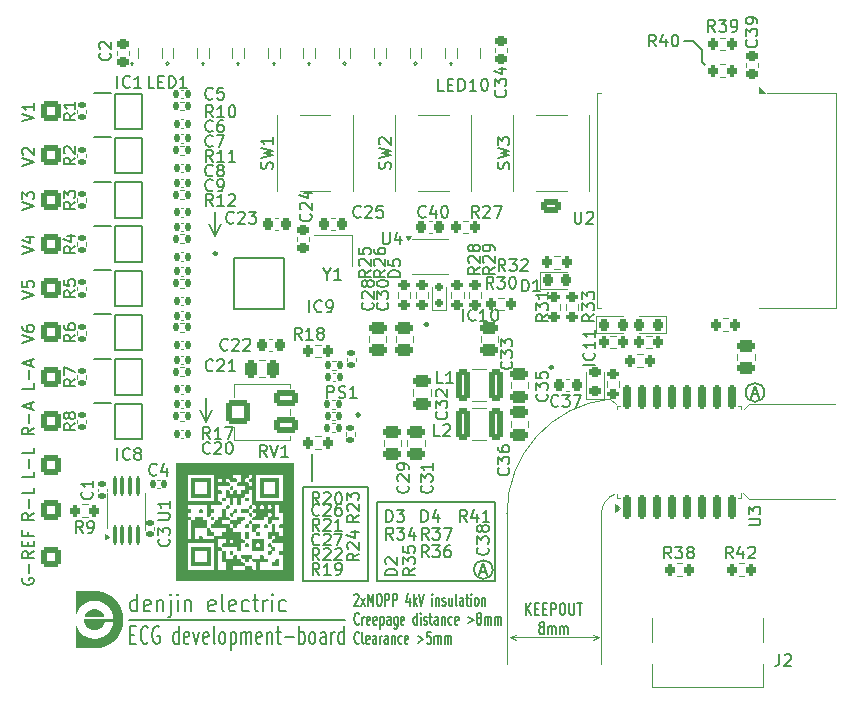
<source format=gbr>
%TF.GenerationSoftware,KiCad,Pcbnew,9.0.2*%
%TF.CreationDate,2025-12-06T18:07:06+09:00*%
%TF.ProjectId,ECG,4543472e-6b69-4636-9164-5f7063625858,rev?*%
%TF.SameCoordinates,Original*%
%TF.FileFunction,Legend,Top*%
%TF.FilePolarity,Positive*%
%FSLAX46Y46*%
G04 Gerber Fmt 4.6, Leading zero omitted, Abs format (unit mm)*
G04 Created by KiCad (PCBNEW 9.0.2) date 2025-12-06 18:07:06*
%MOMM*%
%LPD*%
G01*
G04 APERTURE LIST*
G04 Aperture macros list*
%AMRoundRect*
0 Rectangle with rounded corners*
0 $1 Rounding radius*
0 $2 $3 $4 $5 $6 $7 $8 $9 X,Y pos of 4 corners*
0 Add a 4 corners polygon primitive as box body*
4,1,4,$2,$3,$4,$5,$6,$7,$8,$9,$2,$3,0*
0 Add four circle primitives for the rounded corners*
1,1,$1+$1,$2,$3*
1,1,$1+$1,$4,$5*
1,1,$1+$1,$6,$7*
1,1,$1+$1,$8,$9*
0 Add four rect primitives between the rounded corners*
20,1,$1+$1,$2,$3,$4,$5,0*
20,1,$1+$1,$4,$5,$6,$7,0*
20,1,$1+$1,$6,$7,$8,$9,0*
20,1,$1+$1,$8,$9,$2,$3,0*%
G04 Aperture macros list end*
%ADD10C,0.200000*%
%ADD11C,0.100000*%
%ADD12C,0.150000*%
%ADD13C,0.160000*%
%ADD14C,0.120000*%
%ADD15C,0.000000*%
%ADD16C,0.250000*%
%ADD17C,3.550000*%
%ADD18RoundRect,0.200000X-0.275000X0.200000X-0.275000X-0.200000X0.275000X-0.200000X0.275000X0.200000X0*%
%ADD19R,1.450000X0.450000*%
%ADD20R,1.300000X1.550000*%
%ADD21RoundRect,0.140000X-0.140000X-0.170000X0.140000X-0.170000X0.140000X0.170000X-0.140000X0.170000X0*%
%ADD22RoundRect,0.200000X-0.200000X-0.275000X0.200000X-0.275000X0.200000X0.275000X-0.200000X0.275000X0*%
%ADD23RoundRect,0.200000X0.200000X0.275000X-0.200000X0.275000X-0.200000X-0.275000X0.200000X-0.275000X0*%
%ADD24RoundRect,0.135000X0.135000X0.185000X-0.135000X0.185000X-0.135000X-0.185000X0.135000X-0.185000X0*%
%ADD25RoundRect,0.262500X-0.612500X-0.612500X0.612500X-0.612500X0.612500X0.612500X-0.612500X0.612500X0*%
%ADD26RoundRect,0.225000X-0.225000X-0.250000X0.225000X-0.250000X0.225000X0.250000X-0.225000X0.250000X0*%
%ADD27RoundRect,0.135000X0.185000X-0.135000X0.185000X0.135000X-0.185000X0.135000X-0.185000X-0.135000X0*%
%ADD28RoundRect,0.250000X0.475000X-0.250000X0.475000X0.250000X-0.475000X0.250000X-0.475000X-0.250000X0*%
%ADD29R,1.100000X0.900000*%
%ADD30R,0.700000X0.700000*%
%ADD31RoundRect,0.140000X0.140000X0.170000X-0.140000X0.170000X-0.140000X-0.170000X0.140000X-0.170000X0*%
%ADD32RoundRect,0.140000X0.170000X-0.140000X0.170000X0.140000X-0.170000X0.140000X-0.170000X-0.140000X0*%
%ADD33RoundRect,0.250000X-0.375000X-1.075000X0.375000X-1.075000X0.375000X1.075000X-0.375000X1.075000X0*%
%ADD34RoundRect,0.218750X-0.218750X-0.256250X0.218750X-0.256250X0.218750X0.256250X-0.218750X0.256250X0*%
%ADD35R,0.850000X0.300000*%
%ADD36R,0.300000X0.850000*%
%ADD37R,1.550000X1.550000*%
%ADD38RoundRect,0.100000X0.100000X-0.712500X0.100000X0.712500X-0.100000X0.712500X-0.100000X-0.712500X0*%
%ADD39RoundRect,0.135000X-0.185000X0.135000X-0.185000X-0.135000X0.185000X-0.135000X0.185000X0.135000X0*%
%ADD40R,0.300000X0.800000*%
%ADD41R,3.400000X1.800000*%
%ADD42RoundRect,0.218750X0.256250X-0.218750X0.256250X0.218750X-0.256250X0.218750X-0.256250X-0.218750X0*%
%ADD43RoundRect,0.250000X-0.475000X0.250000X-0.475000X-0.250000X0.475000X-0.250000X0.475000X0.250000X0*%
%ADD44RoundRect,0.218750X0.218750X0.256250X-0.218750X0.256250X-0.218750X-0.256250X0.218750X-0.256250X0*%
%ADD45RoundRect,0.225000X-0.250000X0.225000X-0.250000X-0.225000X0.250000X-0.225000X0.250000X0.225000X0*%
%ADD46R,1.450000X0.300000*%
%ADD47R,0.300000X1.450000*%
%ADD48R,0.900000X1.500000*%
%ADD49C,0.600000*%
%ADD50R,2.900000X2.900000*%
%ADD51RoundRect,0.150000X0.150000X-0.875000X0.150000X0.875000X-0.150000X0.875000X-0.150000X-0.875000X0*%
%ADD52RoundRect,0.250000X0.375000X1.075000X-0.375000X1.075000X-0.375000X-1.075000X0.375000X-1.075000X0*%
%ADD53RoundRect,0.150000X-0.200000X0.150000X-0.200000X-0.150000X0.200000X-0.150000X0.200000X0.150000X0*%
%ADD54RoundRect,0.225000X0.225000X0.250000X-0.225000X0.250000X-0.225000X-0.250000X0.225000X-0.250000X0*%
%ADD55R,1.600000X0.300000*%
%ADD56RoundRect,0.250000X-0.750000X0.400000X-0.750000X-0.400000X0.750000X-0.400000X0.750000X0.400000X0*%
%ADD57RoundRect,0.250000X-0.750000X0.750000X-0.750000X-0.750000X0.750000X-0.750000X0.750000X0.750000X0*%
%ADD58RoundRect,0.200000X0.275000X-0.200000X0.275000X0.200000X-0.275000X0.200000X-0.275000X-0.200000X0*%
%ADD59R,0.200000X0.750000*%
%ADD60R,1.600000X1.000000*%
%ADD61RoundRect,0.140000X-0.170000X0.140000X-0.170000X-0.140000X0.170000X-0.140000X0.170000X0.140000X0*%
%ADD62RoundRect,0.250000X-0.250000X-0.475000X0.250000X-0.475000X0.250000X0.475000X-0.250000X0.475000X0*%
%ADD63RoundRect,0.225000X0.250000X-0.225000X0.250000X0.225000X-0.250000X0.225000X-0.250000X-0.225000X0*%
%ADD64C,0.650000*%
%ADD65R,0.600000X1.450000*%
%ADD66O,1.000000X2.100000*%
%ADD67O,1.000000X1.600000*%
%ADD68R,1.700000X1.700000*%
%ADD69O,1.700000X1.700000*%
%ADD70C,1.320000*%
%ADD71C,1.200000*%
%ADD72RoundRect,0.250000X-0.625000X0.350000X-0.625000X-0.350000X0.625000X-0.350000X0.625000X0.350000X0*%
%ADD73O,1.750000X1.200000*%
G04 APERTURE END LIST*
D10*
X147500000Y-82250000D02*
X147500000Y-84250000D01*
D11*
X173000000Y-118000000D02*
X172500000Y-118250000D01*
X180000000Y-118250000D02*
X179500000Y-118000000D01*
D10*
X161250000Y-106750000D02*
X171250000Y-106750000D01*
X171250000Y-113500000D01*
X161250000Y-113500000D01*
X161250000Y-106750000D01*
X146750000Y-100000000D02*
X146250000Y-99000000D01*
D11*
X192750000Y-98500000D02*
X200000000Y-98500000D01*
D10*
X148000000Y-83250000D02*
X147500000Y-84250000D01*
D11*
X172250000Y-120500000D02*
X172250000Y-107750000D01*
X173000000Y-118500000D02*
X172500000Y-118250000D01*
D10*
X146750000Y-98000000D02*
X146750000Y-100000000D01*
X171040569Y-112500000D02*
G75*
G02*
X169459431Y-112500000I-790569J0D01*
G01*
X169459431Y-112500000D02*
G75*
G02*
X171040569Y-112500000I790569J0D01*
G01*
D11*
X180250000Y-107750000D02*
G75*
G02*
X181446601Y-106089804I1750000J0D01*
G01*
D12*
X140250000Y-116742196D02*
X158500000Y-116750000D01*
D10*
X147250000Y-99000000D02*
X146750000Y-100000000D01*
D11*
X180250000Y-107750000D02*
X180250000Y-120500000D01*
X172500000Y-118250000D02*
X180000000Y-118250000D01*
D10*
X147500000Y-84250000D02*
X147000000Y-83250000D01*
X194040569Y-97500000D02*
G75*
G02*
X192459431Y-97500000I-790569J0D01*
G01*
X192459431Y-97500000D02*
G75*
G02*
X194040569Y-97500000I790569J0D01*
G01*
X188000000Y-67750000D02*
X188750000Y-68500000D01*
D11*
X181500000Y-98500000D02*
X181005219Y-98050881D01*
X192250000Y-99000000D02*
X192750000Y-98500000D01*
D10*
X155750000Y-105000000D02*
X155750000Y-102750000D01*
D11*
X200000000Y-106500000D02*
X192750000Y-106500000D01*
D10*
X187250000Y-67750000D02*
X188000000Y-67750000D01*
D11*
X192750000Y-106500000D02*
X192250000Y-106000000D01*
X180000000Y-118250000D02*
X179500000Y-118500000D01*
X172250000Y-107750000D02*
G75*
G02*
X181005219Y-98050881I9750000J0D01*
G01*
D10*
X188750000Y-69500000D02*
X189000000Y-69750000D01*
X188750000Y-68500000D02*
X188750000Y-69500000D01*
X155000000Y-105500000D02*
X160500000Y-105500000D01*
X160500000Y-113500000D01*
X155000000Y-113500000D01*
X155000000Y-105500000D01*
X132202219Y-96738095D02*
X132202219Y-97214285D01*
X132202219Y-97214285D02*
X131202219Y-97214285D01*
X131821266Y-96404761D02*
X131821266Y-95642857D01*
X131916504Y-95214285D02*
X131916504Y-94738095D01*
X132202219Y-95309523D02*
X131202219Y-94976190D01*
X131202219Y-94976190D02*
X132202219Y-94642857D01*
X193011905Y-97666504D02*
X193488095Y-97666504D01*
X192916667Y-97952219D02*
X193250000Y-96952219D01*
X193250000Y-96952219D02*
X193583333Y-97952219D01*
X140369673Y-118012510D02*
X140703006Y-118012510D01*
X140845863Y-118798224D02*
X140369673Y-118798224D01*
X140369673Y-118798224D02*
X140369673Y-117298224D01*
X140369673Y-117298224D02*
X140845863Y-117298224D01*
X141845863Y-118655367D02*
X141798244Y-118726796D01*
X141798244Y-118726796D02*
X141655387Y-118798224D01*
X141655387Y-118798224D02*
X141560149Y-118798224D01*
X141560149Y-118798224D02*
X141417292Y-118726796D01*
X141417292Y-118726796D02*
X141322054Y-118583938D01*
X141322054Y-118583938D02*
X141274435Y-118441081D01*
X141274435Y-118441081D02*
X141226816Y-118155367D01*
X141226816Y-118155367D02*
X141226816Y-117941081D01*
X141226816Y-117941081D02*
X141274435Y-117655367D01*
X141274435Y-117655367D02*
X141322054Y-117512510D01*
X141322054Y-117512510D02*
X141417292Y-117369653D01*
X141417292Y-117369653D02*
X141560149Y-117298224D01*
X141560149Y-117298224D02*
X141655387Y-117298224D01*
X141655387Y-117298224D02*
X141798244Y-117369653D01*
X141798244Y-117369653D02*
X141845863Y-117441081D01*
X142798244Y-117369653D02*
X142703006Y-117298224D01*
X142703006Y-117298224D02*
X142560149Y-117298224D01*
X142560149Y-117298224D02*
X142417292Y-117369653D01*
X142417292Y-117369653D02*
X142322054Y-117512510D01*
X142322054Y-117512510D02*
X142274435Y-117655367D01*
X142274435Y-117655367D02*
X142226816Y-117941081D01*
X142226816Y-117941081D02*
X142226816Y-118155367D01*
X142226816Y-118155367D02*
X142274435Y-118441081D01*
X142274435Y-118441081D02*
X142322054Y-118583938D01*
X142322054Y-118583938D02*
X142417292Y-118726796D01*
X142417292Y-118726796D02*
X142560149Y-118798224D01*
X142560149Y-118798224D02*
X142655387Y-118798224D01*
X142655387Y-118798224D02*
X142798244Y-118726796D01*
X142798244Y-118726796D02*
X142845863Y-118655367D01*
X142845863Y-118655367D02*
X142845863Y-118155367D01*
X142845863Y-118155367D02*
X142655387Y-118155367D01*
X144464911Y-118798224D02*
X144464911Y-117298224D01*
X144464911Y-118726796D02*
X144369673Y-118798224D01*
X144369673Y-118798224D02*
X144179197Y-118798224D01*
X144179197Y-118798224D02*
X144083959Y-118726796D01*
X144083959Y-118726796D02*
X144036340Y-118655367D01*
X144036340Y-118655367D02*
X143988721Y-118512510D01*
X143988721Y-118512510D02*
X143988721Y-118083938D01*
X143988721Y-118083938D02*
X144036340Y-117941081D01*
X144036340Y-117941081D02*
X144083959Y-117869653D01*
X144083959Y-117869653D02*
X144179197Y-117798224D01*
X144179197Y-117798224D02*
X144369673Y-117798224D01*
X144369673Y-117798224D02*
X144464911Y-117869653D01*
X145322054Y-118726796D02*
X145226816Y-118798224D01*
X145226816Y-118798224D02*
X145036340Y-118798224D01*
X145036340Y-118798224D02*
X144941102Y-118726796D01*
X144941102Y-118726796D02*
X144893483Y-118583938D01*
X144893483Y-118583938D02*
X144893483Y-118012510D01*
X144893483Y-118012510D02*
X144941102Y-117869653D01*
X144941102Y-117869653D02*
X145036340Y-117798224D01*
X145036340Y-117798224D02*
X145226816Y-117798224D01*
X145226816Y-117798224D02*
X145322054Y-117869653D01*
X145322054Y-117869653D02*
X145369673Y-118012510D01*
X145369673Y-118012510D02*
X145369673Y-118155367D01*
X145369673Y-118155367D02*
X144893483Y-118298224D01*
X145703007Y-117798224D02*
X145941102Y-118798224D01*
X145941102Y-118798224D02*
X146179197Y-117798224D01*
X146941102Y-118726796D02*
X146845864Y-118798224D01*
X146845864Y-118798224D02*
X146655388Y-118798224D01*
X146655388Y-118798224D02*
X146560150Y-118726796D01*
X146560150Y-118726796D02*
X146512531Y-118583938D01*
X146512531Y-118583938D02*
X146512531Y-118012510D01*
X146512531Y-118012510D02*
X146560150Y-117869653D01*
X146560150Y-117869653D02*
X146655388Y-117798224D01*
X146655388Y-117798224D02*
X146845864Y-117798224D01*
X146845864Y-117798224D02*
X146941102Y-117869653D01*
X146941102Y-117869653D02*
X146988721Y-118012510D01*
X146988721Y-118012510D02*
X146988721Y-118155367D01*
X146988721Y-118155367D02*
X146512531Y-118298224D01*
X147560150Y-118798224D02*
X147464912Y-118726796D01*
X147464912Y-118726796D02*
X147417293Y-118583938D01*
X147417293Y-118583938D02*
X147417293Y-117298224D01*
X148083960Y-118798224D02*
X147988722Y-118726796D01*
X147988722Y-118726796D02*
X147941103Y-118655367D01*
X147941103Y-118655367D02*
X147893484Y-118512510D01*
X147893484Y-118512510D02*
X147893484Y-118083938D01*
X147893484Y-118083938D02*
X147941103Y-117941081D01*
X147941103Y-117941081D02*
X147988722Y-117869653D01*
X147988722Y-117869653D02*
X148083960Y-117798224D01*
X148083960Y-117798224D02*
X148226817Y-117798224D01*
X148226817Y-117798224D02*
X148322055Y-117869653D01*
X148322055Y-117869653D02*
X148369674Y-117941081D01*
X148369674Y-117941081D02*
X148417293Y-118083938D01*
X148417293Y-118083938D02*
X148417293Y-118512510D01*
X148417293Y-118512510D02*
X148369674Y-118655367D01*
X148369674Y-118655367D02*
X148322055Y-118726796D01*
X148322055Y-118726796D02*
X148226817Y-118798224D01*
X148226817Y-118798224D02*
X148083960Y-118798224D01*
X148845865Y-117798224D02*
X148845865Y-119298224D01*
X148845865Y-117869653D02*
X148941103Y-117798224D01*
X148941103Y-117798224D02*
X149131579Y-117798224D01*
X149131579Y-117798224D02*
X149226817Y-117869653D01*
X149226817Y-117869653D02*
X149274436Y-117941081D01*
X149274436Y-117941081D02*
X149322055Y-118083938D01*
X149322055Y-118083938D02*
X149322055Y-118512510D01*
X149322055Y-118512510D02*
X149274436Y-118655367D01*
X149274436Y-118655367D02*
X149226817Y-118726796D01*
X149226817Y-118726796D02*
X149131579Y-118798224D01*
X149131579Y-118798224D02*
X148941103Y-118798224D01*
X148941103Y-118798224D02*
X148845865Y-118726796D01*
X149750627Y-118798224D02*
X149750627Y-117798224D01*
X149750627Y-117941081D02*
X149798246Y-117869653D01*
X149798246Y-117869653D02*
X149893484Y-117798224D01*
X149893484Y-117798224D02*
X150036341Y-117798224D01*
X150036341Y-117798224D02*
X150131579Y-117869653D01*
X150131579Y-117869653D02*
X150179198Y-118012510D01*
X150179198Y-118012510D02*
X150179198Y-118798224D01*
X150179198Y-118012510D02*
X150226817Y-117869653D01*
X150226817Y-117869653D02*
X150322055Y-117798224D01*
X150322055Y-117798224D02*
X150464912Y-117798224D01*
X150464912Y-117798224D02*
X150560151Y-117869653D01*
X150560151Y-117869653D02*
X150607770Y-118012510D01*
X150607770Y-118012510D02*
X150607770Y-118798224D01*
X151464912Y-118726796D02*
X151369674Y-118798224D01*
X151369674Y-118798224D02*
X151179198Y-118798224D01*
X151179198Y-118798224D02*
X151083960Y-118726796D01*
X151083960Y-118726796D02*
X151036341Y-118583938D01*
X151036341Y-118583938D02*
X151036341Y-118012510D01*
X151036341Y-118012510D02*
X151083960Y-117869653D01*
X151083960Y-117869653D02*
X151179198Y-117798224D01*
X151179198Y-117798224D02*
X151369674Y-117798224D01*
X151369674Y-117798224D02*
X151464912Y-117869653D01*
X151464912Y-117869653D02*
X151512531Y-118012510D01*
X151512531Y-118012510D02*
X151512531Y-118155367D01*
X151512531Y-118155367D02*
X151036341Y-118298224D01*
X151941103Y-117798224D02*
X151941103Y-118798224D01*
X151941103Y-117941081D02*
X151988722Y-117869653D01*
X151988722Y-117869653D02*
X152083960Y-117798224D01*
X152083960Y-117798224D02*
X152226817Y-117798224D01*
X152226817Y-117798224D02*
X152322055Y-117869653D01*
X152322055Y-117869653D02*
X152369674Y-118012510D01*
X152369674Y-118012510D02*
X152369674Y-118798224D01*
X152703008Y-117798224D02*
X153083960Y-117798224D01*
X152845865Y-117298224D02*
X152845865Y-118583938D01*
X152845865Y-118583938D02*
X152893484Y-118726796D01*
X152893484Y-118726796D02*
X152988722Y-118798224D01*
X152988722Y-118798224D02*
X153083960Y-118798224D01*
X153417294Y-118226796D02*
X154179199Y-118226796D01*
X154655389Y-118798224D02*
X154655389Y-117298224D01*
X154655389Y-117869653D02*
X154750627Y-117798224D01*
X154750627Y-117798224D02*
X154941103Y-117798224D01*
X154941103Y-117798224D02*
X155036341Y-117869653D01*
X155036341Y-117869653D02*
X155083960Y-117941081D01*
X155083960Y-117941081D02*
X155131579Y-118083938D01*
X155131579Y-118083938D02*
X155131579Y-118512510D01*
X155131579Y-118512510D02*
X155083960Y-118655367D01*
X155083960Y-118655367D02*
X155036341Y-118726796D01*
X155036341Y-118726796D02*
X154941103Y-118798224D01*
X154941103Y-118798224D02*
X154750627Y-118798224D01*
X154750627Y-118798224D02*
X154655389Y-118726796D01*
X155703008Y-118798224D02*
X155607770Y-118726796D01*
X155607770Y-118726796D02*
X155560151Y-118655367D01*
X155560151Y-118655367D02*
X155512532Y-118512510D01*
X155512532Y-118512510D02*
X155512532Y-118083938D01*
X155512532Y-118083938D02*
X155560151Y-117941081D01*
X155560151Y-117941081D02*
X155607770Y-117869653D01*
X155607770Y-117869653D02*
X155703008Y-117798224D01*
X155703008Y-117798224D02*
X155845865Y-117798224D01*
X155845865Y-117798224D02*
X155941103Y-117869653D01*
X155941103Y-117869653D02*
X155988722Y-117941081D01*
X155988722Y-117941081D02*
X156036341Y-118083938D01*
X156036341Y-118083938D02*
X156036341Y-118512510D01*
X156036341Y-118512510D02*
X155988722Y-118655367D01*
X155988722Y-118655367D02*
X155941103Y-118726796D01*
X155941103Y-118726796D02*
X155845865Y-118798224D01*
X155845865Y-118798224D02*
X155703008Y-118798224D01*
X156893484Y-118798224D02*
X156893484Y-118012510D01*
X156893484Y-118012510D02*
X156845865Y-117869653D01*
X156845865Y-117869653D02*
X156750627Y-117798224D01*
X156750627Y-117798224D02*
X156560151Y-117798224D01*
X156560151Y-117798224D02*
X156464913Y-117869653D01*
X156893484Y-118726796D02*
X156798246Y-118798224D01*
X156798246Y-118798224D02*
X156560151Y-118798224D01*
X156560151Y-118798224D02*
X156464913Y-118726796D01*
X156464913Y-118726796D02*
X156417294Y-118583938D01*
X156417294Y-118583938D02*
X156417294Y-118441081D01*
X156417294Y-118441081D02*
X156464913Y-118298224D01*
X156464913Y-118298224D02*
X156560151Y-118226796D01*
X156560151Y-118226796D02*
X156798246Y-118226796D01*
X156798246Y-118226796D02*
X156893484Y-118155367D01*
X157369675Y-118798224D02*
X157369675Y-117798224D01*
X157369675Y-118083938D02*
X157417294Y-117941081D01*
X157417294Y-117941081D02*
X157464913Y-117869653D01*
X157464913Y-117869653D02*
X157560151Y-117798224D01*
X157560151Y-117798224D02*
X157655389Y-117798224D01*
X158417294Y-118798224D02*
X158417294Y-117298224D01*
X158417294Y-118726796D02*
X158322056Y-118798224D01*
X158322056Y-118798224D02*
X158131580Y-118798224D01*
X158131580Y-118798224D02*
X158036342Y-118726796D01*
X158036342Y-118726796D02*
X157988723Y-118655367D01*
X157988723Y-118655367D02*
X157941104Y-118512510D01*
X157941104Y-118512510D02*
X157941104Y-118083938D01*
X157941104Y-118083938D02*
X157988723Y-117941081D01*
X157988723Y-117941081D02*
X158036342Y-117869653D01*
X158036342Y-117869653D02*
X158131580Y-117798224D01*
X158131580Y-117798224D02*
X158322056Y-117798224D01*
X158322056Y-117798224D02*
X158417294Y-117869653D01*
X131202219Y-78309523D02*
X132202219Y-77976190D01*
X132202219Y-77976190D02*
X131202219Y-77642857D01*
X131297457Y-77357142D02*
X131249838Y-77309523D01*
X131249838Y-77309523D02*
X131202219Y-77214285D01*
X131202219Y-77214285D02*
X131202219Y-76976190D01*
X131202219Y-76976190D02*
X131249838Y-76880952D01*
X131249838Y-76880952D02*
X131297457Y-76833333D01*
X131297457Y-76833333D02*
X131392695Y-76785714D01*
X131392695Y-76785714D02*
X131487933Y-76785714D01*
X131487933Y-76785714D02*
X131630790Y-76833333D01*
X131630790Y-76833333D02*
X132202219Y-77404761D01*
X132202219Y-77404761D02*
X132202219Y-76785714D01*
X131249838Y-113238095D02*
X131202219Y-113333333D01*
X131202219Y-113333333D02*
X131202219Y-113476190D01*
X131202219Y-113476190D02*
X131249838Y-113619047D01*
X131249838Y-113619047D02*
X131345076Y-113714285D01*
X131345076Y-113714285D02*
X131440314Y-113761904D01*
X131440314Y-113761904D02*
X131630790Y-113809523D01*
X131630790Y-113809523D02*
X131773647Y-113809523D01*
X131773647Y-113809523D02*
X131964123Y-113761904D01*
X131964123Y-113761904D02*
X132059361Y-113714285D01*
X132059361Y-113714285D02*
X132154600Y-113619047D01*
X132154600Y-113619047D02*
X132202219Y-113476190D01*
X132202219Y-113476190D02*
X132202219Y-113380952D01*
X132202219Y-113380952D02*
X132154600Y-113238095D01*
X132154600Y-113238095D02*
X132106980Y-113190476D01*
X132106980Y-113190476D02*
X131773647Y-113190476D01*
X131773647Y-113190476D02*
X131773647Y-113380952D01*
X131821266Y-112761904D02*
X131821266Y-112000000D01*
X132202219Y-110952381D02*
X131726028Y-111285714D01*
X132202219Y-111523809D02*
X131202219Y-111523809D01*
X131202219Y-111523809D02*
X131202219Y-111142857D01*
X131202219Y-111142857D02*
X131249838Y-111047619D01*
X131249838Y-111047619D02*
X131297457Y-111000000D01*
X131297457Y-111000000D02*
X131392695Y-110952381D01*
X131392695Y-110952381D02*
X131535552Y-110952381D01*
X131535552Y-110952381D02*
X131630790Y-111000000D01*
X131630790Y-111000000D02*
X131678409Y-111047619D01*
X131678409Y-111047619D02*
X131726028Y-111142857D01*
X131726028Y-111142857D02*
X131726028Y-111523809D01*
X131678409Y-110523809D02*
X131678409Y-110190476D01*
X132202219Y-110047619D02*
X132202219Y-110523809D01*
X132202219Y-110523809D02*
X131202219Y-110523809D01*
X131202219Y-110523809D02*
X131202219Y-110047619D01*
X131678409Y-109285714D02*
X131678409Y-109619047D01*
X132202219Y-109619047D02*
X131202219Y-109619047D01*
X131202219Y-109619047D02*
X131202219Y-109142857D01*
D13*
X159329072Y-114644649D02*
X159360024Y-114597030D01*
X159360024Y-114597030D02*
X159421929Y-114549411D01*
X159421929Y-114549411D02*
X159576691Y-114549411D01*
X159576691Y-114549411D02*
X159638596Y-114597030D01*
X159638596Y-114597030D02*
X159669548Y-114644649D01*
X159669548Y-114644649D02*
X159700501Y-114739887D01*
X159700501Y-114739887D02*
X159700501Y-114835125D01*
X159700501Y-114835125D02*
X159669548Y-114977982D01*
X159669548Y-114977982D02*
X159298120Y-115549411D01*
X159298120Y-115549411D02*
X159700501Y-115549411D01*
X159917168Y-115549411D02*
X160257644Y-114882744D01*
X159917168Y-114882744D02*
X160257644Y-115549411D01*
X160505262Y-115549411D02*
X160505262Y-114549411D01*
X160505262Y-114549411D02*
X160721929Y-115263696D01*
X160721929Y-115263696D02*
X160938596Y-114549411D01*
X160938596Y-114549411D02*
X160938596Y-115549411D01*
X161371929Y-114549411D02*
X161495738Y-114549411D01*
X161495738Y-114549411D02*
X161557643Y-114597030D01*
X161557643Y-114597030D02*
X161619548Y-114692268D01*
X161619548Y-114692268D02*
X161650500Y-114882744D01*
X161650500Y-114882744D02*
X161650500Y-115216077D01*
X161650500Y-115216077D02*
X161619548Y-115406553D01*
X161619548Y-115406553D02*
X161557643Y-115501792D01*
X161557643Y-115501792D02*
X161495738Y-115549411D01*
X161495738Y-115549411D02*
X161371929Y-115549411D01*
X161371929Y-115549411D02*
X161310024Y-115501792D01*
X161310024Y-115501792D02*
X161248119Y-115406553D01*
X161248119Y-115406553D02*
X161217167Y-115216077D01*
X161217167Y-115216077D02*
X161217167Y-114882744D01*
X161217167Y-114882744D02*
X161248119Y-114692268D01*
X161248119Y-114692268D02*
X161310024Y-114597030D01*
X161310024Y-114597030D02*
X161371929Y-114549411D01*
X161929071Y-115549411D02*
X161929071Y-114549411D01*
X161929071Y-114549411D02*
X162176690Y-114549411D01*
X162176690Y-114549411D02*
X162238595Y-114597030D01*
X162238595Y-114597030D02*
X162269548Y-114644649D01*
X162269548Y-114644649D02*
X162300500Y-114739887D01*
X162300500Y-114739887D02*
X162300500Y-114882744D01*
X162300500Y-114882744D02*
X162269548Y-114977982D01*
X162269548Y-114977982D02*
X162238595Y-115025601D01*
X162238595Y-115025601D02*
X162176690Y-115073220D01*
X162176690Y-115073220D02*
X161929071Y-115073220D01*
X162579071Y-115549411D02*
X162579071Y-114549411D01*
X162579071Y-114549411D02*
X162826690Y-114549411D01*
X162826690Y-114549411D02*
X162888595Y-114597030D01*
X162888595Y-114597030D02*
X162919548Y-114644649D01*
X162919548Y-114644649D02*
X162950500Y-114739887D01*
X162950500Y-114739887D02*
X162950500Y-114882744D01*
X162950500Y-114882744D02*
X162919548Y-114977982D01*
X162919548Y-114977982D02*
X162888595Y-115025601D01*
X162888595Y-115025601D02*
X162826690Y-115073220D01*
X162826690Y-115073220D02*
X162579071Y-115073220D01*
X164002881Y-114882744D02*
X164002881Y-115549411D01*
X163848119Y-114501792D02*
X163693357Y-115216077D01*
X163693357Y-115216077D02*
X164095738Y-115216077D01*
X164343357Y-115549411D02*
X164343357Y-114549411D01*
X164405262Y-115168458D02*
X164590976Y-115549411D01*
X164590976Y-114882744D02*
X164343357Y-115263696D01*
X164776690Y-114549411D02*
X164993357Y-115549411D01*
X164993357Y-115549411D02*
X165210024Y-114549411D01*
X165921928Y-115549411D02*
X165921928Y-114882744D01*
X165921928Y-114549411D02*
X165890976Y-114597030D01*
X165890976Y-114597030D02*
X165921928Y-114644649D01*
X165921928Y-114644649D02*
X165952881Y-114597030D01*
X165952881Y-114597030D02*
X165921928Y-114549411D01*
X165921928Y-114549411D02*
X165921928Y-114644649D01*
X166231452Y-114882744D02*
X166231452Y-115549411D01*
X166231452Y-114977982D02*
X166262405Y-114930363D01*
X166262405Y-114930363D02*
X166324310Y-114882744D01*
X166324310Y-114882744D02*
X166417167Y-114882744D01*
X166417167Y-114882744D02*
X166479071Y-114930363D01*
X166479071Y-114930363D02*
X166510024Y-115025601D01*
X166510024Y-115025601D02*
X166510024Y-115549411D01*
X166788595Y-115501792D02*
X166850500Y-115549411D01*
X166850500Y-115549411D02*
X166974309Y-115549411D01*
X166974309Y-115549411D02*
X167036214Y-115501792D01*
X167036214Y-115501792D02*
X167067166Y-115406553D01*
X167067166Y-115406553D02*
X167067166Y-115358934D01*
X167067166Y-115358934D02*
X167036214Y-115263696D01*
X167036214Y-115263696D02*
X166974309Y-115216077D01*
X166974309Y-115216077D02*
X166881452Y-115216077D01*
X166881452Y-115216077D02*
X166819547Y-115168458D01*
X166819547Y-115168458D02*
X166788595Y-115073220D01*
X166788595Y-115073220D02*
X166788595Y-115025601D01*
X166788595Y-115025601D02*
X166819547Y-114930363D01*
X166819547Y-114930363D02*
X166881452Y-114882744D01*
X166881452Y-114882744D02*
X166974309Y-114882744D01*
X166974309Y-114882744D02*
X167036214Y-114930363D01*
X167624309Y-114882744D02*
X167624309Y-115549411D01*
X167345737Y-114882744D02*
X167345737Y-115406553D01*
X167345737Y-115406553D02*
X167376690Y-115501792D01*
X167376690Y-115501792D02*
X167438595Y-115549411D01*
X167438595Y-115549411D02*
X167531452Y-115549411D01*
X167531452Y-115549411D02*
X167593356Y-115501792D01*
X167593356Y-115501792D02*
X167624309Y-115454172D01*
X168026690Y-115549411D02*
X167964785Y-115501792D01*
X167964785Y-115501792D02*
X167933832Y-115406553D01*
X167933832Y-115406553D02*
X167933832Y-114549411D01*
X168552880Y-115549411D02*
X168552880Y-115025601D01*
X168552880Y-115025601D02*
X168521927Y-114930363D01*
X168521927Y-114930363D02*
X168460023Y-114882744D01*
X168460023Y-114882744D02*
X168336213Y-114882744D01*
X168336213Y-114882744D02*
X168274308Y-114930363D01*
X168552880Y-115501792D02*
X168490975Y-115549411D01*
X168490975Y-115549411D02*
X168336213Y-115549411D01*
X168336213Y-115549411D02*
X168274308Y-115501792D01*
X168274308Y-115501792D02*
X168243356Y-115406553D01*
X168243356Y-115406553D02*
X168243356Y-115311315D01*
X168243356Y-115311315D02*
X168274308Y-115216077D01*
X168274308Y-115216077D02*
X168336213Y-115168458D01*
X168336213Y-115168458D02*
X168490975Y-115168458D01*
X168490975Y-115168458D02*
X168552880Y-115120839D01*
X168769546Y-114882744D02*
X169017165Y-114882744D01*
X168862403Y-114549411D02*
X168862403Y-115406553D01*
X168862403Y-115406553D02*
X168893356Y-115501792D01*
X168893356Y-115501792D02*
X168955261Y-115549411D01*
X168955261Y-115549411D02*
X169017165Y-115549411D01*
X169233832Y-115549411D02*
X169233832Y-114882744D01*
X169233832Y-114549411D02*
X169202880Y-114597030D01*
X169202880Y-114597030D02*
X169233832Y-114644649D01*
X169233832Y-114644649D02*
X169264785Y-114597030D01*
X169264785Y-114597030D02*
X169233832Y-114549411D01*
X169233832Y-114549411D02*
X169233832Y-114644649D01*
X169636214Y-115549411D02*
X169574309Y-115501792D01*
X169574309Y-115501792D02*
X169543356Y-115454172D01*
X169543356Y-115454172D02*
X169512404Y-115358934D01*
X169512404Y-115358934D02*
X169512404Y-115073220D01*
X169512404Y-115073220D02*
X169543356Y-114977982D01*
X169543356Y-114977982D02*
X169574309Y-114930363D01*
X169574309Y-114930363D02*
X169636214Y-114882744D01*
X169636214Y-114882744D02*
X169729071Y-114882744D01*
X169729071Y-114882744D02*
X169790975Y-114930363D01*
X169790975Y-114930363D02*
X169821928Y-114977982D01*
X169821928Y-114977982D02*
X169852880Y-115073220D01*
X169852880Y-115073220D02*
X169852880Y-115358934D01*
X169852880Y-115358934D02*
X169821928Y-115454172D01*
X169821928Y-115454172D02*
X169790975Y-115501792D01*
X169790975Y-115501792D02*
X169729071Y-115549411D01*
X169729071Y-115549411D02*
X169636214Y-115549411D01*
X170131451Y-114882744D02*
X170131451Y-115549411D01*
X170131451Y-114977982D02*
X170162404Y-114930363D01*
X170162404Y-114930363D02*
X170224309Y-114882744D01*
X170224309Y-114882744D02*
X170317166Y-114882744D01*
X170317166Y-114882744D02*
X170379070Y-114930363D01*
X170379070Y-114930363D02*
X170410023Y-115025601D01*
X170410023Y-115025601D02*
X170410023Y-115549411D01*
X159731453Y-117064116D02*
X159700501Y-117111736D01*
X159700501Y-117111736D02*
X159607643Y-117159355D01*
X159607643Y-117159355D02*
X159545739Y-117159355D01*
X159545739Y-117159355D02*
X159452882Y-117111736D01*
X159452882Y-117111736D02*
X159390977Y-117016497D01*
X159390977Y-117016497D02*
X159360024Y-116921259D01*
X159360024Y-116921259D02*
X159329072Y-116730783D01*
X159329072Y-116730783D02*
X159329072Y-116587926D01*
X159329072Y-116587926D02*
X159360024Y-116397450D01*
X159360024Y-116397450D02*
X159390977Y-116302212D01*
X159390977Y-116302212D02*
X159452882Y-116206974D01*
X159452882Y-116206974D02*
X159545739Y-116159355D01*
X159545739Y-116159355D02*
X159607643Y-116159355D01*
X159607643Y-116159355D02*
X159700501Y-116206974D01*
X159700501Y-116206974D02*
X159731453Y-116254593D01*
X160010024Y-117159355D02*
X160010024Y-116492688D01*
X160010024Y-116683164D02*
X160040977Y-116587926D01*
X160040977Y-116587926D02*
X160071929Y-116540307D01*
X160071929Y-116540307D02*
X160133834Y-116492688D01*
X160133834Y-116492688D02*
X160195739Y-116492688D01*
X160660024Y-117111736D02*
X160598120Y-117159355D01*
X160598120Y-117159355D02*
X160474310Y-117159355D01*
X160474310Y-117159355D02*
X160412405Y-117111736D01*
X160412405Y-117111736D02*
X160381453Y-117016497D01*
X160381453Y-117016497D02*
X160381453Y-116635545D01*
X160381453Y-116635545D02*
X160412405Y-116540307D01*
X160412405Y-116540307D02*
X160474310Y-116492688D01*
X160474310Y-116492688D02*
X160598120Y-116492688D01*
X160598120Y-116492688D02*
X160660024Y-116540307D01*
X160660024Y-116540307D02*
X160690977Y-116635545D01*
X160690977Y-116635545D02*
X160690977Y-116730783D01*
X160690977Y-116730783D02*
X160381453Y-116826021D01*
X161217167Y-117111736D02*
X161155263Y-117159355D01*
X161155263Y-117159355D02*
X161031453Y-117159355D01*
X161031453Y-117159355D02*
X160969548Y-117111736D01*
X160969548Y-117111736D02*
X160938596Y-117016497D01*
X160938596Y-117016497D02*
X160938596Y-116635545D01*
X160938596Y-116635545D02*
X160969548Y-116540307D01*
X160969548Y-116540307D02*
X161031453Y-116492688D01*
X161031453Y-116492688D02*
X161155263Y-116492688D01*
X161155263Y-116492688D02*
X161217167Y-116540307D01*
X161217167Y-116540307D02*
X161248120Y-116635545D01*
X161248120Y-116635545D02*
X161248120Y-116730783D01*
X161248120Y-116730783D02*
X160938596Y-116826021D01*
X161526691Y-116492688D02*
X161526691Y-117492688D01*
X161526691Y-116540307D02*
X161588596Y-116492688D01*
X161588596Y-116492688D02*
X161712406Y-116492688D01*
X161712406Y-116492688D02*
X161774310Y-116540307D01*
X161774310Y-116540307D02*
X161805263Y-116587926D01*
X161805263Y-116587926D02*
X161836215Y-116683164D01*
X161836215Y-116683164D02*
X161836215Y-116968878D01*
X161836215Y-116968878D02*
X161805263Y-117064116D01*
X161805263Y-117064116D02*
X161774310Y-117111736D01*
X161774310Y-117111736D02*
X161712406Y-117159355D01*
X161712406Y-117159355D02*
X161588596Y-117159355D01*
X161588596Y-117159355D02*
X161526691Y-117111736D01*
X162393358Y-117159355D02*
X162393358Y-116635545D01*
X162393358Y-116635545D02*
X162362405Y-116540307D01*
X162362405Y-116540307D02*
X162300501Y-116492688D01*
X162300501Y-116492688D02*
X162176691Y-116492688D01*
X162176691Y-116492688D02*
X162114786Y-116540307D01*
X162393358Y-117111736D02*
X162331453Y-117159355D01*
X162331453Y-117159355D02*
X162176691Y-117159355D01*
X162176691Y-117159355D02*
X162114786Y-117111736D01*
X162114786Y-117111736D02*
X162083834Y-117016497D01*
X162083834Y-117016497D02*
X162083834Y-116921259D01*
X162083834Y-116921259D02*
X162114786Y-116826021D01*
X162114786Y-116826021D02*
X162176691Y-116778402D01*
X162176691Y-116778402D02*
X162331453Y-116778402D01*
X162331453Y-116778402D02*
X162393358Y-116730783D01*
X162981453Y-116492688D02*
X162981453Y-117302212D01*
X162981453Y-117302212D02*
X162950500Y-117397450D01*
X162950500Y-117397450D02*
X162919548Y-117445069D01*
X162919548Y-117445069D02*
X162857643Y-117492688D01*
X162857643Y-117492688D02*
X162764786Y-117492688D01*
X162764786Y-117492688D02*
X162702881Y-117445069D01*
X162981453Y-117111736D02*
X162919548Y-117159355D01*
X162919548Y-117159355D02*
X162795739Y-117159355D01*
X162795739Y-117159355D02*
X162733834Y-117111736D01*
X162733834Y-117111736D02*
X162702881Y-117064116D01*
X162702881Y-117064116D02*
X162671929Y-116968878D01*
X162671929Y-116968878D02*
X162671929Y-116683164D01*
X162671929Y-116683164D02*
X162702881Y-116587926D01*
X162702881Y-116587926D02*
X162733834Y-116540307D01*
X162733834Y-116540307D02*
X162795739Y-116492688D01*
X162795739Y-116492688D02*
X162919548Y-116492688D01*
X162919548Y-116492688D02*
X162981453Y-116540307D01*
X163538595Y-117111736D02*
X163476691Y-117159355D01*
X163476691Y-117159355D02*
X163352881Y-117159355D01*
X163352881Y-117159355D02*
X163290976Y-117111736D01*
X163290976Y-117111736D02*
X163260024Y-117016497D01*
X163260024Y-117016497D02*
X163260024Y-116635545D01*
X163260024Y-116635545D02*
X163290976Y-116540307D01*
X163290976Y-116540307D02*
X163352881Y-116492688D01*
X163352881Y-116492688D02*
X163476691Y-116492688D01*
X163476691Y-116492688D02*
X163538595Y-116540307D01*
X163538595Y-116540307D02*
X163569548Y-116635545D01*
X163569548Y-116635545D02*
X163569548Y-116730783D01*
X163569548Y-116730783D02*
X163260024Y-116826021D01*
X164621929Y-117159355D02*
X164621929Y-116159355D01*
X164621929Y-117111736D02*
X164560024Y-117159355D01*
X164560024Y-117159355D02*
X164436215Y-117159355D01*
X164436215Y-117159355D02*
X164374310Y-117111736D01*
X164374310Y-117111736D02*
X164343357Y-117064116D01*
X164343357Y-117064116D02*
X164312405Y-116968878D01*
X164312405Y-116968878D02*
X164312405Y-116683164D01*
X164312405Y-116683164D02*
X164343357Y-116587926D01*
X164343357Y-116587926D02*
X164374310Y-116540307D01*
X164374310Y-116540307D02*
X164436215Y-116492688D01*
X164436215Y-116492688D02*
X164560024Y-116492688D01*
X164560024Y-116492688D02*
X164621929Y-116540307D01*
X164931452Y-117159355D02*
X164931452Y-116492688D01*
X164931452Y-116159355D02*
X164900500Y-116206974D01*
X164900500Y-116206974D02*
X164931452Y-116254593D01*
X164931452Y-116254593D02*
X164962405Y-116206974D01*
X164962405Y-116206974D02*
X164931452Y-116159355D01*
X164931452Y-116159355D02*
X164931452Y-116254593D01*
X165210024Y-117111736D02*
X165271929Y-117159355D01*
X165271929Y-117159355D02*
X165395738Y-117159355D01*
X165395738Y-117159355D02*
X165457643Y-117111736D01*
X165457643Y-117111736D02*
X165488595Y-117016497D01*
X165488595Y-117016497D02*
X165488595Y-116968878D01*
X165488595Y-116968878D02*
X165457643Y-116873640D01*
X165457643Y-116873640D02*
X165395738Y-116826021D01*
X165395738Y-116826021D02*
X165302881Y-116826021D01*
X165302881Y-116826021D02*
X165240976Y-116778402D01*
X165240976Y-116778402D02*
X165210024Y-116683164D01*
X165210024Y-116683164D02*
X165210024Y-116635545D01*
X165210024Y-116635545D02*
X165240976Y-116540307D01*
X165240976Y-116540307D02*
X165302881Y-116492688D01*
X165302881Y-116492688D02*
X165395738Y-116492688D01*
X165395738Y-116492688D02*
X165457643Y-116540307D01*
X165674309Y-116492688D02*
X165921928Y-116492688D01*
X165767166Y-116159355D02*
X165767166Y-117016497D01*
X165767166Y-117016497D02*
X165798119Y-117111736D01*
X165798119Y-117111736D02*
X165860024Y-117159355D01*
X165860024Y-117159355D02*
X165921928Y-117159355D01*
X166417167Y-117159355D02*
X166417167Y-116635545D01*
X166417167Y-116635545D02*
X166386214Y-116540307D01*
X166386214Y-116540307D02*
X166324310Y-116492688D01*
X166324310Y-116492688D02*
X166200500Y-116492688D01*
X166200500Y-116492688D02*
X166138595Y-116540307D01*
X166417167Y-117111736D02*
X166355262Y-117159355D01*
X166355262Y-117159355D02*
X166200500Y-117159355D01*
X166200500Y-117159355D02*
X166138595Y-117111736D01*
X166138595Y-117111736D02*
X166107643Y-117016497D01*
X166107643Y-117016497D02*
X166107643Y-116921259D01*
X166107643Y-116921259D02*
X166138595Y-116826021D01*
X166138595Y-116826021D02*
X166200500Y-116778402D01*
X166200500Y-116778402D02*
X166355262Y-116778402D01*
X166355262Y-116778402D02*
X166417167Y-116730783D01*
X166726690Y-116492688D02*
X166726690Y-117159355D01*
X166726690Y-116587926D02*
X166757643Y-116540307D01*
X166757643Y-116540307D02*
X166819548Y-116492688D01*
X166819548Y-116492688D02*
X166912405Y-116492688D01*
X166912405Y-116492688D02*
X166974309Y-116540307D01*
X166974309Y-116540307D02*
X167005262Y-116635545D01*
X167005262Y-116635545D02*
X167005262Y-117159355D01*
X167593357Y-117111736D02*
X167531452Y-117159355D01*
X167531452Y-117159355D02*
X167407643Y-117159355D01*
X167407643Y-117159355D02*
X167345738Y-117111736D01*
X167345738Y-117111736D02*
X167314785Y-117064116D01*
X167314785Y-117064116D02*
X167283833Y-116968878D01*
X167283833Y-116968878D02*
X167283833Y-116683164D01*
X167283833Y-116683164D02*
X167314785Y-116587926D01*
X167314785Y-116587926D02*
X167345738Y-116540307D01*
X167345738Y-116540307D02*
X167407643Y-116492688D01*
X167407643Y-116492688D02*
X167531452Y-116492688D01*
X167531452Y-116492688D02*
X167593357Y-116540307D01*
X168119547Y-117111736D02*
X168057643Y-117159355D01*
X168057643Y-117159355D02*
X167933833Y-117159355D01*
X167933833Y-117159355D02*
X167871928Y-117111736D01*
X167871928Y-117111736D02*
X167840976Y-117016497D01*
X167840976Y-117016497D02*
X167840976Y-116635545D01*
X167840976Y-116635545D02*
X167871928Y-116540307D01*
X167871928Y-116540307D02*
X167933833Y-116492688D01*
X167933833Y-116492688D02*
X168057643Y-116492688D01*
X168057643Y-116492688D02*
X168119547Y-116540307D01*
X168119547Y-116540307D02*
X168150500Y-116635545D01*
X168150500Y-116635545D02*
X168150500Y-116730783D01*
X168150500Y-116730783D02*
X167840976Y-116826021D01*
X168924309Y-116492688D02*
X169419548Y-116778402D01*
X169419548Y-116778402D02*
X168924309Y-117064116D01*
X169821929Y-116587926D02*
X169760024Y-116540307D01*
X169760024Y-116540307D02*
X169729071Y-116492688D01*
X169729071Y-116492688D02*
X169698119Y-116397450D01*
X169698119Y-116397450D02*
X169698119Y-116349831D01*
X169698119Y-116349831D02*
X169729071Y-116254593D01*
X169729071Y-116254593D02*
X169760024Y-116206974D01*
X169760024Y-116206974D02*
X169821929Y-116159355D01*
X169821929Y-116159355D02*
X169945738Y-116159355D01*
X169945738Y-116159355D02*
X170007643Y-116206974D01*
X170007643Y-116206974D02*
X170038595Y-116254593D01*
X170038595Y-116254593D02*
X170069548Y-116349831D01*
X170069548Y-116349831D02*
X170069548Y-116397450D01*
X170069548Y-116397450D02*
X170038595Y-116492688D01*
X170038595Y-116492688D02*
X170007643Y-116540307D01*
X170007643Y-116540307D02*
X169945738Y-116587926D01*
X169945738Y-116587926D02*
X169821929Y-116587926D01*
X169821929Y-116587926D02*
X169760024Y-116635545D01*
X169760024Y-116635545D02*
X169729071Y-116683164D01*
X169729071Y-116683164D02*
X169698119Y-116778402D01*
X169698119Y-116778402D02*
X169698119Y-116968878D01*
X169698119Y-116968878D02*
X169729071Y-117064116D01*
X169729071Y-117064116D02*
X169760024Y-117111736D01*
X169760024Y-117111736D02*
X169821929Y-117159355D01*
X169821929Y-117159355D02*
X169945738Y-117159355D01*
X169945738Y-117159355D02*
X170007643Y-117111736D01*
X170007643Y-117111736D02*
X170038595Y-117064116D01*
X170038595Y-117064116D02*
X170069548Y-116968878D01*
X170069548Y-116968878D02*
X170069548Y-116778402D01*
X170069548Y-116778402D02*
X170038595Y-116683164D01*
X170038595Y-116683164D02*
X170007643Y-116635545D01*
X170007643Y-116635545D02*
X169945738Y-116587926D01*
X170348119Y-117159355D02*
X170348119Y-116492688D01*
X170348119Y-116587926D02*
X170379072Y-116540307D01*
X170379072Y-116540307D02*
X170440977Y-116492688D01*
X170440977Y-116492688D02*
X170533834Y-116492688D01*
X170533834Y-116492688D02*
X170595738Y-116540307D01*
X170595738Y-116540307D02*
X170626691Y-116635545D01*
X170626691Y-116635545D02*
X170626691Y-117159355D01*
X170626691Y-116635545D02*
X170657643Y-116540307D01*
X170657643Y-116540307D02*
X170719548Y-116492688D01*
X170719548Y-116492688D02*
X170812405Y-116492688D01*
X170812405Y-116492688D02*
X170874310Y-116540307D01*
X170874310Y-116540307D02*
X170905262Y-116635545D01*
X170905262Y-116635545D02*
X170905262Y-117159355D01*
X171214786Y-117159355D02*
X171214786Y-116492688D01*
X171214786Y-116587926D02*
X171245739Y-116540307D01*
X171245739Y-116540307D02*
X171307644Y-116492688D01*
X171307644Y-116492688D02*
X171400501Y-116492688D01*
X171400501Y-116492688D02*
X171462405Y-116540307D01*
X171462405Y-116540307D02*
X171493358Y-116635545D01*
X171493358Y-116635545D02*
X171493358Y-117159355D01*
X171493358Y-116635545D02*
X171524310Y-116540307D01*
X171524310Y-116540307D02*
X171586215Y-116492688D01*
X171586215Y-116492688D02*
X171679072Y-116492688D01*
X171679072Y-116492688D02*
X171740977Y-116540307D01*
X171740977Y-116540307D02*
X171771929Y-116635545D01*
X171771929Y-116635545D02*
X171771929Y-117159355D01*
X159731453Y-118674060D02*
X159700501Y-118721680D01*
X159700501Y-118721680D02*
X159607643Y-118769299D01*
X159607643Y-118769299D02*
X159545739Y-118769299D01*
X159545739Y-118769299D02*
X159452882Y-118721680D01*
X159452882Y-118721680D02*
X159390977Y-118626441D01*
X159390977Y-118626441D02*
X159360024Y-118531203D01*
X159360024Y-118531203D02*
X159329072Y-118340727D01*
X159329072Y-118340727D02*
X159329072Y-118197870D01*
X159329072Y-118197870D02*
X159360024Y-118007394D01*
X159360024Y-118007394D02*
X159390977Y-117912156D01*
X159390977Y-117912156D02*
X159452882Y-117816918D01*
X159452882Y-117816918D02*
X159545739Y-117769299D01*
X159545739Y-117769299D02*
X159607643Y-117769299D01*
X159607643Y-117769299D02*
X159700501Y-117816918D01*
X159700501Y-117816918D02*
X159731453Y-117864537D01*
X160102882Y-118769299D02*
X160040977Y-118721680D01*
X160040977Y-118721680D02*
X160010024Y-118626441D01*
X160010024Y-118626441D02*
X160010024Y-117769299D01*
X160598119Y-118721680D02*
X160536215Y-118769299D01*
X160536215Y-118769299D02*
X160412405Y-118769299D01*
X160412405Y-118769299D02*
X160350500Y-118721680D01*
X160350500Y-118721680D02*
X160319548Y-118626441D01*
X160319548Y-118626441D02*
X160319548Y-118245489D01*
X160319548Y-118245489D02*
X160350500Y-118150251D01*
X160350500Y-118150251D02*
X160412405Y-118102632D01*
X160412405Y-118102632D02*
X160536215Y-118102632D01*
X160536215Y-118102632D02*
X160598119Y-118150251D01*
X160598119Y-118150251D02*
X160629072Y-118245489D01*
X160629072Y-118245489D02*
X160629072Y-118340727D01*
X160629072Y-118340727D02*
X160319548Y-118435965D01*
X161186215Y-118769299D02*
X161186215Y-118245489D01*
X161186215Y-118245489D02*
X161155262Y-118150251D01*
X161155262Y-118150251D02*
X161093358Y-118102632D01*
X161093358Y-118102632D02*
X160969548Y-118102632D01*
X160969548Y-118102632D02*
X160907643Y-118150251D01*
X161186215Y-118721680D02*
X161124310Y-118769299D01*
X161124310Y-118769299D02*
X160969548Y-118769299D01*
X160969548Y-118769299D02*
X160907643Y-118721680D01*
X160907643Y-118721680D02*
X160876691Y-118626441D01*
X160876691Y-118626441D02*
X160876691Y-118531203D01*
X160876691Y-118531203D02*
X160907643Y-118435965D01*
X160907643Y-118435965D02*
X160969548Y-118388346D01*
X160969548Y-118388346D02*
X161124310Y-118388346D01*
X161124310Y-118388346D02*
X161186215Y-118340727D01*
X161495738Y-118769299D02*
X161495738Y-118102632D01*
X161495738Y-118293108D02*
X161526691Y-118197870D01*
X161526691Y-118197870D02*
X161557643Y-118150251D01*
X161557643Y-118150251D02*
X161619548Y-118102632D01*
X161619548Y-118102632D02*
X161681453Y-118102632D01*
X162176691Y-118769299D02*
X162176691Y-118245489D01*
X162176691Y-118245489D02*
X162145738Y-118150251D01*
X162145738Y-118150251D02*
X162083834Y-118102632D01*
X162083834Y-118102632D02*
X161960024Y-118102632D01*
X161960024Y-118102632D02*
X161898119Y-118150251D01*
X162176691Y-118721680D02*
X162114786Y-118769299D01*
X162114786Y-118769299D02*
X161960024Y-118769299D01*
X161960024Y-118769299D02*
X161898119Y-118721680D01*
X161898119Y-118721680D02*
X161867167Y-118626441D01*
X161867167Y-118626441D02*
X161867167Y-118531203D01*
X161867167Y-118531203D02*
X161898119Y-118435965D01*
X161898119Y-118435965D02*
X161960024Y-118388346D01*
X161960024Y-118388346D02*
X162114786Y-118388346D01*
X162114786Y-118388346D02*
X162176691Y-118340727D01*
X162486214Y-118102632D02*
X162486214Y-118769299D01*
X162486214Y-118197870D02*
X162517167Y-118150251D01*
X162517167Y-118150251D02*
X162579072Y-118102632D01*
X162579072Y-118102632D02*
X162671929Y-118102632D01*
X162671929Y-118102632D02*
X162733833Y-118150251D01*
X162733833Y-118150251D02*
X162764786Y-118245489D01*
X162764786Y-118245489D02*
X162764786Y-118769299D01*
X163352881Y-118721680D02*
X163290976Y-118769299D01*
X163290976Y-118769299D02*
X163167167Y-118769299D01*
X163167167Y-118769299D02*
X163105262Y-118721680D01*
X163105262Y-118721680D02*
X163074309Y-118674060D01*
X163074309Y-118674060D02*
X163043357Y-118578822D01*
X163043357Y-118578822D02*
X163043357Y-118293108D01*
X163043357Y-118293108D02*
X163074309Y-118197870D01*
X163074309Y-118197870D02*
X163105262Y-118150251D01*
X163105262Y-118150251D02*
X163167167Y-118102632D01*
X163167167Y-118102632D02*
X163290976Y-118102632D01*
X163290976Y-118102632D02*
X163352881Y-118150251D01*
X163879071Y-118721680D02*
X163817167Y-118769299D01*
X163817167Y-118769299D02*
X163693357Y-118769299D01*
X163693357Y-118769299D02*
X163631452Y-118721680D01*
X163631452Y-118721680D02*
X163600500Y-118626441D01*
X163600500Y-118626441D02*
X163600500Y-118245489D01*
X163600500Y-118245489D02*
X163631452Y-118150251D01*
X163631452Y-118150251D02*
X163693357Y-118102632D01*
X163693357Y-118102632D02*
X163817167Y-118102632D01*
X163817167Y-118102632D02*
X163879071Y-118150251D01*
X163879071Y-118150251D02*
X163910024Y-118245489D01*
X163910024Y-118245489D02*
X163910024Y-118340727D01*
X163910024Y-118340727D02*
X163600500Y-118435965D01*
X164683833Y-118102632D02*
X165179072Y-118388346D01*
X165179072Y-118388346D02*
X164683833Y-118674060D01*
X165798119Y-117769299D02*
X165488595Y-117769299D01*
X165488595Y-117769299D02*
X165457643Y-118245489D01*
X165457643Y-118245489D02*
X165488595Y-118197870D01*
X165488595Y-118197870D02*
X165550500Y-118150251D01*
X165550500Y-118150251D02*
X165705262Y-118150251D01*
X165705262Y-118150251D02*
X165767167Y-118197870D01*
X165767167Y-118197870D02*
X165798119Y-118245489D01*
X165798119Y-118245489D02*
X165829072Y-118340727D01*
X165829072Y-118340727D02*
X165829072Y-118578822D01*
X165829072Y-118578822D02*
X165798119Y-118674060D01*
X165798119Y-118674060D02*
X165767167Y-118721680D01*
X165767167Y-118721680D02*
X165705262Y-118769299D01*
X165705262Y-118769299D02*
X165550500Y-118769299D01*
X165550500Y-118769299D02*
X165488595Y-118721680D01*
X165488595Y-118721680D02*
X165457643Y-118674060D01*
X166107643Y-118769299D02*
X166107643Y-118102632D01*
X166107643Y-118197870D02*
X166138596Y-118150251D01*
X166138596Y-118150251D02*
X166200501Y-118102632D01*
X166200501Y-118102632D02*
X166293358Y-118102632D01*
X166293358Y-118102632D02*
X166355262Y-118150251D01*
X166355262Y-118150251D02*
X166386215Y-118245489D01*
X166386215Y-118245489D02*
X166386215Y-118769299D01*
X166386215Y-118245489D02*
X166417167Y-118150251D01*
X166417167Y-118150251D02*
X166479072Y-118102632D01*
X166479072Y-118102632D02*
X166571929Y-118102632D01*
X166571929Y-118102632D02*
X166633834Y-118150251D01*
X166633834Y-118150251D02*
X166664786Y-118245489D01*
X166664786Y-118245489D02*
X166664786Y-118769299D01*
X166974310Y-118769299D02*
X166974310Y-118102632D01*
X166974310Y-118197870D02*
X167005263Y-118150251D01*
X167005263Y-118150251D02*
X167067168Y-118102632D01*
X167067168Y-118102632D02*
X167160025Y-118102632D01*
X167160025Y-118102632D02*
X167221929Y-118150251D01*
X167221929Y-118150251D02*
X167252882Y-118245489D01*
X167252882Y-118245489D02*
X167252882Y-118769299D01*
X167252882Y-118245489D02*
X167283834Y-118150251D01*
X167283834Y-118150251D02*
X167345739Y-118102632D01*
X167345739Y-118102632D02*
X167438596Y-118102632D01*
X167438596Y-118102632D02*
X167500501Y-118150251D01*
X167500501Y-118150251D02*
X167531453Y-118245489D01*
X167531453Y-118245489D02*
X167531453Y-118769299D01*
D10*
X131202219Y-89559523D02*
X132202219Y-89226190D01*
X132202219Y-89226190D02*
X131202219Y-88892857D01*
X131202219Y-88083333D02*
X131202219Y-88559523D01*
X131202219Y-88559523D02*
X131678409Y-88607142D01*
X131678409Y-88607142D02*
X131630790Y-88559523D01*
X131630790Y-88559523D02*
X131583171Y-88464285D01*
X131583171Y-88464285D02*
X131583171Y-88226190D01*
X131583171Y-88226190D02*
X131630790Y-88130952D01*
X131630790Y-88130952D02*
X131678409Y-88083333D01*
X131678409Y-88083333D02*
X131773647Y-88035714D01*
X131773647Y-88035714D02*
X132011742Y-88035714D01*
X132011742Y-88035714D02*
X132106980Y-88083333D01*
X132106980Y-88083333D02*
X132154600Y-88130952D01*
X132154600Y-88130952D02*
X132202219Y-88226190D01*
X132202219Y-88226190D02*
X132202219Y-88464285D01*
X132202219Y-88464285D02*
X132154600Y-88559523D01*
X132154600Y-88559523D02*
X132106980Y-88607142D01*
X131202219Y-74559523D02*
X132202219Y-74226190D01*
X132202219Y-74226190D02*
X131202219Y-73892857D01*
X132202219Y-73035714D02*
X132202219Y-73607142D01*
X132202219Y-73321428D02*
X131202219Y-73321428D01*
X131202219Y-73321428D02*
X131345076Y-73416666D01*
X131345076Y-73416666D02*
X131440314Y-73511904D01*
X131440314Y-73511904D02*
X131487933Y-73607142D01*
D12*
X173878572Y-116349847D02*
X173878572Y-115349847D01*
X174307143Y-116349847D02*
X173985715Y-115778418D01*
X174307143Y-115349847D02*
X173878572Y-115921275D01*
X174628572Y-115826037D02*
X174878572Y-115826037D01*
X174985715Y-116349847D02*
X174628572Y-116349847D01*
X174628572Y-116349847D02*
X174628572Y-115349847D01*
X174628572Y-115349847D02*
X174985715Y-115349847D01*
X175307143Y-115826037D02*
X175557143Y-115826037D01*
X175664286Y-116349847D02*
X175307143Y-116349847D01*
X175307143Y-116349847D02*
X175307143Y-115349847D01*
X175307143Y-115349847D02*
X175664286Y-115349847D01*
X175985714Y-116349847D02*
X175985714Y-115349847D01*
X175985714Y-115349847D02*
X176271428Y-115349847D01*
X176271428Y-115349847D02*
X176342857Y-115397466D01*
X176342857Y-115397466D02*
X176378571Y-115445085D01*
X176378571Y-115445085D02*
X176414285Y-115540323D01*
X176414285Y-115540323D02*
X176414285Y-115683180D01*
X176414285Y-115683180D02*
X176378571Y-115778418D01*
X176378571Y-115778418D02*
X176342857Y-115826037D01*
X176342857Y-115826037D02*
X176271428Y-115873656D01*
X176271428Y-115873656D02*
X175985714Y-115873656D01*
X176878571Y-115349847D02*
X177021428Y-115349847D01*
X177021428Y-115349847D02*
X177092857Y-115397466D01*
X177092857Y-115397466D02*
X177164285Y-115492704D01*
X177164285Y-115492704D02*
X177200000Y-115683180D01*
X177200000Y-115683180D02*
X177200000Y-116016513D01*
X177200000Y-116016513D02*
X177164285Y-116206989D01*
X177164285Y-116206989D02*
X177092857Y-116302228D01*
X177092857Y-116302228D02*
X177021428Y-116349847D01*
X177021428Y-116349847D02*
X176878571Y-116349847D01*
X176878571Y-116349847D02*
X176807143Y-116302228D01*
X176807143Y-116302228D02*
X176735714Y-116206989D01*
X176735714Y-116206989D02*
X176700000Y-116016513D01*
X176700000Y-116016513D02*
X176700000Y-115683180D01*
X176700000Y-115683180D02*
X176735714Y-115492704D01*
X176735714Y-115492704D02*
X176807143Y-115397466D01*
X176807143Y-115397466D02*
X176878571Y-115349847D01*
X177521428Y-115349847D02*
X177521428Y-116159370D01*
X177521428Y-116159370D02*
X177557142Y-116254608D01*
X177557142Y-116254608D02*
X177592857Y-116302228D01*
X177592857Y-116302228D02*
X177664285Y-116349847D01*
X177664285Y-116349847D02*
X177807142Y-116349847D01*
X177807142Y-116349847D02*
X177878571Y-116302228D01*
X177878571Y-116302228D02*
X177914285Y-116254608D01*
X177914285Y-116254608D02*
X177949999Y-116159370D01*
X177949999Y-116159370D02*
X177949999Y-115349847D01*
X178199999Y-115349847D02*
X178628571Y-115349847D01*
X178414285Y-116349847D02*
X178414285Y-115349847D01*
X175128571Y-117388362D02*
X175057142Y-117340743D01*
X175057142Y-117340743D02*
X175021428Y-117293124D01*
X175021428Y-117293124D02*
X174985714Y-117197886D01*
X174985714Y-117197886D02*
X174985714Y-117150267D01*
X174985714Y-117150267D02*
X175021428Y-117055029D01*
X175021428Y-117055029D02*
X175057142Y-117007410D01*
X175057142Y-117007410D02*
X175128571Y-116959791D01*
X175128571Y-116959791D02*
X175271428Y-116959791D01*
X175271428Y-116959791D02*
X175342857Y-117007410D01*
X175342857Y-117007410D02*
X175378571Y-117055029D01*
X175378571Y-117055029D02*
X175414285Y-117150267D01*
X175414285Y-117150267D02*
X175414285Y-117197886D01*
X175414285Y-117197886D02*
X175378571Y-117293124D01*
X175378571Y-117293124D02*
X175342857Y-117340743D01*
X175342857Y-117340743D02*
X175271428Y-117388362D01*
X175271428Y-117388362D02*
X175128571Y-117388362D01*
X175128571Y-117388362D02*
X175057142Y-117435981D01*
X175057142Y-117435981D02*
X175021428Y-117483600D01*
X175021428Y-117483600D02*
X174985714Y-117578838D01*
X174985714Y-117578838D02*
X174985714Y-117769314D01*
X174985714Y-117769314D02*
X175021428Y-117864552D01*
X175021428Y-117864552D02*
X175057142Y-117912172D01*
X175057142Y-117912172D02*
X175128571Y-117959791D01*
X175128571Y-117959791D02*
X175271428Y-117959791D01*
X175271428Y-117959791D02*
X175342857Y-117912172D01*
X175342857Y-117912172D02*
X175378571Y-117864552D01*
X175378571Y-117864552D02*
X175414285Y-117769314D01*
X175414285Y-117769314D02*
X175414285Y-117578838D01*
X175414285Y-117578838D02*
X175378571Y-117483600D01*
X175378571Y-117483600D02*
X175342857Y-117435981D01*
X175342857Y-117435981D02*
X175271428Y-117388362D01*
X175735714Y-117959791D02*
X175735714Y-117293124D01*
X175735714Y-117388362D02*
X175771428Y-117340743D01*
X175771428Y-117340743D02*
X175842857Y-117293124D01*
X175842857Y-117293124D02*
X175950000Y-117293124D01*
X175950000Y-117293124D02*
X176021428Y-117340743D01*
X176021428Y-117340743D02*
X176057143Y-117435981D01*
X176057143Y-117435981D02*
X176057143Y-117959791D01*
X176057143Y-117435981D02*
X176092857Y-117340743D01*
X176092857Y-117340743D02*
X176164285Y-117293124D01*
X176164285Y-117293124D02*
X176271428Y-117293124D01*
X176271428Y-117293124D02*
X176342857Y-117340743D01*
X176342857Y-117340743D02*
X176378571Y-117435981D01*
X176378571Y-117435981D02*
X176378571Y-117959791D01*
X176735714Y-117959791D02*
X176735714Y-117293124D01*
X176735714Y-117388362D02*
X176771428Y-117340743D01*
X176771428Y-117340743D02*
X176842857Y-117293124D01*
X176842857Y-117293124D02*
X176950000Y-117293124D01*
X176950000Y-117293124D02*
X177021428Y-117340743D01*
X177021428Y-117340743D02*
X177057143Y-117435981D01*
X177057143Y-117435981D02*
X177057143Y-117959791D01*
X177057143Y-117435981D02*
X177092857Y-117340743D01*
X177092857Y-117340743D02*
X177164285Y-117293124D01*
X177164285Y-117293124D02*
X177271428Y-117293124D01*
X177271428Y-117293124D02*
X177342857Y-117340743D01*
X177342857Y-117340743D02*
X177378571Y-117435981D01*
X177378571Y-117435981D02*
X177378571Y-117959791D01*
D10*
X132202219Y-100488095D02*
X131726028Y-100821428D01*
X132202219Y-101059523D02*
X131202219Y-101059523D01*
X131202219Y-101059523D02*
X131202219Y-100678571D01*
X131202219Y-100678571D02*
X131249838Y-100583333D01*
X131249838Y-100583333D02*
X131297457Y-100535714D01*
X131297457Y-100535714D02*
X131392695Y-100488095D01*
X131392695Y-100488095D02*
X131535552Y-100488095D01*
X131535552Y-100488095D02*
X131630790Y-100535714D01*
X131630790Y-100535714D02*
X131678409Y-100583333D01*
X131678409Y-100583333D02*
X131726028Y-100678571D01*
X131726028Y-100678571D02*
X131726028Y-101059523D01*
X131821266Y-100059523D02*
X131821266Y-99297619D01*
X131916504Y-98869047D02*
X131916504Y-98392857D01*
X132202219Y-98964285D02*
X131202219Y-98630952D01*
X131202219Y-98630952D02*
X132202219Y-98297619D01*
X131202219Y-82059523D02*
X132202219Y-81726190D01*
X132202219Y-81726190D02*
X131202219Y-81392857D01*
X131202219Y-81154761D02*
X131202219Y-80535714D01*
X131202219Y-80535714D02*
X131583171Y-80869047D01*
X131583171Y-80869047D02*
X131583171Y-80726190D01*
X131583171Y-80726190D02*
X131630790Y-80630952D01*
X131630790Y-80630952D02*
X131678409Y-80583333D01*
X131678409Y-80583333D02*
X131773647Y-80535714D01*
X131773647Y-80535714D02*
X132011742Y-80535714D01*
X132011742Y-80535714D02*
X132106980Y-80583333D01*
X132106980Y-80583333D02*
X132154600Y-80630952D01*
X132154600Y-80630952D02*
X132202219Y-80726190D01*
X132202219Y-80726190D02*
X132202219Y-81011904D01*
X132202219Y-81011904D02*
X132154600Y-81107142D01*
X132154600Y-81107142D02*
X132106980Y-81154761D01*
X140964911Y-116048224D02*
X140964911Y-114548224D01*
X140964911Y-115976796D02*
X140845863Y-116048224D01*
X140845863Y-116048224D02*
X140607768Y-116048224D01*
X140607768Y-116048224D02*
X140488720Y-115976796D01*
X140488720Y-115976796D02*
X140429197Y-115905367D01*
X140429197Y-115905367D02*
X140369673Y-115762510D01*
X140369673Y-115762510D02*
X140369673Y-115333938D01*
X140369673Y-115333938D02*
X140429197Y-115191081D01*
X140429197Y-115191081D02*
X140488720Y-115119653D01*
X140488720Y-115119653D02*
X140607768Y-115048224D01*
X140607768Y-115048224D02*
X140845863Y-115048224D01*
X140845863Y-115048224D02*
X140964911Y-115119653D01*
X142036339Y-115976796D02*
X141917291Y-116048224D01*
X141917291Y-116048224D02*
X141679196Y-116048224D01*
X141679196Y-116048224D02*
X141560149Y-115976796D01*
X141560149Y-115976796D02*
X141500625Y-115833938D01*
X141500625Y-115833938D02*
X141500625Y-115262510D01*
X141500625Y-115262510D02*
X141560149Y-115119653D01*
X141560149Y-115119653D02*
X141679196Y-115048224D01*
X141679196Y-115048224D02*
X141917291Y-115048224D01*
X141917291Y-115048224D02*
X142036339Y-115119653D01*
X142036339Y-115119653D02*
X142095863Y-115262510D01*
X142095863Y-115262510D02*
X142095863Y-115405367D01*
X142095863Y-115405367D02*
X141500625Y-115548224D01*
X142631578Y-115048224D02*
X142631578Y-116048224D01*
X142631578Y-115191081D02*
X142691101Y-115119653D01*
X142691101Y-115119653D02*
X142810149Y-115048224D01*
X142810149Y-115048224D02*
X142988720Y-115048224D01*
X142988720Y-115048224D02*
X143107768Y-115119653D01*
X143107768Y-115119653D02*
X143167292Y-115262510D01*
X143167292Y-115262510D02*
X143167292Y-116048224D01*
X143762530Y-115048224D02*
X143762530Y-116333938D01*
X143762530Y-116333938D02*
X143703006Y-116476796D01*
X143703006Y-116476796D02*
X143583958Y-116548224D01*
X143583958Y-116548224D02*
X143524434Y-116548224D01*
X143762530Y-114548224D02*
X143703006Y-114619653D01*
X143703006Y-114619653D02*
X143762530Y-114691081D01*
X143762530Y-114691081D02*
X143822053Y-114619653D01*
X143822053Y-114619653D02*
X143762530Y-114548224D01*
X143762530Y-114548224D02*
X143762530Y-114691081D01*
X144357768Y-116048224D02*
X144357768Y-115048224D01*
X144357768Y-114548224D02*
X144298244Y-114619653D01*
X144298244Y-114619653D02*
X144357768Y-114691081D01*
X144357768Y-114691081D02*
X144417291Y-114619653D01*
X144417291Y-114619653D02*
X144357768Y-114548224D01*
X144357768Y-114548224D02*
X144357768Y-114691081D01*
X144953006Y-115048224D02*
X144953006Y-116048224D01*
X144953006Y-115191081D02*
X145012529Y-115119653D01*
X145012529Y-115119653D02*
X145131577Y-115048224D01*
X145131577Y-115048224D02*
X145310148Y-115048224D01*
X145310148Y-115048224D02*
X145429196Y-115119653D01*
X145429196Y-115119653D02*
X145488720Y-115262510D01*
X145488720Y-115262510D02*
X145488720Y-116048224D01*
X147512529Y-115976796D02*
X147393481Y-116048224D01*
X147393481Y-116048224D02*
X147155386Y-116048224D01*
X147155386Y-116048224D02*
X147036339Y-115976796D01*
X147036339Y-115976796D02*
X146976815Y-115833938D01*
X146976815Y-115833938D02*
X146976815Y-115262510D01*
X146976815Y-115262510D02*
X147036339Y-115119653D01*
X147036339Y-115119653D02*
X147155386Y-115048224D01*
X147155386Y-115048224D02*
X147393481Y-115048224D01*
X147393481Y-115048224D02*
X147512529Y-115119653D01*
X147512529Y-115119653D02*
X147572053Y-115262510D01*
X147572053Y-115262510D02*
X147572053Y-115405367D01*
X147572053Y-115405367D02*
X146976815Y-115548224D01*
X148286339Y-116048224D02*
X148167291Y-115976796D01*
X148167291Y-115976796D02*
X148107768Y-115833938D01*
X148107768Y-115833938D02*
X148107768Y-114548224D01*
X149238720Y-115976796D02*
X149119672Y-116048224D01*
X149119672Y-116048224D02*
X148881577Y-116048224D01*
X148881577Y-116048224D02*
X148762530Y-115976796D01*
X148762530Y-115976796D02*
X148703006Y-115833938D01*
X148703006Y-115833938D02*
X148703006Y-115262510D01*
X148703006Y-115262510D02*
X148762530Y-115119653D01*
X148762530Y-115119653D02*
X148881577Y-115048224D01*
X148881577Y-115048224D02*
X149119672Y-115048224D01*
X149119672Y-115048224D02*
X149238720Y-115119653D01*
X149238720Y-115119653D02*
X149298244Y-115262510D01*
X149298244Y-115262510D02*
X149298244Y-115405367D01*
X149298244Y-115405367D02*
X148703006Y-115548224D01*
X150369673Y-115976796D02*
X150250625Y-116048224D01*
X150250625Y-116048224D02*
X150012530Y-116048224D01*
X150012530Y-116048224D02*
X149893482Y-115976796D01*
X149893482Y-115976796D02*
X149833959Y-115905367D01*
X149833959Y-115905367D02*
X149774435Y-115762510D01*
X149774435Y-115762510D02*
X149774435Y-115333938D01*
X149774435Y-115333938D02*
X149833959Y-115191081D01*
X149833959Y-115191081D02*
X149893482Y-115119653D01*
X149893482Y-115119653D02*
X150012530Y-115048224D01*
X150012530Y-115048224D02*
X150250625Y-115048224D01*
X150250625Y-115048224D02*
X150369673Y-115119653D01*
X150726816Y-115048224D02*
X151203007Y-115048224D01*
X150905388Y-114548224D02*
X150905388Y-115833938D01*
X150905388Y-115833938D02*
X150964911Y-115976796D01*
X150964911Y-115976796D02*
X151083959Y-116048224D01*
X151083959Y-116048224D02*
X151203007Y-116048224D01*
X151619674Y-116048224D02*
X151619674Y-115048224D01*
X151619674Y-115333938D02*
X151679197Y-115191081D01*
X151679197Y-115191081D02*
X151738721Y-115119653D01*
X151738721Y-115119653D02*
X151857769Y-115048224D01*
X151857769Y-115048224D02*
X151976816Y-115048224D01*
X152393484Y-116048224D02*
X152393484Y-115048224D01*
X152393484Y-114548224D02*
X152333960Y-114619653D01*
X152333960Y-114619653D02*
X152393484Y-114691081D01*
X152393484Y-114691081D02*
X152453007Y-114619653D01*
X152453007Y-114619653D02*
X152393484Y-114548224D01*
X152393484Y-114548224D02*
X152393484Y-114691081D01*
X153524436Y-115976796D02*
X153405388Y-116048224D01*
X153405388Y-116048224D02*
X153167293Y-116048224D01*
X153167293Y-116048224D02*
X153048245Y-115976796D01*
X153048245Y-115976796D02*
X152988722Y-115905367D01*
X152988722Y-115905367D02*
X152929198Y-115762510D01*
X152929198Y-115762510D02*
X152929198Y-115333938D01*
X152929198Y-115333938D02*
X152988722Y-115191081D01*
X152988722Y-115191081D02*
X153048245Y-115119653D01*
X153048245Y-115119653D02*
X153167293Y-115048224D01*
X153167293Y-115048224D02*
X153405388Y-115048224D01*
X153405388Y-115048224D02*
X153524436Y-115119653D01*
X131202219Y-85809523D02*
X132202219Y-85476190D01*
X132202219Y-85476190D02*
X131202219Y-85142857D01*
X131535552Y-84380952D02*
X132202219Y-84380952D01*
X131154600Y-84619047D02*
X131868885Y-84857142D01*
X131868885Y-84857142D02*
X131868885Y-84238095D01*
X132202219Y-104214285D02*
X132202219Y-104690475D01*
X132202219Y-104690475D02*
X131202219Y-104690475D01*
X131821266Y-103880951D02*
X131821266Y-103119047D01*
X132202219Y-102166666D02*
X132202219Y-102642856D01*
X132202219Y-102642856D02*
X131202219Y-102642856D01*
X170011905Y-112666504D02*
X170488095Y-112666504D01*
X169916667Y-112952219D02*
X170250000Y-111952219D01*
X170250000Y-111952219D02*
X170583333Y-112952219D01*
X131202219Y-93309523D02*
X132202219Y-92976190D01*
X132202219Y-92976190D02*
X131202219Y-92642857D01*
X131202219Y-91880952D02*
X131202219Y-92071428D01*
X131202219Y-92071428D02*
X131249838Y-92166666D01*
X131249838Y-92166666D02*
X131297457Y-92214285D01*
X131297457Y-92214285D02*
X131440314Y-92309523D01*
X131440314Y-92309523D02*
X131630790Y-92357142D01*
X131630790Y-92357142D02*
X132011742Y-92357142D01*
X132011742Y-92357142D02*
X132106980Y-92309523D01*
X132106980Y-92309523D02*
X132154600Y-92261904D01*
X132154600Y-92261904D02*
X132202219Y-92166666D01*
X132202219Y-92166666D02*
X132202219Y-91976190D01*
X132202219Y-91976190D02*
X132154600Y-91880952D01*
X132154600Y-91880952D02*
X132106980Y-91833333D01*
X132106980Y-91833333D02*
X132011742Y-91785714D01*
X132011742Y-91785714D02*
X131773647Y-91785714D01*
X131773647Y-91785714D02*
X131678409Y-91833333D01*
X131678409Y-91833333D02*
X131630790Y-91880952D01*
X131630790Y-91880952D02*
X131583171Y-91976190D01*
X131583171Y-91976190D02*
X131583171Y-92166666D01*
X131583171Y-92166666D02*
X131630790Y-92261904D01*
X131630790Y-92261904D02*
X131678409Y-92309523D01*
X131678409Y-92309523D02*
X131773647Y-92357142D01*
X132202219Y-107714285D02*
X131726028Y-108047618D01*
X132202219Y-108285713D02*
X131202219Y-108285713D01*
X131202219Y-108285713D02*
X131202219Y-107904761D01*
X131202219Y-107904761D02*
X131249838Y-107809523D01*
X131249838Y-107809523D02*
X131297457Y-107761904D01*
X131297457Y-107761904D02*
X131392695Y-107714285D01*
X131392695Y-107714285D02*
X131535552Y-107714285D01*
X131535552Y-107714285D02*
X131630790Y-107761904D01*
X131630790Y-107761904D02*
X131678409Y-107809523D01*
X131678409Y-107809523D02*
X131726028Y-107904761D01*
X131726028Y-107904761D02*
X131726028Y-108285713D01*
X131821266Y-107285713D02*
X131821266Y-106523809D01*
X132202219Y-105571428D02*
X132202219Y-106047618D01*
X132202219Y-106047618D02*
X131202219Y-106047618D01*
D13*
X161954299Y-87142857D02*
X161478108Y-87476190D01*
X161954299Y-87714285D02*
X160954299Y-87714285D01*
X160954299Y-87714285D02*
X160954299Y-87333333D01*
X160954299Y-87333333D02*
X161001918Y-87238095D01*
X161001918Y-87238095D02*
X161049537Y-87190476D01*
X161049537Y-87190476D02*
X161144775Y-87142857D01*
X161144775Y-87142857D02*
X161287632Y-87142857D01*
X161287632Y-87142857D02*
X161382870Y-87190476D01*
X161382870Y-87190476D02*
X161430489Y-87238095D01*
X161430489Y-87238095D02*
X161478108Y-87333333D01*
X161478108Y-87333333D02*
X161478108Y-87714285D01*
X161049537Y-86761904D02*
X161001918Y-86714285D01*
X161001918Y-86714285D02*
X160954299Y-86619047D01*
X160954299Y-86619047D02*
X160954299Y-86380952D01*
X160954299Y-86380952D02*
X161001918Y-86285714D01*
X161001918Y-86285714D02*
X161049537Y-86238095D01*
X161049537Y-86238095D02*
X161144775Y-86190476D01*
X161144775Y-86190476D02*
X161240013Y-86190476D01*
X161240013Y-86190476D02*
X161382870Y-86238095D01*
X161382870Y-86238095D02*
X161954299Y-86809523D01*
X161954299Y-86809523D02*
X161954299Y-86190476D01*
X160954299Y-85333333D02*
X160954299Y-85523809D01*
X160954299Y-85523809D02*
X161001918Y-85619047D01*
X161001918Y-85619047D02*
X161049537Y-85666666D01*
X161049537Y-85666666D02*
X161192394Y-85761904D01*
X161192394Y-85761904D02*
X161382870Y-85809523D01*
X161382870Y-85809523D02*
X161763822Y-85809523D01*
X161763822Y-85809523D02*
X161859060Y-85761904D01*
X161859060Y-85761904D02*
X161906680Y-85714285D01*
X161906680Y-85714285D02*
X161954299Y-85619047D01*
X161954299Y-85619047D02*
X161954299Y-85428571D01*
X161954299Y-85428571D02*
X161906680Y-85333333D01*
X161906680Y-85333333D02*
X161859060Y-85285714D01*
X161859060Y-85285714D02*
X161763822Y-85238095D01*
X161763822Y-85238095D02*
X161525727Y-85238095D01*
X161525727Y-85238095D02*
X161430489Y-85285714D01*
X161430489Y-85285714D02*
X161382870Y-85333333D01*
X161382870Y-85333333D02*
X161335251Y-85428571D01*
X161335251Y-85428571D02*
X161335251Y-85619047D01*
X161335251Y-85619047D02*
X161382870Y-85714285D01*
X161382870Y-85714285D02*
X161430489Y-85761904D01*
X161430489Y-85761904D02*
X161525727Y-85809523D01*
X162356681Y-78583332D02*
X162404300Y-78440475D01*
X162404300Y-78440475D02*
X162404300Y-78202380D01*
X162404300Y-78202380D02*
X162356681Y-78107142D01*
X162356681Y-78107142D02*
X162309061Y-78059523D01*
X162309061Y-78059523D02*
X162213823Y-78011904D01*
X162213823Y-78011904D02*
X162118585Y-78011904D01*
X162118585Y-78011904D02*
X162023347Y-78059523D01*
X162023347Y-78059523D02*
X161975728Y-78107142D01*
X161975728Y-78107142D02*
X161928109Y-78202380D01*
X161928109Y-78202380D02*
X161880490Y-78392856D01*
X161880490Y-78392856D02*
X161832871Y-78488094D01*
X161832871Y-78488094D02*
X161785252Y-78535713D01*
X161785252Y-78535713D02*
X161690014Y-78583332D01*
X161690014Y-78583332D02*
X161594776Y-78583332D01*
X161594776Y-78583332D02*
X161499538Y-78535713D01*
X161499538Y-78535713D02*
X161451919Y-78488094D01*
X161451919Y-78488094D02*
X161404300Y-78392856D01*
X161404300Y-78392856D02*
X161404300Y-78154761D01*
X161404300Y-78154761D02*
X161451919Y-78011904D01*
X161404300Y-77678570D02*
X162404300Y-77440475D01*
X162404300Y-77440475D02*
X161690014Y-77249999D01*
X161690014Y-77249999D02*
X162404300Y-77059523D01*
X162404300Y-77059523D02*
X161404300Y-76821428D01*
X161499538Y-76488094D02*
X161451919Y-76440475D01*
X161451919Y-76440475D02*
X161404300Y-76345237D01*
X161404300Y-76345237D02*
X161404300Y-76107142D01*
X161404300Y-76107142D02*
X161451919Y-76011904D01*
X161451919Y-76011904D02*
X161499538Y-75964285D01*
X161499538Y-75964285D02*
X161594776Y-75916666D01*
X161594776Y-75916666D02*
X161690014Y-75916666D01*
X161690014Y-75916666D02*
X161832871Y-75964285D01*
X161832871Y-75964285D02*
X162404300Y-76535713D01*
X162404300Y-76535713D02*
X162404300Y-75916666D01*
X168857142Y-108454299D02*
X168523809Y-107978108D01*
X168285714Y-108454299D02*
X168285714Y-107454299D01*
X168285714Y-107454299D02*
X168666666Y-107454299D01*
X168666666Y-107454299D02*
X168761904Y-107501918D01*
X168761904Y-107501918D02*
X168809523Y-107549537D01*
X168809523Y-107549537D02*
X168857142Y-107644775D01*
X168857142Y-107644775D02*
X168857142Y-107787632D01*
X168857142Y-107787632D02*
X168809523Y-107882870D01*
X168809523Y-107882870D02*
X168761904Y-107930489D01*
X168761904Y-107930489D02*
X168666666Y-107978108D01*
X168666666Y-107978108D02*
X168285714Y-107978108D01*
X169714285Y-107787632D02*
X169714285Y-108454299D01*
X169476190Y-107406680D02*
X169238095Y-108120965D01*
X169238095Y-108120965D02*
X169857142Y-108120965D01*
X170761904Y-108454299D02*
X170190476Y-108454299D01*
X170476190Y-108454299D02*
X170476190Y-107454299D01*
X170476190Y-107454299D02*
X170380952Y-107597156D01*
X170380952Y-107597156D02*
X170285714Y-107692394D01*
X170285714Y-107692394D02*
X170190476Y-107740013D01*
X172107142Y-87204299D02*
X171773809Y-86728108D01*
X171535714Y-87204299D02*
X171535714Y-86204299D01*
X171535714Y-86204299D02*
X171916666Y-86204299D01*
X171916666Y-86204299D02*
X172011904Y-86251918D01*
X172011904Y-86251918D02*
X172059523Y-86299537D01*
X172059523Y-86299537D02*
X172107142Y-86394775D01*
X172107142Y-86394775D02*
X172107142Y-86537632D01*
X172107142Y-86537632D02*
X172059523Y-86632870D01*
X172059523Y-86632870D02*
X172011904Y-86680489D01*
X172011904Y-86680489D02*
X171916666Y-86728108D01*
X171916666Y-86728108D02*
X171535714Y-86728108D01*
X172440476Y-86204299D02*
X173059523Y-86204299D01*
X173059523Y-86204299D02*
X172726190Y-86585251D01*
X172726190Y-86585251D02*
X172869047Y-86585251D01*
X172869047Y-86585251D02*
X172964285Y-86632870D01*
X172964285Y-86632870D02*
X173011904Y-86680489D01*
X173011904Y-86680489D02*
X173059523Y-86775727D01*
X173059523Y-86775727D02*
X173059523Y-87013822D01*
X173059523Y-87013822D02*
X173011904Y-87109060D01*
X173011904Y-87109060D02*
X172964285Y-87156680D01*
X172964285Y-87156680D02*
X172869047Y-87204299D01*
X172869047Y-87204299D02*
X172583333Y-87204299D01*
X172583333Y-87204299D02*
X172488095Y-87156680D01*
X172488095Y-87156680D02*
X172440476Y-87109060D01*
X173440476Y-86299537D02*
X173488095Y-86251918D01*
X173488095Y-86251918D02*
X173583333Y-86204299D01*
X173583333Y-86204299D02*
X173821428Y-86204299D01*
X173821428Y-86204299D02*
X173916666Y-86251918D01*
X173916666Y-86251918D02*
X173964285Y-86299537D01*
X173964285Y-86299537D02*
X174011904Y-86394775D01*
X174011904Y-86394775D02*
X174011904Y-86490013D01*
X174011904Y-86490013D02*
X173964285Y-86632870D01*
X173964285Y-86632870D02*
X173392857Y-87204299D01*
X173392857Y-87204299D02*
X174011904Y-87204299D01*
X147357142Y-77954299D02*
X147023809Y-77478108D01*
X146785714Y-77954299D02*
X146785714Y-76954299D01*
X146785714Y-76954299D02*
X147166666Y-76954299D01*
X147166666Y-76954299D02*
X147261904Y-77001918D01*
X147261904Y-77001918D02*
X147309523Y-77049537D01*
X147309523Y-77049537D02*
X147357142Y-77144775D01*
X147357142Y-77144775D02*
X147357142Y-77287632D01*
X147357142Y-77287632D02*
X147309523Y-77382870D01*
X147309523Y-77382870D02*
X147261904Y-77430489D01*
X147261904Y-77430489D02*
X147166666Y-77478108D01*
X147166666Y-77478108D02*
X146785714Y-77478108D01*
X148309523Y-77954299D02*
X147738095Y-77954299D01*
X148023809Y-77954299D02*
X148023809Y-76954299D01*
X148023809Y-76954299D02*
X147928571Y-77097156D01*
X147928571Y-77097156D02*
X147833333Y-77192394D01*
X147833333Y-77192394D02*
X147738095Y-77240013D01*
X149261904Y-77954299D02*
X148690476Y-77954299D01*
X148976190Y-77954299D02*
X148976190Y-76954299D01*
X148976190Y-76954299D02*
X148880952Y-77097156D01*
X148880952Y-77097156D02*
X148785714Y-77192394D01*
X148785714Y-77192394D02*
X148690476Y-77240013D01*
X136333333Y-109384299D02*
X136000000Y-108908108D01*
X135761905Y-109384299D02*
X135761905Y-108384299D01*
X135761905Y-108384299D02*
X136142857Y-108384299D01*
X136142857Y-108384299D02*
X136238095Y-108431918D01*
X136238095Y-108431918D02*
X136285714Y-108479537D01*
X136285714Y-108479537D02*
X136333333Y-108574775D01*
X136333333Y-108574775D02*
X136333333Y-108717632D01*
X136333333Y-108717632D02*
X136285714Y-108812870D01*
X136285714Y-108812870D02*
X136238095Y-108860489D01*
X136238095Y-108860489D02*
X136142857Y-108908108D01*
X136142857Y-108908108D02*
X135761905Y-108908108D01*
X136809524Y-109384299D02*
X137000000Y-109384299D01*
X137000000Y-109384299D02*
X137095238Y-109336680D01*
X137095238Y-109336680D02*
X137142857Y-109289060D01*
X137142857Y-109289060D02*
X137238095Y-109146203D01*
X137238095Y-109146203D02*
X137285714Y-108955727D01*
X137285714Y-108955727D02*
X137285714Y-108574775D01*
X137285714Y-108574775D02*
X137238095Y-108479537D01*
X137238095Y-108479537D02*
X137190476Y-108431918D01*
X137190476Y-108431918D02*
X137095238Y-108384299D01*
X137095238Y-108384299D02*
X136904762Y-108384299D01*
X136904762Y-108384299D02*
X136809524Y-108431918D01*
X136809524Y-108431918D02*
X136761905Y-108479537D01*
X136761905Y-108479537D02*
X136714286Y-108574775D01*
X136714286Y-108574775D02*
X136714286Y-108812870D01*
X136714286Y-108812870D02*
X136761905Y-108908108D01*
X136761905Y-108908108D02*
X136809524Y-108955727D01*
X136809524Y-108955727D02*
X136904762Y-109003346D01*
X136904762Y-109003346D02*
X137095238Y-109003346D01*
X137095238Y-109003346D02*
X137190476Y-108955727D01*
X137190476Y-108955727D02*
X137238095Y-108908108D01*
X137238095Y-108908108D02*
X137285714Y-108812870D01*
X154857142Y-93024299D02*
X154523809Y-92548108D01*
X154285714Y-93024299D02*
X154285714Y-92024299D01*
X154285714Y-92024299D02*
X154666666Y-92024299D01*
X154666666Y-92024299D02*
X154761904Y-92071918D01*
X154761904Y-92071918D02*
X154809523Y-92119537D01*
X154809523Y-92119537D02*
X154857142Y-92214775D01*
X154857142Y-92214775D02*
X154857142Y-92357632D01*
X154857142Y-92357632D02*
X154809523Y-92452870D01*
X154809523Y-92452870D02*
X154761904Y-92500489D01*
X154761904Y-92500489D02*
X154666666Y-92548108D01*
X154666666Y-92548108D02*
X154285714Y-92548108D01*
X155809523Y-93024299D02*
X155238095Y-93024299D01*
X155523809Y-93024299D02*
X155523809Y-92024299D01*
X155523809Y-92024299D02*
X155428571Y-92167156D01*
X155428571Y-92167156D02*
X155333333Y-92262394D01*
X155333333Y-92262394D02*
X155238095Y-92310013D01*
X156380952Y-92452870D02*
X156285714Y-92405251D01*
X156285714Y-92405251D02*
X156238095Y-92357632D01*
X156238095Y-92357632D02*
X156190476Y-92262394D01*
X156190476Y-92262394D02*
X156190476Y-92214775D01*
X156190476Y-92214775D02*
X156238095Y-92119537D01*
X156238095Y-92119537D02*
X156285714Y-92071918D01*
X156285714Y-92071918D02*
X156380952Y-92024299D01*
X156380952Y-92024299D02*
X156571428Y-92024299D01*
X156571428Y-92024299D02*
X156666666Y-92071918D01*
X156666666Y-92071918D02*
X156714285Y-92119537D01*
X156714285Y-92119537D02*
X156761904Y-92214775D01*
X156761904Y-92214775D02*
X156761904Y-92262394D01*
X156761904Y-92262394D02*
X156714285Y-92357632D01*
X156714285Y-92357632D02*
X156666666Y-92405251D01*
X156666666Y-92405251D02*
X156571428Y-92452870D01*
X156571428Y-92452870D02*
X156380952Y-92452870D01*
X156380952Y-92452870D02*
X156285714Y-92500489D01*
X156285714Y-92500489D02*
X156238095Y-92548108D01*
X156238095Y-92548108D02*
X156190476Y-92643346D01*
X156190476Y-92643346D02*
X156190476Y-92833822D01*
X156190476Y-92833822D02*
X156238095Y-92929060D01*
X156238095Y-92929060D02*
X156285714Y-92976680D01*
X156285714Y-92976680D02*
X156380952Y-93024299D01*
X156380952Y-93024299D02*
X156571428Y-93024299D01*
X156571428Y-93024299D02*
X156666666Y-92976680D01*
X156666666Y-92976680D02*
X156714285Y-92929060D01*
X156714285Y-92929060D02*
X156761904Y-92833822D01*
X156761904Y-92833822D02*
X156761904Y-92643346D01*
X156761904Y-92643346D02*
X156714285Y-92548108D01*
X156714285Y-92548108D02*
X156666666Y-92500489D01*
X156666666Y-92500489D02*
X156571428Y-92452870D01*
X142583333Y-104449060D02*
X142535714Y-104496680D01*
X142535714Y-104496680D02*
X142392857Y-104544299D01*
X142392857Y-104544299D02*
X142297619Y-104544299D01*
X142297619Y-104544299D02*
X142154762Y-104496680D01*
X142154762Y-104496680D02*
X142059524Y-104401441D01*
X142059524Y-104401441D02*
X142011905Y-104306203D01*
X142011905Y-104306203D02*
X141964286Y-104115727D01*
X141964286Y-104115727D02*
X141964286Y-103972870D01*
X141964286Y-103972870D02*
X142011905Y-103782394D01*
X142011905Y-103782394D02*
X142059524Y-103687156D01*
X142059524Y-103687156D02*
X142154762Y-103591918D01*
X142154762Y-103591918D02*
X142297619Y-103544299D01*
X142297619Y-103544299D02*
X142392857Y-103544299D01*
X142392857Y-103544299D02*
X142535714Y-103591918D01*
X142535714Y-103591918D02*
X142583333Y-103639537D01*
X143440476Y-103877632D02*
X143440476Y-104544299D01*
X143202381Y-103496680D02*
X142964286Y-104210965D01*
X142964286Y-104210965D02*
X143583333Y-104210965D01*
X172406680Y-78583332D02*
X172454299Y-78440475D01*
X172454299Y-78440475D02*
X172454299Y-78202380D01*
X172454299Y-78202380D02*
X172406680Y-78107142D01*
X172406680Y-78107142D02*
X172359060Y-78059523D01*
X172359060Y-78059523D02*
X172263822Y-78011904D01*
X172263822Y-78011904D02*
X172168584Y-78011904D01*
X172168584Y-78011904D02*
X172073346Y-78059523D01*
X172073346Y-78059523D02*
X172025727Y-78107142D01*
X172025727Y-78107142D02*
X171978108Y-78202380D01*
X171978108Y-78202380D02*
X171930489Y-78392856D01*
X171930489Y-78392856D02*
X171882870Y-78488094D01*
X171882870Y-78488094D02*
X171835251Y-78535713D01*
X171835251Y-78535713D02*
X171740013Y-78583332D01*
X171740013Y-78583332D02*
X171644775Y-78583332D01*
X171644775Y-78583332D02*
X171549537Y-78535713D01*
X171549537Y-78535713D02*
X171501918Y-78488094D01*
X171501918Y-78488094D02*
X171454299Y-78392856D01*
X171454299Y-78392856D02*
X171454299Y-78154761D01*
X171454299Y-78154761D02*
X171501918Y-78011904D01*
X171454299Y-77678570D02*
X172454299Y-77440475D01*
X172454299Y-77440475D02*
X171740013Y-77249999D01*
X171740013Y-77249999D02*
X172454299Y-77059523D01*
X172454299Y-77059523D02*
X171454299Y-76821428D01*
X171454299Y-76535713D02*
X171454299Y-75916666D01*
X171454299Y-75916666D02*
X171835251Y-76249999D01*
X171835251Y-76249999D02*
X171835251Y-76107142D01*
X171835251Y-76107142D02*
X171882870Y-76011904D01*
X171882870Y-76011904D02*
X171930489Y-75964285D01*
X171930489Y-75964285D02*
X172025727Y-75916666D01*
X172025727Y-75916666D02*
X172263822Y-75916666D01*
X172263822Y-75916666D02*
X172359060Y-75964285D01*
X172359060Y-75964285D02*
X172406680Y-76011904D01*
X172406680Y-76011904D02*
X172454299Y-76107142D01*
X172454299Y-76107142D02*
X172454299Y-76392856D01*
X172454299Y-76392856D02*
X172406680Y-76488094D01*
X172406680Y-76488094D02*
X172359060Y-76535713D01*
X176607142Y-98609060D02*
X176559523Y-98656680D01*
X176559523Y-98656680D02*
X176416666Y-98704299D01*
X176416666Y-98704299D02*
X176321428Y-98704299D01*
X176321428Y-98704299D02*
X176178571Y-98656680D01*
X176178571Y-98656680D02*
X176083333Y-98561441D01*
X176083333Y-98561441D02*
X176035714Y-98466203D01*
X176035714Y-98466203D02*
X175988095Y-98275727D01*
X175988095Y-98275727D02*
X175988095Y-98132870D01*
X175988095Y-98132870D02*
X176035714Y-97942394D01*
X176035714Y-97942394D02*
X176083333Y-97847156D01*
X176083333Y-97847156D02*
X176178571Y-97751918D01*
X176178571Y-97751918D02*
X176321428Y-97704299D01*
X176321428Y-97704299D02*
X176416666Y-97704299D01*
X176416666Y-97704299D02*
X176559523Y-97751918D01*
X176559523Y-97751918D02*
X176607142Y-97799537D01*
X176940476Y-97704299D02*
X177559523Y-97704299D01*
X177559523Y-97704299D02*
X177226190Y-98085251D01*
X177226190Y-98085251D02*
X177369047Y-98085251D01*
X177369047Y-98085251D02*
X177464285Y-98132870D01*
X177464285Y-98132870D02*
X177511904Y-98180489D01*
X177511904Y-98180489D02*
X177559523Y-98275727D01*
X177559523Y-98275727D02*
X177559523Y-98513822D01*
X177559523Y-98513822D02*
X177511904Y-98609060D01*
X177511904Y-98609060D02*
X177464285Y-98656680D01*
X177464285Y-98656680D02*
X177369047Y-98704299D01*
X177369047Y-98704299D02*
X177083333Y-98704299D01*
X177083333Y-98704299D02*
X176988095Y-98656680D01*
X176988095Y-98656680D02*
X176940476Y-98609060D01*
X177892857Y-97704299D02*
X178559523Y-97704299D01*
X178559523Y-97704299D02*
X178130952Y-98704299D01*
X135704299Y-85116666D02*
X135228108Y-85449999D01*
X135704299Y-85688094D02*
X134704299Y-85688094D01*
X134704299Y-85688094D02*
X134704299Y-85307142D01*
X134704299Y-85307142D02*
X134751918Y-85211904D01*
X134751918Y-85211904D02*
X134799537Y-85164285D01*
X134799537Y-85164285D02*
X134894775Y-85116666D01*
X134894775Y-85116666D02*
X135037632Y-85116666D01*
X135037632Y-85116666D02*
X135132870Y-85164285D01*
X135132870Y-85164285D02*
X135180489Y-85211904D01*
X135180489Y-85211904D02*
X135228108Y-85307142D01*
X135228108Y-85307142D02*
X135228108Y-85688094D01*
X135037632Y-84259523D02*
X135704299Y-84259523D01*
X134656680Y-84497618D02*
X135370965Y-84735713D01*
X135370965Y-84735713D02*
X135370965Y-84116666D01*
X139273810Y-103204299D02*
X139273810Y-102204299D01*
X140321428Y-103109060D02*
X140273809Y-103156680D01*
X140273809Y-103156680D02*
X140130952Y-103204299D01*
X140130952Y-103204299D02*
X140035714Y-103204299D01*
X140035714Y-103204299D02*
X139892857Y-103156680D01*
X139892857Y-103156680D02*
X139797619Y-103061441D01*
X139797619Y-103061441D02*
X139750000Y-102966203D01*
X139750000Y-102966203D02*
X139702381Y-102775727D01*
X139702381Y-102775727D02*
X139702381Y-102632870D01*
X139702381Y-102632870D02*
X139750000Y-102442394D01*
X139750000Y-102442394D02*
X139797619Y-102347156D01*
X139797619Y-102347156D02*
X139892857Y-102251918D01*
X139892857Y-102251918D02*
X140035714Y-102204299D01*
X140035714Y-102204299D02*
X140130952Y-102204299D01*
X140130952Y-102204299D02*
X140273809Y-102251918D01*
X140273809Y-102251918D02*
X140321428Y-102299537D01*
X140892857Y-102632870D02*
X140797619Y-102585251D01*
X140797619Y-102585251D02*
X140750000Y-102537632D01*
X140750000Y-102537632D02*
X140702381Y-102442394D01*
X140702381Y-102442394D02*
X140702381Y-102394775D01*
X140702381Y-102394775D02*
X140750000Y-102299537D01*
X140750000Y-102299537D02*
X140797619Y-102251918D01*
X140797619Y-102251918D02*
X140892857Y-102204299D01*
X140892857Y-102204299D02*
X141083333Y-102204299D01*
X141083333Y-102204299D02*
X141178571Y-102251918D01*
X141178571Y-102251918D02*
X141226190Y-102299537D01*
X141226190Y-102299537D02*
X141273809Y-102394775D01*
X141273809Y-102394775D02*
X141273809Y-102442394D01*
X141273809Y-102442394D02*
X141226190Y-102537632D01*
X141226190Y-102537632D02*
X141178571Y-102585251D01*
X141178571Y-102585251D02*
X141083333Y-102632870D01*
X141083333Y-102632870D02*
X140892857Y-102632870D01*
X140892857Y-102632870D02*
X140797619Y-102680489D01*
X140797619Y-102680489D02*
X140750000Y-102728108D01*
X140750000Y-102728108D02*
X140702381Y-102823346D01*
X140702381Y-102823346D02*
X140702381Y-103013822D01*
X140702381Y-103013822D02*
X140750000Y-103109060D01*
X140750000Y-103109060D02*
X140797619Y-103156680D01*
X140797619Y-103156680D02*
X140892857Y-103204299D01*
X140892857Y-103204299D02*
X141083333Y-103204299D01*
X141083333Y-103204299D02*
X141178571Y-103156680D01*
X141178571Y-103156680D02*
X141226190Y-103109060D01*
X141226190Y-103109060D02*
X141273809Y-103013822D01*
X141273809Y-103013822D02*
X141273809Y-102823346D01*
X141273809Y-102823346D02*
X141226190Y-102728108D01*
X141226190Y-102728108D02*
X141178571Y-102680489D01*
X141178571Y-102680489D02*
X141083333Y-102632870D01*
X162607142Y-109954299D02*
X162273809Y-109478108D01*
X162035714Y-109954299D02*
X162035714Y-108954299D01*
X162035714Y-108954299D02*
X162416666Y-108954299D01*
X162416666Y-108954299D02*
X162511904Y-109001918D01*
X162511904Y-109001918D02*
X162559523Y-109049537D01*
X162559523Y-109049537D02*
X162607142Y-109144775D01*
X162607142Y-109144775D02*
X162607142Y-109287632D01*
X162607142Y-109287632D02*
X162559523Y-109382870D01*
X162559523Y-109382870D02*
X162511904Y-109430489D01*
X162511904Y-109430489D02*
X162416666Y-109478108D01*
X162416666Y-109478108D02*
X162035714Y-109478108D01*
X162940476Y-108954299D02*
X163559523Y-108954299D01*
X163559523Y-108954299D02*
X163226190Y-109335251D01*
X163226190Y-109335251D02*
X163369047Y-109335251D01*
X163369047Y-109335251D02*
X163464285Y-109382870D01*
X163464285Y-109382870D02*
X163511904Y-109430489D01*
X163511904Y-109430489D02*
X163559523Y-109525727D01*
X163559523Y-109525727D02*
X163559523Y-109763822D01*
X163559523Y-109763822D02*
X163511904Y-109859060D01*
X163511904Y-109859060D02*
X163464285Y-109906680D01*
X163464285Y-109906680D02*
X163369047Y-109954299D01*
X163369047Y-109954299D02*
X163083333Y-109954299D01*
X163083333Y-109954299D02*
X162988095Y-109906680D01*
X162988095Y-109906680D02*
X162940476Y-109859060D01*
X164416666Y-109287632D02*
X164416666Y-109954299D01*
X164178571Y-108906680D02*
X163940476Y-109620965D01*
X163940476Y-109620965D02*
X164559523Y-109620965D01*
X135704299Y-96366666D02*
X135228108Y-96699999D01*
X135704299Y-96938094D02*
X134704299Y-96938094D01*
X134704299Y-96938094D02*
X134704299Y-96557142D01*
X134704299Y-96557142D02*
X134751918Y-96461904D01*
X134751918Y-96461904D02*
X134799537Y-96414285D01*
X134799537Y-96414285D02*
X134894775Y-96366666D01*
X134894775Y-96366666D02*
X135037632Y-96366666D01*
X135037632Y-96366666D02*
X135132870Y-96414285D01*
X135132870Y-96414285D02*
X135180489Y-96461904D01*
X135180489Y-96461904D02*
X135228108Y-96557142D01*
X135228108Y-96557142D02*
X135228108Y-96938094D01*
X134704299Y-96033332D02*
X134704299Y-95366666D01*
X134704299Y-95366666D02*
X135704299Y-95795237D01*
X184857142Y-68204299D02*
X184523809Y-67728108D01*
X184285714Y-68204299D02*
X184285714Y-67204299D01*
X184285714Y-67204299D02*
X184666666Y-67204299D01*
X184666666Y-67204299D02*
X184761904Y-67251918D01*
X184761904Y-67251918D02*
X184809523Y-67299537D01*
X184809523Y-67299537D02*
X184857142Y-67394775D01*
X184857142Y-67394775D02*
X184857142Y-67537632D01*
X184857142Y-67537632D02*
X184809523Y-67632870D01*
X184809523Y-67632870D02*
X184761904Y-67680489D01*
X184761904Y-67680489D02*
X184666666Y-67728108D01*
X184666666Y-67728108D02*
X184285714Y-67728108D01*
X185714285Y-67537632D02*
X185714285Y-68204299D01*
X185476190Y-67156680D02*
X185238095Y-67870965D01*
X185238095Y-67870965D02*
X185857142Y-67870965D01*
X186428571Y-67204299D02*
X186523809Y-67204299D01*
X186523809Y-67204299D02*
X186619047Y-67251918D01*
X186619047Y-67251918D02*
X186666666Y-67299537D01*
X186666666Y-67299537D02*
X186714285Y-67394775D01*
X186714285Y-67394775D02*
X186761904Y-67585251D01*
X186761904Y-67585251D02*
X186761904Y-67823346D01*
X186761904Y-67823346D02*
X186714285Y-68013822D01*
X186714285Y-68013822D02*
X186666666Y-68109060D01*
X186666666Y-68109060D02*
X186619047Y-68156680D01*
X186619047Y-68156680D02*
X186523809Y-68204299D01*
X186523809Y-68204299D02*
X186428571Y-68204299D01*
X186428571Y-68204299D02*
X186333333Y-68156680D01*
X186333333Y-68156680D02*
X186285714Y-68109060D01*
X186285714Y-68109060D02*
X186238095Y-68013822D01*
X186238095Y-68013822D02*
X186190476Y-67823346D01*
X186190476Y-67823346D02*
X186190476Y-67585251D01*
X186190476Y-67585251D02*
X186238095Y-67394775D01*
X186238095Y-67394775D02*
X186285714Y-67299537D01*
X186285714Y-67299537D02*
X186333333Y-67251918D01*
X186333333Y-67251918D02*
X186428571Y-67204299D01*
X175704299Y-90892857D02*
X175228108Y-91226190D01*
X175704299Y-91464285D02*
X174704299Y-91464285D01*
X174704299Y-91464285D02*
X174704299Y-91083333D01*
X174704299Y-91083333D02*
X174751918Y-90988095D01*
X174751918Y-90988095D02*
X174799537Y-90940476D01*
X174799537Y-90940476D02*
X174894775Y-90892857D01*
X174894775Y-90892857D02*
X175037632Y-90892857D01*
X175037632Y-90892857D02*
X175132870Y-90940476D01*
X175132870Y-90940476D02*
X175180489Y-90988095D01*
X175180489Y-90988095D02*
X175228108Y-91083333D01*
X175228108Y-91083333D02*
X175228108Y-91464285D01*
X174704299Y-90559523D02*
X174704299Y-89940476D01*
X174704299Y-89940476D02*
X175085251Y-90273809D01*
X175085251Y-90273809D02*
X175085251Y-90130952D01*
X175085251Y-90130952D02*
X175132870Y-90035714D01*
X175132870Y-90035714D02*
X175180489Y-89988095D01*
X175180489Y-89988095D02*
X175275727Y-89940476D01*
X175275727Y-89940476D02*
X175513822Y-89940476D01*
X175513822Y-89940476D02*
X175609060Y-89988095D01*
X175609060Y-89988095D02*
X175656680Y-90035714D01*
X175656680Y-90035714D02*
X175704299Y-90130952D01*
X175704299Y-90130952D02*
X175704299Y-90416666D01*
X175704299Y-90416666D02*
X175656680Y-90511904D01*
X175656680Y-90511904D02*
X175609060Y-90559523D01*
X175704299Y-88988095D02*
X175704299Y-89559523D01*
X175704299Y-89273809D02*
X174704299Y-89273809D01*
X174704299Y-89273809D02*
X174847156Y-89369047D01*
X174847156Y-89369047D02*
X174942394Y-89464285D01*
X174942394Y-89464285D02*
X174990013Y-89559523D01*
X163859060Y-105392857D02*
X163906680Y-105440476D01*
X163906680Y-105440476D02*
X163954299Y-105583333D01*
X163954299Y-105583333D02*
X163954299Y-105678571D01*
X163954299Y-105678571D02*
X163906680Y-105821428D01*
X163906680Y-105821428D02*
X163811441Y-105916666D01*
X163811441Y-105916666D02*
X163716203Y-105964285D01*
X163716203Y-105964285D02*
X163525727Y-106011904D01*
X163525727Y-106011904D02*
X163382870Y-106011904D01*
X163382870Y-106011904D02*
X163192394Y-105964285D01*
X163192394Y-105964285D02*
X163097156Y-105916666D01*
X163097156Y-105916666D02*
X163001918Y-105821428D01*
X163001918Y-105821428D02*
X162954299Y-105678571D01*
X162954299Y-105678571D02*
X162954299Y-105583333D01*
X162954299Y-105583333D02*
X163001918Y-105440476D01*
X163001918Y-105440476D02*
X163049537Y-105392857D01*
X163049537Y-105011904D02*
X163001918Y-104964285D01*
X163001918Y-104964285D02*
X162954299Y-104869047D01*
X162954299Y-104869047D02*
X162954299Y-104630952D01*
X162954299Y-104630952D02*
X163001918Y-104535714D01*
X163001918Y-104535714D02*
X163049537Y-104488095D01*
X163049537Y-104488095D02*
X163144775Y-104440476D01*
X163144775Y-104440476D02*
X163240013Y-104440476D01*
X163240013Y-104440476D02*
X163382870Y-104488095D01*
X163382870Y-104488095D02*
X163954299Y-105059523D01*
X163954299Y-105059523D02*
X163954299Y-104440476D01*
X163954299Y-103964285D02*
X163954299Y-103773809D01*
X163954299Y-103773809D02*
X163906680Y-103678571D01*
X163906680Y-103678571D02*
X163859060Y-103630952D01*
X163859060Y-103630952D02*
X163716203Y-103535714D01*
X163716203Y-103535714D02*
X163525727Y-103488095D01*
X163525727Y-103488095D02*
X163144775Y-103488095D01*
X163144775Y-103488095D02*
X163049537Y-103535714D01*
X163049537Y-103535714D02*
X163001918Y-103583333D01*
X163001918Y-103583333D02*
X162954299Y-103678571D01*
X162954299Y-103678571D02*
X162954299Y-103869047D01*
X162954299Y-103869047D02*
X163001918Y-103964285D01*
X163001918Y-103964285D02*
X163049537Y-104011904D01*
X163049537Y-104011904D02*
X163144775Y-104059523D01*
X163144775Y-104059523D02*
X163382870Y-104059523D01*
X163382870Y-104059523D02*
X163478108Y-104011904D01*
X163478108Y-104011904D02*
X163525727Y-103964285D01*
X163525727Y-103964285D02*
X163573346Y-103869047D01*
X163573346Y-103869047D02*
X163573346Y-103678571D01*
X163573346Y-103678571D02*
X163525727Y-103583333D01*
X163525727Y-103583333D02*
X163478108Y-103535714D01*
X163478108Y-103535714D02*
X163382870Y-103488095D01*
X160704299Y-87142857D02*
X160228108Y-87476190D01*
X160704299Y-87714285D02*
X159704299Y-87714285D01*
X159704299Y-87714285D02*
X159704299Y-87333333D01*
X159704299Y-87333333D02*
X159751918Y-87238095D01*
X159751918Y-87238095D02*
X159799537Y-87190476D01*
X159799537Y-87190476D02*
X159894775Y-87142857D01*
X159894775Y-87142857D02*
X160037632Y-87142857D01*
X160037632Y-87142857D02*
X160132870Y-87190476D01*
X160132870Y-87190476D02*
X160180489Y-87238095D01*
X160180489Y-87238095D02*
X160228108Y-87333333D01*
X160228108Y-87333333D02*
X160228108Y-87714285D01*
X159799537Y-86761904D02*
X159751918Y-86714285D01*
X159751918Y-86714285D02*
X159704299Y-86619047D01*
X159704299Y-86619047D02*
X159704299Y-86380952D01*
X159704299Y-86380952D02*
X159751918Y-86285714D01*
X159751918Y-86285714D02*
X159799537Y-86238095D01*
X159799537Y-86238095D02*
X159894775Y-86190476D01*
X159894775Y-86190476D02*
X159990013Y-86190476D01*
X159990013Y-86190476D02*
X160132870Y-86238095D01*
X160132870Y-86238095D02*
X160704299Y-86809523D01*
X160704299Y-86809523D02*
X160704299Y-86190476D01*
X159704299Y-85285714D02*
X159704299Y-85761904D01*
X159704299Y-85761904D02*
X160180489Y-85809523D01*
X160180489Y-85809523D02*
X160132870Y-85761904D01*
X160132870Y-85761904D02*
X160085251Y-85666666D01*
X160085251Y-85666666D02*
X160085251Y-85428571D01*
X160085251Y-85428571D02*
X160132870Y-85333333D01*
X160132870Y-85333333D02*
X160180489Y-85285714D01*
X160180489Y-85285714D02*
X160275727Y-85238095D01*
X160275727Y-85238095D02*
X160513822Y-85238095D01*
X160513822Y-85238095D02*
X160609060Y-85285714D01*
X160609060Y-85285714D02*
X160656680Y-85333333D01*
X160656680Y-85333333D02*
X160704299Y-85428571D01*
X160704299Y-85428571D02*
X160704299Y-85666666D01*
X160704299Y-85666666D02*
X160656680Y-85761904D01*
X160656680Y-85761904D02*
X160609060Y-85809523D01*
X157023809Y-87478108D02*
X157023809Y-87954299D01*
X156690476Y-86954299D02*
X157023809Y-87478108D01*
X157023809Y-87478108D02*
X157357142Y-86954299D01*
X158214285Y-87954299D02*
X157642857Y-87954299D01*
X157928571Y-87954299D02*
X157928571Y-86954299D01*
X157928571Y-86954299D02*
X157833333Y-87097156D01*
X157833333Y-87097156D02*
X157738095Y-87192394D01*
X157738095Y-87192394D02*
X157642857Y-87240013D01*
X156357142Y-107849060D02*
X156309523Y-107896680D01*
X156309523Y-107896680D02*
X156166666Y-107944299D01*
X156166666Y-107944299D02*
X156071428Y-107944299D01*
X156071428Y-107944299D02*
X155928571Y-107896680D01*
X155928571Y-107896680D02*
X155833333Y-107801441D01*
X155833333Y-107801441D02*
X155785714Y-107706203D01*
X155785714Y-107706203D02*
X155738095Y-107515727D01*
X155738095Y-107515727D02*
X155738095Y-107372870D01*
X155738095Y-107372870D02*
X155785714Y-107182394D01*
X155785714Y-107182394D02*
X155833333Y-107087156D01*
X155833333Y-107087156D02*
X155928571Y-106991918D01*
X155928571Y-106991918D02*
X156071428Y-106944299D01*
X156071428Y-106944299D02*
X156166666Y-106944299D01*
X156166666Y-106944299D02*
X156309523Y-106991918D01*
X156309523Y-106991918D02*
X156357142Y-107039537D01*
X156738095Y-107039537D02*
X156785714Y-106991918D01*
X156785714Y-106991918D02*
X156880952Y-106944299D01*
X156880952Y-106944299D02*
X157119047Y-106944299D01*
X157119047Y-106944299D02*
X157214285Y-106991918D01*
X157214285Y-106991918D02*
X157261904Y-107039537D01*
X157261904Y-107039537D02*
X157309523Y-107134775D01*
X157309523Y-107134775D02*
X157309523Y-107230013D01*
X157309523Y-107230013D02*
X157261904Y-107372870D01*
X157261904Y-107372870D02*
X156690476Y-107944299D01*
X156690476Y-107944299D02*
X157309523Y-107944299D01*
X158166666Y-106944299D02*
X157976190Y-106944299D01*
X157976190Y-106944299D02*
X157880952Y-106991918D01*
X157880952Y-106991918D02*
X157833333Y-107039537D01*
X157833333Y-107039537D02*
X157738095Y-107182394D01*
X157738095Y-107182394D02*
X157690476Y-107372870D01*
X157690476Y-107372870D02*
X157690476Y-107753822D01*
X157690476Y-107753822D02*
X157738095Y-107849060D01*
X157738095Y-107849060D02*
X157785714Y-107896680D01*
X157785714Y-107896680D02*
X157880952Y-107944299D01*
X157880952Y-107944299D02*
X158071428Y-107944299D01*
X158071428Y-107944299D02*
X158166666Y-107896680D01*
X158166666Y-107896680D02*
X158214285Y-107849060D01*
X158214285Y-107849060D02*
X158261904Y-107753822D01*
X158261904Y-107753822D02*
X158261904Y-107515727D01*
X158261904Y-107515727D02*
X158214285Y-107420489D01*
X158214285Y-107420489D02*
X158166666Y-107372870D01*
X158166666Y-107372870D02*
X158071428Y-107325251D01*
X158071428Y-107325251D02*
X157880952Y-107325251D01*
X157880952Y-107325251D02*
X157785714Y-107372870D01*
X157785714Y-107372870D02*
X157738095Y-107420489D01*
X157738095Y-107420489D02*
X157690476Y-107515727D01*
X143609060Y-109916666D02*
X143656680Y-109964285D01*
X143656680Y-109964285D02*
X143704299Y-110107142D01*
X143704299Y-110107142D02*
X143704299Y-110202380D01*
X143704299Y-110202380D02*
X143656680Y-110345237D01*
X143656680Y-110345237D02*
X143561441Y-110440475D01*
X143561441Y-110440475D02*
X143466203Y-110488094D01*
X143466203Y-110488094D02*
X143275727Y-110535713D01*
X143275727Y-110535713D02*
X143132870Y-110535713D01*
X143132870Y-110535713D02*
X142942394Y-110488094D01*
X142942394Y-110488094D02*
X142847156Y-110440475D01*
X142847156Y-110440475D02*
X142751918Y-110345237D01*
X142751918Y-110345237D02*
X142704299Y-110202380D01*
X142704299Y-110202380D02*
X142704299Y-110107142D01*
X142704299Y-110107142D02*
X142751918Y-109964285D01*
X142751918Y-109964285D02*
X142799537Y-109916666D01*
X142704299Y-109583332D02*
X142704299Y-108964285D01*
X142704299Y-108964285D02*
X143085251Y-109297618D01*
X143085251Y-109297618D02*
X143085251Y-109154761D01*
X143085251Y-109154761D02*
X143132870Y-109059523D01*
X143132870Y-109059523D02*
X143180489Y-109011904D01*
X143180489Y-109011904D02*
X143275727Y-108964285D01*
X143275727Y-108964285D02*
X143513822Y-108964285D01*
X143513822Y-108964285D02*
X143609060Y-109011904D01*
X143609060Y-109011904D02*
X143656680Y-109059523D01*
X143656680Y-109059523D02*
X143704299Y-109154761D01*
X143704299Y-109154761D02*
X143704299Y-109440475D01*
X143704299Y-109440475D02*
X143656680Y-109535713D01*
X143656680Y-109535713D02*
X143609060Y-109583332D01*
X135704299Y-100116666D02*
X135228108Y-100449999D01*
X135704299Y-100688094D02*
X134704299Y-100688094D01*
X134704299Y-100688094D02*
X134704299Y-100307142D01*
X134704299Y-100307142D02*
X134751918Y-100211904D01*
X134751918Y-100211904D02*
X134799537Y-100164285D01*
X134799537Y-100164285D02*
X134894775Y-100116666D01*
X134894775Y-100116666D02*
X135037632Y-100116666D01*
X135037632Y-100116666D02*
X135132870Y-100164285D01*
X135132870Y-100164285D02*
X135180489Y-100211904D01*
X135180489Y-100211904D02*
X135228108Y-100307142D01*
X135228108Y-100307142D02*
X135228108Y-100688094D01*
X135132870Y-99545237D02*
X135085251Y-99640475D01*
X135085251Y-99640475D02*
X135037632Y-99688094D01*
X135037632Y-99688094D02*
X134942394Y-99735713D01*
X134942394Y-99735713D02*
X134894775Y-99735713D01*
X134894775Y-99735713D02*
X134799537Y-99688094D01*
X134799537Y-99688094D02*
X134751918Y-99640475D01*
X134751918Y-99640475D02*
X134704299Y-99545237D01*
X134704299Y-99545237D02*
X134704299Y-99354761D01*
X134704299Y-99354761D02*
X134751918Y-99259523D01*
X134751918Y-99259523D02*
X134799537Y-99211904D01*
X134799537Y-99211904D02*
X134894775Y-99164285D01*
X134894775Y-99164285D02*
X134942394Y-99164285D01*
X134942394Y-99164285D02*
X135037632Y-99211904D01*
X135037632Y-99211904D02*
X135085251Y-99259523D01*
X135085251Y-99259523D02*
X135132870Y-99354761D01*
X135132870Y-99354761D02*
X135132870Y-99545237D01*
X135132870Y-99545237D02*
X135180489Y-99640475D01*
X135180489Y-99640475D02*
X135228108Y-99688094D01*
X135228108Y-99688094D02*
X135323346Y-99735713D01*
X135323346Y-99735713D02*
X135513822Y-99735713D01*
X135513822Y-99735713D02*
X135609060Y-99688094D01*
X135609060Y-99688094D02*
X135656680Y-99640475D01*
X135656680Y-99640475D02*
X135704299Y-99545237D01*
X135704299Y-99545237D02*
X135704299Y-99354761D01*
X135704299Y-99354761D02*
X135656680Y-99259523D01*
X135656680Y-99259523D02*
X135609060Y-99211904D01*
X135609060Y-99211904D02*
X135513822Y-99164285D01*
X135513822Y-99164285D02*
X135323346Y-99164285D01*
X135323346Y-99164285D02*
X135228108Y-99211904D01*
X135228108Y-99211904D02*
X135180489Y-99259523D01*
X135180489Y-99259523D02*
X135132870Y-99354761D01*
X166833333Y-96704299D02*
X166357143Y-96704299D01*
X166357143Y-96704299D02*
X166357143Y-95704299D01*
X167690476Y-96704299D02*
X167119048Y-96704299D01*
X167404762Y-96704299D02*
X167404762Y-95704299D01*
X167404762Y-95704299D02*
X167309524Y-95847156D01*
X167309524Y-95847156D02*
X167214286Y-95942394D01*
X167214286Y-95942394D02*
X167119048Y-95990013D01*
X135704299Y-73866666D02*
X135228108Y-74199999D01*
X135704299Y-74438094D02*
X134704299Y-74438094D01*
X134704299Y-74438094D02*
X134704299Y-74057142D01*
X134704299Y-74057142D02*
X134751918Y-73961904D01*
X134751918Y-73961904D02*
X134799537Y-73914285D01*
X134799537Y-73914285D02*
X134894775Y-73866666D01*
X134894775Y-73866666D02*
X135037632Y-73866666D01*
X135037632Y-73866666D02*
X135132870Y-73914285D01*
X135132870Y-73914285D02*
X135180489Y-73961904D01*
X135180489Y-73961904D02*
X135228108Y-74057142D01*
X135228108Y-74057142D02*
X135228108Y-74438094D01*
X135704299Y-72914285D02*
X135704299Y-73485713D01*
X135704299Y-73199999D02*
X134704299Y-73199999D01*
X134704299Y-73199999D02*
X134847156Y-73295237D01*
X134847156Y-73295237D02*
X134942394Y-73390475D01*
X134942394Y-73390475D02*
X134990013Y-73485713D01*
X147357142Y-81704299D02*
X147023809Y-81228108D01*
X146785714Y-81704299D02*
X146785714Y-80704299D01*
X146785714Y-80704299D02*
X147166666Y-80704299D01*
X147166666Y-80704299D02*
X147261904Y-80751918D01*
X147261904Y-80751918D02*
X147309523Y-80799537D01*
X147309523Y-80799537D02*
X147357142Y-80894775D01*
X147357142Y-80894775D02*
X147357142Y-81037632D01*
X147357142Y-81037632D02*
X147309523Y-81132870D01*
X147309523Y-81132870D02*
X147261904Y-81180489D01*
X147261904Y-81180489D02*
X147166666Y-81228108D01*
X147166666Y-81228108D02*
X146785714Y-81228108D01*
X148309523Y-81704299D02*
X147738095Y-81704299D01*
X148023809Y-81704299D02*
X148023809Y-80704299D01*
X148023809Y-80704299D02*
X147928571Y-80847156D01*
X147928571Y-80847156D02*
X147833333Y-80942394D01*
X147833333Y-80942394D02*
X147738095Y-80990013D01*
X148690476Y-80799537D02*
X148738095Y-80751918D01*
X148738095Y-80751918D02*
X148833333Y-80704299D01*
X148833333Y-80704299D02*
X149071428Y-80704299D01*
X149071428Y-80704299D02*
X149166666Y-80751918D01*
X149166666Y-80751918D02*
X149214285Y-80799537D01*
X149214285Y-80799537D02*
X149261904Y-80894775D01*
X149261904Y-80894775D02*
X149261904Y-80990013D01*
X149261904Y-80990013D02*
X149214285Y-81132870D01*
X149214285Y-81132870D02*
X148642857Y-81704299D01*
X148642857Y-81704299D02*
X149261904Y-81704299D01*
X173511905Y-88954299D02*
X173511905Y-87954299D01*
X173511905Y-87954299D02*
X173750000Y-87954299D01*
X173750000Y-87954299D02*
X173892857Y-88001918D01*
X173892857Y-88001918D02*
X173988095Y-88097156D01*
X173988095Y-88097156D02*
X174035714Y-88192394D01*
X174035714Y-88192394D02*
X174083333Y-88382870D01*
X174083333Y-88382870D02*
X174083333Y-88525727D01*
X174083333Y-88525727D02*
X174035714Y-88716203D01*
X174035714Y-88716203D02*
X173988095Y-88811441D01*
X173988095Y-88811441D02*
X173892857Y-88906680D01*
X173892857Y-88906680D02*
X173750000Y-88954299D01*
X173750000Y-88954299D02*
X173511905Y-88954299D01*
X175035714Y-88954299D02*
X174464286Y-88954299D01*
X174750000Y-88954299D02*
X174750000Y-87954299D01*
X174750000Y-87954299D02*
X174654762Y-88097156D01*
X174654762Y-88097156D02*
X174559524Y-88192394D01*
X174559524Y-88192394D02*
X174464286Y-88240013D01*
X186157142Y-111554299D02*
X185823809Y-111078108D01*
X185585714Y-111554299D02*
X185585714Y-110554299D01*
X185585714Y-110554299D02*
X185966666Y-110554299D01*
X185966666Y-110554299D02*
X186061904Y-110601918D01*
X186061904Y-110601918D02*
X186109523Y-110649537D01*
X186109523Y-110649537D02*
X186157142Y-110744775D01*
X186157142Y-110744775D02*
X186157142Y-110887632D01*
X186157142Y-110887632D02*
X186109523Y-110982870D01*
X186109523Y-110982870D02*
X186061904Y-111030489D01*
X186061904Y-111030489D02*
X185966666Y-111078108D01*
X185966666Y-111078108D02*
X185585714Y-111078108D01*
X186490476Y-110554299D02*
X187109523Y-110554299D01*
X187109523Y-110554299D02*
X186776190Y-110935251D01*
X186776190Y-110935251D02*
X186919047Y-110935251D01*
X186919047Y-110935251D02*
X187014285Y-110982870D01*
X187014285Y-110982870D02*
X187061904Y-111030489D01*
X187061904Y-111030489D02*
X187109523Y-111125727D01*
X187109523Y-111125727D02*
X187109523Y-111363822D01*
X187109523Y-111363822D02*
X187061904Y-111459060D01*
X187061904Y-111459060D02*
X187014285Y-111506680D01*
X187014285Y-111506680D02*
X186919047Y-111554299D01*
X186919047Y-111554299D02*
X186633333Y-111554299D01*
X186633333Y-111554299D02*
X186538095Y-111506680D01*
X186538095Y-111506680D02*
X186490476Y-111459060D01*
X187680952Y-110982870D02*
X187585714Y-110935251D01*
X187585714Y-110935251D02*
X187538095Y-110887632D01*
X187538095Y-110887632D02*
X187490476Y-110792394D01*
X187490476Y-110792394D02*
X187490476Y-110744775D01*
X187490476Y-110744775D02*
X187538095Y-110649537D01*
X187538095Y-110649537D02*
X187585714Y-110601918D01*
X187585714Y-110601918D02*
X187680952Y-110554299D01*
X187680952Y-110554299D02*
X187871428Y-110554299D01*
X187871428Y-110554299D02*
X187966666Y-110601918D01*
X187966666Y-110601918D02*
X188014285Y-110649537D01*
X188014285Y-110649537D02*
X188061904Y-110744775D01*
X188061904Y-110744775D02*
X188061904Y-110792394D01*
X188061904Y-110792394D02*
X188014285Y-110887632D01*
X188014285Y-110887632D02*
X187966666Y-110935251D01*
X187966666Y-110935251D02*
X187871428Y-110982870D01*
X187871428Y-110982870D02*
X187680952Y-110982870D01*
X187680952Y-110982870D02*
X187585714Y-111030489D01*
X187585714Y-111030489D02*
X187538095Y-111078108D01*
X187538095Y-111078108D02*
X187490476Y-111173346D01*
X187490476Y-111173346D02*
X187490476Y-111363822D01*
X187490476Y-111363822D02*
X187538095Y-111459060D01*
X187538095Y-111459060D02*
X187585714Y-111506680D01*
X187585714Y-111506680D02*
X187680952Y-111554299D01*
X187680952Y-111554299D02*
X187871428Y-111554299D01*
X187871428Y-111554299D02*
X187966666Y-111506680D01*
X187966666Y-111506680D02*
X188014285Y-111459060D01*
X188014285Y-111459060D02*
X188061904Y-111363822D01*
X188061904Y-111363822D02*
X188061904Y-111173346D01*
X188061904Y-111173346D02*
X188014285Y-111078108D01*
X188014285Y-111078108D02*
X187966666Y-111030489D01*
X187966666Y-111030489D02*
X187871428Y-110982870D01*
X168547619Y-91454299D02*
X168547619Y-90454299D01*
X169595237Y-91359060D02*
X169547618Y-91406680D01*
X169547618Y-91406680D02*
X169404761Y-91454299D01*
X169404761Y-91454299D02*
X169309523Y-91454299D01*
X169309523Y-91454299D02*
X169166666Y-91406680D01*
X169166666Y-91406680D02*
X169071428Y-91311441D01*
X169071428Y-91311441D02*
X169023809Y-91216203D01*
X169023809Y-91216203D02*
X168976190Y-91025727D01*
X168976190Y-91025727D02*
X168976190Y-90882870D01*
X168976190Y-90882870D02*
X169023809Y-90692394D01*
X169023809Y-90692394D02*
X169071428Y-90597156D01*
X169071428Y-90597156D02*
X169166666Y-90501918D01*
X169166666Y-90501918D02*
X169309523Y-90454299D01*
X169309523Y-90454299D02*
X169404761Y-90454299D01*
X169404761Y-90454299D02*
X169547618Y-90501918D01*
X169547618Y-90501918D02*
X169595237Y-90549537D01*
X170547618Y-91454299D02*
X169976190Y-91454299D01*
X170261904Y-91454299D02*
X170261904Y-90454299D01*
X170261904Y-90454299D02*
X170166666Y-90597156D01*
X170166666Y-90597156D02*
X170071428Y-90692394D01*
X170071428Y-90692394D02*
X169976190Y-90740013D01*
X171166666Y-90454299D02*
X171261904Y-90454299D01*
X171261904Y-90454299D02*
X171357142Y-90501918D01*
X171357142Y-90501918D02*
X171404761Y-90549537D01*
X171404761Y-90549537D02*
X171452380Y-90644775D01*
X171452380Y-90644775D02*
X171499999Y-90835251D01*
X171499999Y-90835251D02*
X171499999Y-91073346D01*
X171499999Y-91073346D02*
X171452380Y-91263822D01*
X171452380Y-91263822D02*
X171404761Y-91359060D01*
X171404761Y-91359060D02*
X171357142Y-91406680D01*
X171357142Y-91406680D02*
X171261904Y-91454299D01*
X171261904Y-91454299D02*
X171166666Y-91454299D01*
X171166666Y-91454299D02*
X171071428Y-91406680D01*
X171071428Y-91406680D02*
X171023809Y-91359060D01*
X171023809Y-91359060D02*
X170976190Y-91263822D01*
X170976190Y-91263822D02*
X170928571Y-91073346D01*
X170928571Y-91073346D02*
X170928571Y-90835251D01*
X170928571Y-90835251D02*
X170976190Y-90644775D01*
X170976190Y-90644775D02*
X171023809Y-90549537D01*
X171023809Y-90549537D02*
X171071428Y-90501918D01*
X171071428Y-90501918D02*
X171166666Y-90454299D01*
X156357142Y-109204299D02*
X156023809Y-108728108D01*
X155785714Y-109204299D02*
X155785714Y-108204299D01*
X155785714Y-108204299D02*
X156166666Y-108204299D01*
X156166666Y-108204299D02*
X156261904Y-108251918D01*
X156261904Y-108251918D02*
X156309523Y-108299537D01*
X156309523Y-108299537D02*
X156357142Y-108394775D01*
X156357142Y-108394775D02*
X156357142Y-108537632D01*
X156357142Y-108537632D02*
X156309523Y-108632870D01*
X156309523Y-108632870D02*
X156261904Y-108680489D01*
X156261904Y-108680489D02*
X156166666Y-108728108D01*
X156166666Y-108728108D02*
X155785714Y-108728108D01*
X156738095Y-108299537D02*
X156785714Y-108251918D01*
X156785714Y-108251918D02*
X156880952Y-108204299D01*
X156880952Y-108204299D02*
X157119047Y-108204299D01*
X157119047Y-108204299D02*
X157214285Y-108251918D01*
X157214285Y-108251918D02*
X157261904Y-108299537D01*
X157261904Y-108299537D02*
X157309523Y-108394775D01*
X157309523Y-108394775D02*
X157309523Y-108490013D01*
X157309523Y-108490013D02*
X157261904Y-108632870D01*
X157261904Y-108632870D02*
X156690476Y-109204299D01*
X156690476Y-109204299D02*
X157309523Y-109204299D01*
X158261904Y-109204299D02*
X157690476Y-109204299D01*
X157976190Y-109204299D02*
X157976190Y-108204299D01*
X157976190Y-108204299D02*
X157880952Y-108347156D01*
X157880952Y-108347156D02*
X157785714Y-108442394D01*
X157785714Y-108442394D02*
X157690476Y-108490013D01*
X142704299Y-108261904D02*
X143513822Y-108261904D01*
X143513822Y-108261904D02*
X143609060Y-108214285D01*
X143609060Y-108214285D02*
X143656680Y-108166666D01*
X143656680Y-108166666D02*
X143704299Y-108071428D01*
X143704299Y-108071428D02*
X143704299Y-107880952D01*
X143704299Y-107880952D02*
X143656680Y-107785714D01*
X143656680Y-107785714D02*
X143609060Y-107738095D01*
X143609060Y-107738095D02*
X143513822Y-107690476D01*
X143513822Y-107690476D02*
X142704299Y-107690476D01*
X143704299Y-106690476D02*
X143704299Y-107261904D01*
X143704299Y-106976190D02*
X142704299Y-106976190D01*
X142704299Y-106976190D02*
X142847156Y-107071428D01*
X142847156Y-107071428D02*
X142942394Y-107166666D01*
X142942394Y-107166666D02*
X142990013Y-107261904D01*
X165859060Y-105392857D02*
X165906680Y-105440476D01*
X165906680Y-105440476D02*
X165954299Y-105583333D01*
X165954299Y-105583333D02*
X165954299Y-105678571D01*
X165954299Y-105678571D02*
X165906680Y-105821428D01*
X165906680Y-105821428D02*
X165811441Y-105916666D01*
X165811441Y-105916666D02*
X165716203Y-105964285D01*
X165716203Y-105964285D02*
X165525727Y-106011904D01*
X165525727Y-106011904D02*
X165382870Y-106011904D01*
X165382870Y-106011904D02*
X165192394Y-105964285D01*
X165192394Y-105964285D02*
X165097156Y-105916666D01*
X165097156Y-105916666D02*
X165001918Y-105821428D01*
X165001918Y-105821428D02*
X164954299Y-105678571D01*
X164954299Y-105678571D02*
X164954299Y-105583333D01*
X164954299Y-105583333D02*
X165001918Y-105440476D01*
X165001918Y-105440476D02*
X165049537Y-105392857D01*
X164954299Y-105059523D02*
X164954299Y-104440476D01*
X164954299Y-104440476D02*
X165335251Y-104773809D01*
X165335251Y-104773809D02*
X165335251Y-104630952D01*
X165335251Y-104630952D02*
X165382870Y-104535714D01*
X165382870Y-104535714D02*
X165430489Y-104488095D01*
X165430489Y-104488095D02*
X165525727Y-104440476D01*
X165525727Y-104440476D02*
X165763822Y-104440476D01*
X165763822Y-104440476D02*
X165859060Y-104488095D01*
X165859060Y-104488095D02*
X165906680Y-104535714D01*
X165906680Y-104535714D02*
X165954299Y-104630952D01*
X165954299Y-104630952D02*
X165954299Y-104916666D01*
X165954299Y-104916666D02*
X165906680Y-105011904D01*
X165906680Y-105011904D02*
X165859060Y-105059523D01*
X165954299Y-103488095D02*
X165954299Y-104059523D01*
X165954299Y-103773809D02*
X164954299Y-103773809D01*
X164954299Y-103773809D02*
X165097156Y-103869047D01*
X165097156Y-103869047D02*
X165192394Y-103964285D01*
X165192394Y-103964285D02*
X165240013Y-104059523D01*
X159704299Y-111142857D02*
X159228108Y-111476190D01*
X159704299Y-111714285D02*
X158704299Y-111714285D01*
X158704299Y-111714285D02*
X158704299Y-111333333D01*
X158704299Y-111333333D02*
X158751918Y-111238095D01*
X158751918Y-111238095D02*
X158799537Y-111190476D01*
X158799537Y-111190476D02*
X158894775Y-111142857D01*
X158894775Y-111142857D02*
X159037632Y-111142857D01*
X159037632Y-111142857D02*
X159132870Y-111190476D01*
X159132870Y-111190476D02*
X159180489Y-111238095D01*
X159180489Y-111238095D02*
X159228108Y-111333333D01*
X159228108Y-111333333D02*
X159228108Y-111714285D01*
X158799537Y-110761904D02*
X158751918Y-110714285D01*
X158751918Y-110714285D02*
X158704299Y-110619047D01*
X158704299Y-110619047D02*
X158704299Y-110380952D01*
X158704299Y-110380952D02*
X158751918Y-110285714D01*
X158751918Y-110285714D02*
X158799537Y-110238095D01*
X158799537Y-110238095D02*
X158894775Y-110190476D01*
X158894775Y-110190476D02*
X158990013Y-110190476D01*
X158990013Y-110190476D02*
X159132870Y-110238095D01*
X159132870Y-110238095D02*
X159704299Y-110809523D01*
X159704299Y-110809523D02*
X159704299Y-110190476D01*
X159037632Y-109333333D02*
X159704299Y-109333333D01*
X158656680Y-109571428D02*
X159370965Y-109809523D01*
X159370965Y-109809523D02*
X159370965Y-109190476D01*
X171107142Y-88704299D02*
X170773809Y-88228108D01*
X170535714Y-88704299D02*
X170535714Y-87704299D01*
X170535714Y-87704299D02*
X170916666Y-87704299D01*
X170916666Y-87704299D02*
X171011904Y-87751918D01*
X171011904Y-87751918D02*
X171059523Y-87799537D01*
X171059523Y-87799537D02*
X171107142Y-87894775D01*
X171107142Y-87894775D02*
X171107142Y-88037632D01*
X171107142Y-88037632D02*
X171059523Y-88132870D01*
X171059523Y-88132870D02*
X171011904Y-88180489D01*
X171011904Y-88180489D02*
X170916666Y-88228108D01*
X170916666Y-88228108D02*
X170535714Y-88228108D01*
X171440476Y-87704299D02*
X172059523Y-87704299D01*
X172059523Y-87704299D02*
X171726190Y-88085251D01*
X171726190Y-88085251D02*
X171869047Y-88085251D01*
X171869047Y-88085251D02*
X171964285Y-88132870D01*
X171964285Y-88132870D02*
X172011904Y-88180489D01*
X172011904Y-88180489D02*
X172059523Y-88275727D01*
X172059523Y-88275727D02*
X172059523Y-88513822D01*
X172059523Y-88513822D02*
X172011904Y-88609060D01*
X172011904Y-88609060D02*
X171964285Y-88656680D01*
X171964285Y-88656680D02*
X171869047Y-88704299D01*
X171869047Y-88704299D02*
X171583333Y-88704299D01*
X171583333Y-88704299D02*
X171488095Y-88656680D01*
X171488095Y-88656680D02*
X171440476Y-88609060D01*
X172678571Y-87704299D02*
X172773809Y-87704299D01*
X172773809Y-87704299D02*
X172869047Y-87751918D01*
X172869047Y-87751918D02*
X172916666Y-87799537D01*
X172916666Y-87799537D02*
X172964285Y-87894775D01*
X172964285Y-87894775D02*
X173011904Y-88085251D01*
X173011904Y-88085251D02*
X173011904Y-88323346D01*
X173011904Y-88323346D02*
X172964285Y-88513822D01*
X172964285Y-88513822D02*
X172916666Y-88609060D01*
X172916666Y-88609060D02*
X172869047Y-88656680D01*
X172869047Y-88656680D02*
X172773809Y-88704299D01*
X172773809Y-88704299D02*
X172678571Y-88704299D01*
X172678571Y-88704299D02*
X172583333Y-88656680D01*
X172583333Y-88656680D02*
X172535714Y-88609060D01*
X172535714Y-88609060D02*
X172488095Y-88513822D01*
X172488095Y-88513822D02*
X172440476Y-88323346D01*
X172440476Y-88323346D02*
X172440476Y-88085251D01*
X172440476Y-88085251D02*
X172488095Y-87894775D01*
X172488095Y-87894775D02*
X172535714Y-87799537D01*
X172535714Y-87799537D02*
X172583333Y-87751918D01*
X172583333Y-87751918D02*
X172678571Y-87704299D01*
X135704299Y-77616666D02*
X135228108Y-77949999D01*
X135704299Y-78188094D02*
X134704299Y-78188094D01*
X134704299Y-78188094D02*
X134704299Y-77807142D01*
X134704299Y-77807142D02*
X134751918Y-77711904D01*
X134751918Y-77711904D02*
X134799537Y-77664285D01*
X134799537Y-77664285D02*
X134894775Y-77616666D01*
X134894775Y-77616666D02*
X135037632Y-77616666D01*
X135037632Y-77616666D02*
X135132870Y-77664285D01*
X135132870Y-77664285D02*
X135180489Y-77711904D01*
X135180489Y-77711904D02*
X135228108Y-77807142D01*
X135228108Y-77807142D02*
X135228108Y-78188094D01*
X134799537Y-77235713D02*
X134751918Y-77188094D01*
X134751918Y-77188094D02*
X134704299Y-77092856D01*
X134704299Y-77092856D02*
X134704299Y-76854761D01*
X134704299Y-76854761D02*
X134751918Y-76759523D01*
X134751918Y-76759523D02*
X134799537Y-76711904D01*
X134799537Y-76711904D02*
X134894775Y-76664285D01*
X134894775Y-76664285D02*
X134990013Y-76664285D01*
X134990013Y-76664285D02*
X135132870Y-76711904D01*
X135132870Y-76711904D02*
X135704299Y-77283332D01*
X135704299Y-77283332D02*
X135704299Y-76664285D01*
X157035714Y-97954298D02*
X157035714Y-96954298D01*
X157035714Y-96954298D02*
X157416666Y-96954298D01*
X157416666Y-96954298D02*
X157511904Y-97001917D01*
X157511904Y-97001917D02*
X157559523Y-97049536D01*
X157559523Y-97049536D02*
X157607142Y-97144774D01*
X157607142Y-97144774D02*
X157607142Y-97287631D01*
X157607142Y-97287631D02*
X157559523Y-97382869D01*
X157559523Y-97382869D02*
X157511904Y-97430488D01*
X157511904Y-97430488D02*
X157416666Y-97478107D01*
X157416666Y-97478107D02*
X157035714Y-97478107D01*
X157988095Y-97906679D02*
X158130952Y-97954298D01*
X158130952Y-97954298D02*
X158369047Y-97954298D01*
X158369047Y-97954298D02*
X158464285Y-97906679D01*
X158464285Y-97906679D02*
X158511904Y-97859059D01*
X158511904Y-97859059D02*
X158559523Y-97763821D01*
X158559523Y-97763821D02*
X158559523Y-97668583D01*
X158559523Y-97668583D02*
X158511904Y-97573345D01*
X158511904Y-97573345D02*
X158464285Y-97525726D01*
X158464285Y-97525726D02*
X158369047Y-97478107D01*
X158369047Y-97478107D02*
X158178571Y-97430488D01*
X158178571Y-97430488D02*
X158083333Y-97382869D01*
X158083333Y-97382869D02*
X158035714Y-97335250D01*
X158035714Y-97335250D02*
X157988095Y-97240012D01*
X157988095Y-97240012D02*
X157988095Y-97144774D01*
X157988095Y-97144774D02*
X158035714Y-97049536D01*
X158035714Y-97049536D02*
X158083333Y-97001917D01*
X158083333Y-97001917D02*
X158178571Y-96954298D01*
X158178571Y-96954298D02*
X158416666Y-96954298D01*
X158416666Y-96954298D02*
X158559523Y-97001917D01*
X159511904Y-97954298D02*
X158940476Y-97954298D01*
X159226190Y-97954298D02*
X159226190Y-96954298D01*
X159226190Y-96954298D02*
X159130952Y-97097155D01*
X159130952Y-97097155D02*
X159035714Y-97192393D01*
X159035714Y-97192393D02*
X158940476Y-97240012D01*
X162954299Y-112988094D02*
X161954299Y-112988094D01*
X161954299Y-112988094D02*
X161954299Y-112749999D01*
X161954299Y-112749999D02*
X162001918Y-112607142D01*
X162001918Y-112607142D02*
X162097156Y-112511904D01*
X162097156Y-112511904D02*
X162192394Y-112464285D01*
X162192394Y-112464285D02*
X162382870Y-112416666D01*
X162382870Y-112416666D02*
X162525727Y-112416666D01*
X162525727Y-112416666D02*
X162716203Y-112464285D01*
X162716203Y-112464285D02*
X162811441Y-112511904D01*
X162811441Y-112511904D02*
X162906680Y-112607142D01*
X162906680Y-112607142D02*
X162954299Y-112749999D01*
X162954299Y-112749999D02*
X162954299Y-112988094D01*
X162049537Y-112035713D02*
X162001918Y-111988094D01*
X162001918Y-111988094D02*
X161954299Y-111892856D01*
X161954299Y-111892856D02*
X161954299Y-111654761D01*
X161954299Y-111654761D02*
X162001918Y-111559523D01*
X162001918Y-111559523D02*
X162049537Y-111511904D01*
X162049537Y-111511904D02*
X162144775Y-111464285D01*
X162144775Y-111464285D02*
X162240013Y-111464285D01*
X162240013Y-111464285D02*
X162382870Y-111511904D01*
X162382870Y-111511904D02*
X162954299Y-112083332D01*
X162954299Y-112083332D02*
X162954299Y-111464285D01*
X148607142Y-93859060D02*
X148559523Y-93906680D01*
X148559523Y-93906680D02*
X148416666Y-93954299D01*
X148416666Y-93954299D02*
X148321428Y-93954299D01*
X148321428Y-93954299D02*
X148178571Y-93906680D01*
X148178571Y-93906680D02*
X148083333Y-93811441D01*
X148083333Y-93811441D02*
X148035714Y-93716203D01*
X148035714Y-93716203D02*
X147988095Y-93525727D01*
X147988095Y-93525727D02*
X147988095Y-93382870D01*
X147988095Y-93382870D02*
X148035714Y-93192394D01*
X148035714Y-93192394D02*
X148083333Y-93097156D01*
X148083333Y-93097156D02*
X148178571Y-93001918D01*
X148178571Y-93001918D02*
X148321428Y-92954299D01*
X148321428Y-92954299D02*
X148416666Y-92954299D01*
X148416666Y-92954299D02*
X148559523Y-93001918D01*
X148559523Y-93001918D02*
X148607142Y-93049537D01*
X148988095Y-93049537D02*
X149035714Y-93001918D01*
X149035714Y-93001918D02*
X149130952Y-92954299D01*
X149130952Y-92954299D02*
X149369047Y-92954299D01*
X149369047Y-92954299D02*
X149464285Y-93001918D01*
X149464285Y-93001918D02*
X149511904Y-93049537D01*
X149511904Y-93049537D02*
X149559523Y-93144775D01*
X149559523Y-93144775D02*
X149559523Y-93240013D01*
X149559523Y-93240013D02*
X149511904Y-93382870D01*
X149511904Y-93382870D02*
X148940476Y-93954299D01*
X148940476Y-93954299D02*
X149559523Y-93954299D01*
X149940476Y-93049537D02*
X149988095Y-93001918D01*
X149988095Y-93001918D02*
X150083333Y-92954299D01*
X150083333Y-92954299D02*
X150321428Y-92954299D01*
X150321428Y-92954299D02*
X150416666Y-93001918D01*
X150416666Y-93001918D02*
X150464285Y-93049537D01*
X150464285Y-93049537D02*
X150511904Y-93144775D01*
X150511904Y-93144775D02*
X150511904Y-93240013D01*
X150511904Y-93240013D02*
X150464285Y-93382870D01*
X150464285Y-93382870D02*
X149892857Y-93954299D01*
X149892857Y-93954299D02*
X150511904Y-93954299D01*
X159704299Y-107892857D02*
X159228108Y-108226190D01*
X159704299Y-108464285D02*
X158704299Y-108464285D01*
X158704299Y-108464285D02*
X158704299Y-108083333D01*
X158704299Y-108083333D02*
X158751918Y-107988095D01*
X158751918Y-107988095D02*
X158799537Y-107940476D01*
X158799537Y-107940476D02*
X158894775Y-107892857D01*
X158894775Y-107892857D02*
X159037632Y-107892857D01*
X159037632Y-107892857D02*
X159132870Y-107940476D01*
X159132870Y-107940476D02*
X159180489Y-107988095D01*
X159180489Y-107988095D02*
X159228108Y-108083333D01*
X159228108Y-108083333D02*
X159228108Y-108464285D01*
X158799537Y-107511904D02*
X158751918Y-107464285D01*
X158751918Y-107464285D02*
X158704299Y-107369047D01*
X158704299Y-107369047D02*
X158704299Y-107130952D01*
X158704299Y-107130952D02*
X158751918Y-107035714D01*
X158751918Y-107035714D02*
X158799537Y-106988095D01*
X158799537Y-106988095D02*
X158894775Y-106940476D01*
X158894775Y-106940476D02*
X158990013Y-106940476D01*
X158990013Y-106940476D02*
X159132870Y-106988095D01*
X159132870Y-106988095D02*
X159704299Y-107559523D01*
X159704299Y-107559523D02*
X159704299Y-106940476D01*
X158704299Y-106607142D02*
X158704299Y-105988095D01*
X158704299Y-105988095D02*
X159085251Y-106321428D01*
X159085251Y-106321428D02*
X159085251Y-106178571D01*
X159085251Y-106178571D02*
X159132870Y-106083333D01*
X159132870Y-106083333D02*
X159180489Y-106035714D01*
X159180489Y-106035714D02*
X159275727Y-105988095D01*
X159275727Y-105988095D02*
X159513822Y-105988095D01*
X159513822Y-105988095D02*
X159609060Y-106035714D01*
X159609060Y-106035714D02*
X159656680Y-106083333D01*
X159656680Y-106083333D02*
X159704299Y-106178571D01*
X159704299Y-106178571D02*
X159704299Y-106464285D01*
X159704299Y-106464285D02*
X159656680Y-106559523D01*
X159656680Y-106559523D02*
X159609060Y-106607142D01*
X160859060Y-89892857D02*
X160906680Y-89940476D01*
X160906680Y-89940476D02*
X160954299Y-90083333D01*
X160954299Y-90083333D02*
X160954299Y-90178571D01*
X160954299Y-90178571D02*
X160906680Y-90321428D01*
X160906680Y-90321428D02*
X160811441Y-90416666D01*
X160811441Y-90416666D02*
X160716203Y-90464285D01*
X160716203Y-90464285D02*
X160525727Y-90511904D01*
X160525727Y-90511904D02*
X160382870Y-90511904D01*
X160382870Y-90511904D02*
X160192394Y-90464285D01*
X160192394Y-90464285D02*
X160097156Y-90416666D01*
X160097156Y-90416666D02*
X160001918Y-90321428D01*
X160001918Y-90321428D02*
X159954299Y-90178571D01*
X159954299Y-90178571D02*
X159954299Y-90083333D01*
X159954299Y-90083333D02*
X160001918Y-89940476D01*
X160001918Y-89940476D02*
X160049537Y-89892857D01*
X160049537Y-89511904D02*
X160001918Y-89464285D01*
X160001918Y-89464285D02*
X159954299Y-89369047D01*
X159954299Y-89369047D02*
X159954299Y-89130952D01*
X159954299Y-89130952D02*
X160001918Y-89035714D01*
X160001918Y-89035714D02*
X160049537Y-88988095D01*
X160049537Y-88988095D02*
X160144775Y-88940476D01*
X160144775Y-88940476D02*
X160240013Y-88940476D01*
X160240013Y-88940476D02*
X160382870Y-88988095D01*
X160382870Y-88988095D02*
X160954299Y-89559523D01*
X160954299Y-89559523D02*
X160954299Y-88940476D01*
X160382870Y-88369047D02*
X160335251Y-88464285D01*
X160335251Y-88464285D02*
X160287632Y-88511904D01*
X160287632Y-88511904D02*
X160192394Y-88559523D01*
X160192394Y-88559523D02*
X160144775Y-88559523D01*
X160144775Y-88559523D02*
X160049537Y-88511904D01*
X160049537Y-88511904D02*
X160001918Y-88464285D01*
X160001918Y-88464285D02*
X159954299Y-88369047D01*
X159954299Y-88369047D02*
X159954299Y-88178571D01*
X159954299Y-88178571D02*
X160001918Y-88083333D01*
X160001918Y-88083333D02*
X160049537Y-88035714D01*
X160049537Y-88035714D02*
X160144775Y-87988095D01*
X160144775Y-87988095D02*
X160192394Y-87988095D01*
X160192394Y-87988095D02*
X160287632Y-88035714D01*
X160287632Y-88035714D02*
X160335251Y-88083333D01*
X160335251Y-88083333D02*
X160382870Y-88178571D01*
X160382870Y-88178571D02*
X160382870Y-88369047D01*
X160382870Y-88369047D02*
X160430489Y-88464285D01*
X160430489Y-88464285D02*
X160478108Y-88511904D01*
X160478108Y-88511904D02*
X160573346Y-88559523D01*
X160573346Y-88559523D02*
X160763822Y-88559523D01*
X160763822Y-88559523D02*
X160859060Y-88511904D01*
X160859060Y-88511904D02*
X160906680Y-88464285D01*
X160906680Y-88464285D02*
X160954299Y-88369047D01*
X160954299Y-88369047D02*
X160954299Y-88178571D01*
X160954299Y-88178571D02*
X160906680Y-88083333D01*
X160906680Y-88083333D02*
X160859060Y-88035714D01*
X160859060Y-88035714D02*
X160763822Y-87988095D01*
X160763822Y-87988095D02*
X160573346Y-87988095D01*
X160573346Y-87988095D02*
X160478108Y-88035714D01*
X160478108Y-88035714D02*
X160430489Y-88083333D01*
X160430489Y-88083333D02*
X160382870Y-88178571D01*
X165011905Y-108454299D02*
X165011905Y-107454299D01*
X165011905Y-107454299D02*
X165250000Y-107454299D01*
X165250000Y-107454299D02*
X165392857Y-107501918D01*
X165392857Y-107501918D02*
X165488095Y-107597156D01*
X165488095Y-107597156D02*
X165535714Y-107692394D01*
X165535714Y-107692394D02*
X165583333Y-107882870D01*
X165583333Y-107882870D02*
X165583333Y-108025727D01*
X165583333Y-108025727D02*
X165535714Y-108216203D01*
X165535714Y-108216203D02*
X165488095Y-108311441D01*
X165488095Y-108311441D02*
X165392857Y-108406680D01*
X165392857Y-108406680D02*
X165250000Y-108454299D01*
X165250000Y-108454299D02*
X165011905Y-108454299D01*
X166440476Y-107787632D02*
X166440476Y-108454299D01*
X166202381Y-107406680D02*
X165964286Y-108120965D01*
X165964286Y-108120965D02*
X166583333Y-108120965D01*
X155609060Y-82392857D02*
X155656680Y-82440476D01*
X155656680Y-82440476D02*
X155704299Y-82583333D01*
X155704299Y-82583333D02*
X155704299Y-82678571D01*
X155704299Y-82678571D02*
X155656680Y-82821428D01*
X155656680Y-82821428D02*
X155561441Y-82916666D01*
X155561441Y-82916666D02*
X155466203Y-82964285D01*
X155466203Y-82964285D02*
X155275727Y-83011904D01*
X155275727Y-83011904D02*
X155132870Y-83011904D01*
X155132870Y-83011904D02*
X154942394Y-82964285D01*
X154942394Y-82964285D02*
X154847156Y-82916666D01*
X154847156Y-82916666D02*
X154751918Y-82821428D01*
X154751918Y-82821428D02*
X154704299Y-82678571D01*
X154704299Y-82678571D02*
X154704299Y-82583333D01*
X154704299Y-82583333D02*
X154751918Y-82440476D01*
X154751918Y-82440476D02*
X154799537Y-82392857D01*
X154799537Y-82011904D02*
X154751918Y-81964285D01*
X154751918Y-81964285D02*
X154704299Y-81869047D01*
X154704299Y-81869047D02*
X154704299Y-81630952D01*
X154704299Y-81630952D02*
X154751918Y-81535714D01*
X154751918Y-81535714D02*
X154799537Y-81488095D01*
X154799537Y-81488095D02*
X154894775Y-81440476D01*
X154894775Y-81440476D02*
X154990013Y-81440476D01*
X154990013Y-81440476D02*
X155132870Y-81488095D01*
X155132870Y-81488095D02*
X155704299Y-82059523D01*
X155704299Y-82059523D02*
X155704299Y-81440476D01*
X155037632Y-80583333D02*
X155704299Y-80583333D01*
X154656680Y-80821428D02*
X155370965Y-81059523D01*
X155370965Y-81059523D02*
X155370965Y-80440476D01*
X172359060Y-103892857D02*
X172406680Y-103940476D01*
X172406680Y-103940476D02*
X172454299Y-104083333D01*
X172454299Y-104083333D02*
X172454299Y-104178571D01*
X172454299Y-104178571D02*
X172406680Y-104321428D01*
X172406680Y-104321428D02*
X172311441Y-104416666D01*
X172311441Y-104416666D02*
X172216203Y-104464285D01*
X172216203Y-104464285D02*
X172025727Y-104511904D01*
X172025727Y-104511904D02*
X171882870Y-104511904D01*
X171882870Y-104511904D02*
X171692394Y-104464285D01*
X171692394Y-104464285D02*
X171597156Y-104416666D01*
X171597156Y-104416666D02*
X171501918Y-104321428D01*
X171501918Y-104321428D02*
X171454299Y-104178571D01*
X171454299Y-104178571D02*
X171454299Y-104083333D01*
X171454299Y-104083333D02*
X171501918Y-103940476D01*
X171501918Y-103940476D02*
X171549537Y-103892857D01*
X171454299Y-103559523D02*
X171454299Y-102940476D01*
X171454299Y-102940476D02*
X171835251Y-103273809D01*
X171835251Y-103273809D02*
X171835251Y-103130952D01*
X171835251Y-103130952D02*
X171882870Y-103035714D01*
X171882870Y-103035714D02*
X171930489Y-102988095D01*
X171930489Y-102988095D02*
X172025727Y-102940476D01*
X172025727Y-102940476D02*
X172263822Y-102940476D01*
X172263822Y-102940476D02*
X172359060Y-102988095D01*
X172359060Y-102988095D02*
X172406680Y-103035714D01*
X172406680Y-103035714D02*
X172454299Y-103130952D01*
X172454299Y-103130952D02*
X172454299Y-103416666D01*
X172454299Y-103416666D02*
X172406680Y-103511904D01*
X172406680Y-103511904D02*
X172359060Y-103559523D01*
X171454299Y-102083333D02*
X171454299Y-102273809D01*
X171454299Y-102273809D02*
X171501918Y-102369047D01*
X171501918Y-102369047D02*
X171549537Y-102416666D01*
X171549537Y-102416666D02*
X171692394Y-102511904D01*
X171692394Y-102511904D02*
X171882870Y-102559523D01*
X171882870Y-102559523D02*
X172263822Y-102559523D01*
X172263822Y-102559523D02*
X172359060Y-102511904D01*
X172359060Y-102511904D02*
X172406680Y-102464285D01*
X172406680Y-102464285D02*
X172454299Y-102369047D01*
X172454299Y-102369047D02*
X172454299Y-102178571D01*
X172454299Y-102178571D02*
X172406680Y-102083333D01*
X172406680Y-102083333D02*
X172359060Y-102035714D01*
X172359060Y-102035714D02*
X172263822Y-101988095D01*
X172263822Y-101988095D02*
X172025727Y-101988095D01*
X172025727Y-101988095D02*
X171930489Y-102035714D01*
X171930489Y-102035714D02*
X171882870Y-102083333D01*
X171882870Y-102083333D02*
X171835251Y-102178571D01*
X171835251Y-102178571D02*
X171835251Y-102369047D01*
X171835251Y-102369047D02*
X171882870Y-102464285D01*
X171882870Y-102464285D02*
X171930489Y-102511904D01*
X171930489Y-102511904D02*
X172025727Y-102559523D01*
X155523810Y-90704299D02*
X155523810Y-89704299D01*
X156571428Y-90609060D02*
X156523809Y-90656680D01*
X156523809Y-90656680D02*
X156380952Y-90704299D01*
X156380952Y-90704299D02*
X156285714Y-90704299D01*
X156285714Y-90704299D02*
X156142857Y-90656680D01*
X156142857Y-90656680D02*
X156047619Y-90561441D01*
X156047619Y-90561441D02*
X156000000Y-90466203D01*
X156000000Y-90466203D02*
X155952381Y-90275727D01*
X155952381Y-90275727D02*
X155952381Y-90132870D01*
X155952381Y-90132870D02*
X156000000Y-89942394D01*
X156000000Y-89942394D02*
X156047619Y-89847156D01*
X156047619Y-89847156D02*
X156142857Y-89751918D01*
X156142857Y-89751918D02*
X156285714Y-89704299D01*
X156285714Y-89704299D02*
X156380952Y-89704299D01*
X156380952Y-89704299D02*
X156523809Y-89751918D01*
X156523809Y-89751918D02*
X156571428Y-89799537D01*
X157047619Y-90704299D02*
X157238095Y-90704299D01*
X157238095Y-90704299D02*
X157333333Y-90656680D01*
X157333333Y-90656680D02*
X157380952Y-90609060D01*
X157380952Y-90609060D02*
X157476190Y-90466203D01*
X157476190Y-90466203D02*
X157523809Y-90275727D01*
X157523809Y-90275727D02*
X157523809Y-89894775D01*
X157523809Y-89894775D02*
X157476190Y-89799537D01*
X157476190Y-89799537D02*
X157428571Y-89751918D01*
X157428571Y-89751918D02*
X157333333Y-89704299D01*
X157333333Y-89704299D02*
X157142857Y-89704299D01*
X157142857Y-89704299D02*
X157047619Y-89751918D01*
X157047619Y-89751918D02*
X157000000Y-89799537D01*
X157000000Y-89799537D02*
X156952381Y-89894775D01*
X156952381Y-89894775D02*
X156952381Y-90132870D01*
X156952381Y-90132870D02*
X157000000Y-90228108D01*
X157000000Y-90228108D02*
X157047619Y-90275727D01*
X157047619Y-90275727D02*
X157142857Y-90323346D01*
X157142857Y-90323346D02*
X157333333Y-90323346D01*
X157333333Y-90323346D02*
X157428571Y-90275727D01*
X157428571Y-90275727D02*
X157476190Y-90228108D01*
X157476190Y-90228108D02*
X157523809Y-90132870D01*
X177988095Y-82204299D02*
X177988095Y-83013822D01*
X177988095Y-83013822D02*
X178035714Y-83109060D01*
X178035714Y-83109060D02*
X178083333Y-83156680D01*
X178083333Y-83156680D02*
X178178571Y-83204299D01*
X178178571Y-83204299D02*
X178369047Y-83204299D01*
X178369047Y-83204299D02*
X178464285Y-83156680D01*
X178464285Y-83156680D02*
X178511904Y-83109060D01*
X178511904Y-83109060D02*
X178559523Y-83013822D01*
X178559523Y-83013822D02*
X178559523Y-82204299D01*
X178988095Y-82299537D02*
X179035714Y-82251918D01*
X179035714Y-82251918D02*
X179130952Y-82204299D01*
X179130952Y-82204299D02*
X179369047Y-82204299D01*
X179369047Y-82204299D02*
X179464285Y-82251918D01*
X179464285Y-82251918D02*
X179511904Y-82299537D01*
X179511904Y-82299537D02*
X179559523Y-82394775D01*
X179559523Y-82394775D02*
X179559523Y-82490013D01*
X179559523Y-82490013D02*
X179511904Y-82632870D01*
X179511904Y-82632870D02*
X178940476Y-83204299D01*
X178940476Y-83204299D02*
X179559523Y-83204299D01*
X192704299Y-108761904D02*
X193513822Y-108761904D01*
X193513822Y-108761904D02*
X193609060Y-108714285D01*
X193609060Y-108714285D02*
X193656680Y-108666666D01*
X193656680Y-108666666D02*
X193704299Y-108571428D01*
X193704299Y-108571428D02*
X193704299Y-108380952D01*
X193704299Y-108380952D02*
X193656680Y-108285714D01*
X193656680Y-108285714D02*
X193609060Y-108238095D01*
X193609060Y-108238095D02*
X193513822Y-108190476D01*
X193513822Y-108190476D02*
X192704299Y-108190476D01*
X192704299Y-107809523D02*
X192704299Y-107190476D01*
X192704299Y-107190476D02*
X193085251Y-107523809D01*
X193085251Y-107523809D02*
X193085251Y-107380952D01*
X193085251Y-107380952D02*
X193132870Y-107285714D01*
X193132870Y-107285714D02*
X193180489Y-107238095D01*
X193180489Y-107238095D02*
X193275727Y-107190476D01*
X193275727Y-107190476D02*
X193513822Y-107190476D01*
X193513822Y-107190476D02*
X193609060Y-107238095D01*
X193609060Y-107238095D02*
X193656680Y-107285714D01*
X193656680Y-107285714D02*
X193704299Y-107380952D01*
X193704299Y-107380952D02*
X193704299Y-107666666D01*
X193704299Y-107666666D02*
X193656680Y-107761904D01*
X193656680Y-107761904D02*
X193609060Y-107809523D01*
X139273810Y-71704299D02*
X139273810Y-70704299D01*
X140321428Y-71609060D02*
X140273809Y-71656680D01*
X140273809Y-71656680D02*
X140130952Y-71704299D01*
X140130952Y-71704299D02*
X140035714Y-71704299D01*
X140035714Y-71704299D02*
X139892857Y-71656680D01*
X139892857Y-71656680D02*
X139797619Y-71561441D01*
X139797619Y-71561441D02*
X139750000Y-71466203D01*
X139750000Y-71466203D02*
X139702381Y-71275727D01*
X139702381Y-71275727D02*
X139702381Y-71132870D01*
X139702381Y-71132870D02*
X139750000Y-70942394D01*
X139750000Y-70942394D02*
X139797619Y-70847156D01*
X139797619Y-70847156D02*
X139892857Y-70751918D01*
X139892857Y-70751918D02*
X140035714Y-70704299D01*
X140035714Y-70704299D02*
X140130952Y-70704299D01*
X140130952Y-70704299D02*
X140273809Y-70751918D01*
X140273809Y-70751918D02*
X140321428Y-70799537D01*
X141273809Y-71704299D02*
X140702381Y-71704299D01*
X140988095Y-71704299D02*
X140988095Y-70704299D01*
X140988095Y-70704299D02*
X140892857Y-70847156D01*
X140892857Y-70847156D02*
X140797619Y-70942394D01*
X140797619Y-70942394D02*
X140702381Y-70990013D01*
X142380952Y-71704299D02*
X141904762Y-71704299D01*
X141904762Y-71704299D02*
X141904762Y-70704299D01*
X142714286Y-71180489D02*
X143047619Y-71180489D01*
X143190476Y-71704299D02*
X142714286Y-71704299D01*
X142714286Y-71704299D02*
X142714286Y-70704299D01*
X142714286Y-70704299D02*
X143190476Y-70704299D01*
X143619048Y-71704299D02*
X143619048Y-70704299D01*
X143619048Y-70704299D02*
X143857143Y-70704299D01*
X143857143Y-70704299D02*
X144000000Y-70751918D01*
X144000000Y-70751918D02*
X144095238Y-70847156D01*
X144095238Y-70847156D02*
X144142857Y-70942394D01*
X144142857Y-70942394D02*
X144190476Y-71132870D01*
X144190476Y-71132870D02*
X144190476Y-71275727D01*
X144190476Y-71275727D02*
X144142857Y-71466203D01*
X144142857Y-71466203D02*
X144095238Y-71561441D01*
X144095238Y-71561441D02*
X144000000Y-71656680D01*
X144000000Y-71656680D02*
X143857143Y-71704299D01*
X143857143Y-71704299D02*
X143619048Y-71704299D01*
X145142857Y-71704299D02*
X144571429Y-71704299D01*
X144857143Y-71704299D02*
X144857143Y-70704299D01*
X144857143Y-70704299D02*
X144761905Y-70847156D01*
X144761905Y-70847156D02*
X144666667Y-70942394D01*
X144666667Y-70942394D02*
X144571429Y-70990013D01*
X147107142Y-102609060D02*
X147059523Y-102656680D01*
X147059523Y-102656680D02*
X146916666Y-102704299D01*
X146916666Y-102704299D02*
X146821428Y-102704299D01*
X146821428Y-102704299D02*
X146678571Y-102656680D01*
X146678571Y-102656680D02*
X146583333Y-102561441D01*
X146583333Y-102561441D02*
X146535714Y-102466203D01*
X146535714Y-102466203D02*
X146488095Y-102275727D01*
X146488095Y-102275727D02*
X146488095Y-102132870D01*
X146488095Y-102132870D02*
X146535714Y-101942394D01*
X146535714Y-101942394D02*
X146583333Y-101847156D01*
X146583333Y-101847156D02*
X146678571Y-101751918D01*
X146678571Y-101751918D02*
X146821428Y-101704299D01*
X146821428Y-101704299D02*
X146916666Y-101704299D01*
X146916666Y-101704299D02*
X147059523Y-101751918D01*
X147059523Y-101751918D02*
X147107142Y-101799537D01*
X147488095Y-101799537D02*
X147535714Y-101751918D01*
X147535714Y-101751918D02*
X147630952Y-101704299D01*
X147630952Y-101704299D02*
X147869047Y-101704299D01*
X147869047Y-101704299D02*
X147964285Y-101751918D01*
X147964285Y-101751918D02*
X148011904Y-101799537D01*
X148011904Y-101799537D02*
X148059523Y-101894775D01*
X148059523Y-101894775D02*
X148059523Y-101990013D01*
X148059523Y-101990013D02*
X148011904Y-102132870D01*
X148011904Y-102132870D02*
X147440476Y-102704299D01*
X147440476Y-102704299D02*
X148059523Y-102704299D01*
X148678571Y-101704299D02*
X148773809Y-101704299D01*
X148773809Y-101704299D02*
X148869047Y-101751918D01*
X148869047Y-101751918D02*
X148916666Y-101799537D01*
X148916666Y-101799537D02*
X148964285Y-101894775D01*
X148964285Y-101894775D02*
X149011904Y-102085251D01*
X149011904Y-102085251D02*
X149011904Y-102323346D01*
X149011904Y-102323346D02*
X148964285Y-102513822D01*
X148964285Y-102513822D02*
X148916666Y-102609060D01*
X148916666Y-102609060D02*
X148869047Y-102656680D01*
X148869047Y-102656680D02*
X148773809Y-102704299D01*
X148773809Y-102704299D02*
X148678571Y-102704299D01*
X148678571Y-102704299D02*
X148583333Y-102656680D01*
X148583333Y-102656680D02*
X148535714Y-102609060D01*
X148535714Y-102609060D02*
X148488095Y-102513822D01*
X148488095Y-102513822D02*
X148440476Y-102323346D01*
X148440476Y-102323346D02*
X148440476Y-102085251D01*
X148440476Y-102085251D02*
X148488095Y-101894775D01*
X148488095Y-101894775D02*
X148535714Y-101799537D01*
X148535714Y-101799537D02*
X148583333Y-101751918D01*
X148583333Y-101751918D02*
X148678571Y-101704299D01*
X191357142Y-111554299D02*
X191023809Y-111078108D01*
X190785714Y-111554299D02*
X190785714Y-110554299D01*
X190785714Y-110554299D02*
X191166666Y-110554299D01*
X191166666Y-110554299D02*
X191261904Y-110601918D01*
X191261904Y-110601918D02*
X191309523Y-110649537D01*
X191309523Y-110649537D02*
X191357142Y-110744775D01*
X191357142Y-110744775D02*
X191357142Y-110887632D01*
X191357142Y-110887632D02*
X191309523Y-110982870D01*
X191309523Y-110982870D02*
X191261904Y-111030489D01*
X191261904Y-111030489D02*
X191166666Y-111078108D01*
X191166666Y-111078108D02*
X190785714Y-111078108D01*
X192214285Y-110887632D02*
X192214285Y-111554299D01*
X191976190Y-110506680D02*
X191738095Y-111220965D01*
X191738095Y-111220965D02*
X192357142Y-111220965D01*
X192690476Y-110649537D02*
X192738095Y-110601918D01*
X192738095Y-110601918D02*
X192833333Y-110554299D01*
X192833333Y-110554299D02*
X193071428Y-110554299D01*
X193071428Y-110554299D02*
X193166666Y-110601918D01*
X193166666Y-110601918D02*
X193214285Y-110649537D01*
X193214285Y-110649537D02*
X193261904Y-110744775D01*
X193261904Y-110744775D02*
X193261904Y-110840013D01*
X193261904Y-110840013D02*
X193214285Y-110982870D01*
X193214285Y-110982870D02*
X192642857Y-111554299D01*
X192642857Y-111554299D02*
X193261904Y-111554299D01*
X147107142Y-101454299D02*
X146773809Y-100978108D01*
X146535714Y-101454299D02*
X146535714Y-100454299D01*
X146535714Y-100454299D02*
X146916666Y-100454299D01*
X146916666Y-100454299D02*
X147011904Y-100501918D01*
X147011904Y-100501918D02*
X147059523Y-100549537D01*
X147059523Y-100549537D02*
X147107142Y-100644775D01*
X147107142Y-100644775D02*
X147107142Y-100787632D01*
X147107142Y-100787632D02*
X147059523Y-100882870D01*
X147059523Y-100882870D02*
X147011904Y-100930489D01*
X147011904Y-100930489D02*
X146916666Y-100978108D01*
X146916666Y-100978108D02*
X146535714Y-100978108D01*
X148059523Y-101454299D02*
X147488095Y-101454299D01*
X147773809Y-101454299D02*
X147773809Y-100454299D01*
X147773809Y-100454299D02*
X147678571Y-100597156D01*
X147678571Y-100597156D02*
X147583333Y-100692394D01*
X147583333Y-100692394D02*
X147488095Y-100740013D01*
X148392857Y-100454299D02*
X149059523Y-100454299D01*
X149059523Y-100454299D02*
X148630952Y-101454299D01*
X172109060Y-71892857D02*
X172156680Y-71940476D01*
X172156680Y-71940476D02*
X172204299Y-72083333D01*
X172204299Y-72083333D02*
X172204299Y-72178571D01*
X172204299Y-72178571D02*
X172156680Y-72321428D01*
X172156680Y-72321428D02*
X172061441Y-72416666D01*
X172061441Y-72416666D02*
X171966203Y-72464285D01*
X171966203Y-72464285D02*
X171775727Y-72511904D01*
X171775727Y-72511904D02*
X171632870Y-72511904D01*
X171632870Y-72511904D02*
X171442394Y-72464285D01*
X171442394Y-72464285D02*
X171347156Y-72416666D01*
X171347156Y-72416666D02*
X171251918Y-72321428D01*
X171251918Y-72321428D02*
X171204299Y-72178571D01*
X171204299Y-72178571D02*
X171204299Y-72083333D01*
X171204299Y-72083333D02*
X171251918Y-71940476D01*
X171251918Y-71940476D02*
X171299537Y-71892857D01*
X171204299Y-71559523D02*
X171204299Y-70940476D01*
X171204299Y-70940476D02*
X171585251Y-71273809D01*
X171585251Y-71273809D02*
X171585251Y-71130952D01*
X171585251Y-71130952D02*
X171632870Y-71035714D01*
X171632870Y-71035714D02*
X171680489Y-70988095D01*
X171680489Y-70988095D02*
X171775727Y-70940476D01*
X171775727Y-70940476D02*
X172013822Y-70940476D01*
X172013822Y-70940476D02*
X172109060Y-70988095D01*
X172109060Y-70988095D02*
X172156680Y-71035714D01*
X172156680Y-71035714D02*
X172204299Y-71130952D01*
X172204299Y-71130952D02*
X172204299Y-71416666D01*
X172204299Y-71416666D02*
X172156680Y-71511904D01*
X172156680Y-71511904D02*
X172109060Y-71559523D01*
X171537632Y-70083333D02*
X172204299Y-70083333D01*
X171156680Y-70321428D02*
X171870965Y-70559523D01*
X171870965Y-70559523D02*
X171870965Y-69940476D01*
X152356681Y-78583332D02*
X152404300Y-78440475D01*
X152404300Y-78440475D02*
X152404300Y-78202380D01*
X152404300Y-78202380D02*
X152356681Y-78107142D01*
X152356681Y-78107142D02*
X152309061Y-78059523D01*
X152309061Y-78059523D02*
X152213823Y-78011904D01*
X152213823Y-78011904D02*
X152118585Y-78011904D01*
X152118585Y-78011904D02*
X152023347Y-78059523D01*
X152023347Y-78059523D02*
X151975728Y-78107142D01*
X151975728Y-78107142D02*
X151928109Y-78202380D01*
X151928109Y-78202380D02*
X151880490Y-78392856D01*
X151880490Y-78392856D02*
X151832871Y-78488094D01*
X151832871Y-78488094D02*
X151785252Y-78535713D01*
X151785252Y-78535713D02*
X151690014Y-78583332D01*
X151690014Y-78583332D02*
X151594776Y-78583332D01*
X151594776Y-78583332D02*
X151499538Y-78535713D01*
X151499538Y-78535713D02*
X151451919Y-78488094D01*
X151451919Y-78488094D02*
X151404300Y-78392856D01*
X151404300Y-78392856D02*
X151404300Y-78154761D01*
X151404300Y-78154761D02*
X151451919Y-78011904D01*
X151404300Y-77678570D02*
X152404300Y-77440475D01*
X152404300Y-77440475D02*
X151690014Y-77249999D01*
X151690014Y-77249999D02*
X152404300Y-77059523D01*
X152404300Y-77059523D02*
X151404300Y-76821428D01*
X152404300Y-75916666D02*
X152404300Y-76488094D01*
X152404300Y-76202380D02*
X151404300Y-76202380D01*
X151404300Y-76202380D02*
X151547157Y-76297618D01*
X151547157Y-76297618D02*
X151642395Y-76392856D01*
X151642395Y-76392856D02*
X151690014Y-76488094D01*
X156357142Y-111704299D02*
X156023809Y-111228108D01*
X155785714Y-111704299D02*
X155785714Y-110704299D01*
X155785714Y-110704299D02*
X156166666Y-110704299D01*
X156166666Y-110704299D02*
X156261904Y-110751918D01*
X156261904Y-110751918D02*
X156309523Y-110799537D01*
X156309523Y-110799537D02*
X156357142Y-110894775D01*
X156357142Y-110894775D02*
X156357142Y-111037632D01*
X156357142Y-111037632D02*
X156309523Y-111132870D01*
X156309523Y-111132870D02*
X156261904Y-111180489D01*
X156261904Y-111180489D02*
X156166666Y-111228108D01*
X156166666Y-111228108D02*
X155785714Y-111228108D01*
X156738095Y-110799537D02*
X156785714Y-110751918D01*
X156785714Y-110751918D02*
X156880952Y-110704299D01*
X156880952Y-110704299D02*
X157119047Y-110704299D01*
X157119047Y-110704299D02*
X157214285Y-110751918D01*
X157214285Y-110751918D02*
X157261904Y-110799537D01*
X157261904Y-110799537D02*
X157309523Y-110894775D01*
X157309523Y-110894775D02*
X157309523Y-110990013D01*
X157309523Y-110990013D02*
X157261904Y-111132870D01*
X157261904Y-111132870D02*
X156690476Y-111704299D01*
X156690476Y-111704299D02*
X157309523Y-111704299D01*
X157690476Y-110799537D02*
X157738095Y-110751918D01*
X157738095Y-110751918D02*
X157833333Y-110704299D01*
X157833333Y-110704299D02*
X158071428Y-110704299D01*
X158071428Y-110704299D02*
X158166666Y-110751918D01*
X158166666Y-110751918D02*
X158214285Y-110799537D01*
X158214285Y-110799537D02*
X158261904Y-110894775D01*
X158261904Y-110894775D02*
X158261904Y-110990013D01*
X158261904Y-110990013D02*
X158214285Y-111132870D01*
X158214285Y-111132870D02*
X157642857Y-111704299D01*
X157642857Y-111704299D02*
X158261904Y-111704299D01*
X172609060Y-94892857D02*
X172656680Y-94940476D01*
X172656680Y-94940476D02*
X172704299Y-95083333D01*
X172704299Y-95083333D02*
X172704299Y-95178571D01*
X172704299Y-95178571D02*
X172656680Y-95321428D01*
X172656680Y-95321428D02*
X172561441Y-95416666D01*
X172561441Y-95416666D02*
X172466203Y-95464285D01*
X172466203Y-95464285D02*
X172275727Y-95511904D01*
X172275727Y-95511904D02*
X172132870Y-95511904D01*
X172132870Y-95511904D02*
X171942394Y-95464285D01*
X171942394Y-95464285D02*
X171847156Y-95416666D01*
X171847156Y-95416666D02*
X171751918Y-95321428D01*
X171751918Y-95321428D02*
X171704299Y-95178571D01*
X171704299Y-95178571D02*
X171704299Y-95083333D01*
X171704299Y-95083333D02*
X171751918Y-94940476D01*
X171751918Y-94940476D02*
X171799537Y-94892857D01*
X171704299Y-94559523D02*
X171704299Y-93940476D01*
X171704299Y-93940476D02*
X172085251Y-94273809D01*
X172085251Y-94273809D02*
X172085251Y-94130952D01*
X172085251Y-94130952D02*
X172132870Y-94035714D01*
X172132870Y-94035714D02*
X172180489Y-93988095D01*
X172180489Y-93988095D02*
X172275727Y-93940476D01*
X172275727Y-93940476D02*
X172513822Y-93940476D01*
X172513822Y-93940476D02*
X172609060Y-93988095D01*
X172609060Y-93988095D02*
X172656680Y-94035714D01*
X172656680Y-94035714D02*
X172704299Y-94130952D01*
X172704299Y-94130952D02*
X172704299Y-94416666D01*
X172704299Y-94416666D02*
X172656680Y-94511904D01*
X172656680Y-94511904D02*
X172609060Y-94559523D01*
X171704299Y-93607142D02*
X171704299Y-92988095D01*
X171704299Y-92988095D02*
X172085251Y-93321428D01*
X172085251Y-93321428D02*
X172085251Y-93178571D01*
X172085251Y-93178571D02*
X172132870Y-93083333D01*
X172132870Y-93083333D02*
X172180489Y-93035714D01*
X172180489Y-93035714D02*
X172275727Y-92988095D01*
X172275727Y-92988095D02*
X172513822Y-92988095D01*
X172513822Y-92988095D02*
X172609060Y-93035714D01*
X172609060Y-93035714D02*
X172656680Y-93083333D01*
X172656680Y-93083333D02*
X172704299Y-93178571D01*
X172704299Y-93178571D02*
X172704299Y-93464285D01*
X172704299Y-93464285D02*
X172656680Y-93559523D01*
X172656680Y-93559523D02*
X172609060Y-93607142D01*
X175609060Y-97642857D02*
X175656680Y-97690476D01*
X175656680Y-97690476D02*
X175704299Y-97833333D01*
X175704299Y-97833333D02*
X175704299Y-97928571D01*
X175704299Y-97928571D02*
X175656680Y-98071428D01*
X175656680Y-98071428D02*
X175561441Y-98166666D01*
X175561441Y-98166666D02*
X175466203Y-98214285D01*
X175466203Y-98214285D02*
X175275727Y-98261904D01*
X175275727Y-98261904D02*
X175132870Y-98261904D01*
X175132870Y-98261904D02*
X174942394Y-98214285D01*
X174942394Y-98214285D02*
X174847156Y-98166666D01*
X174847156Y-98166666D02*
X174751918Y-98071428D01*
X174751918Y-98071428D02*
X174704299Y-97928571D01*
X174704299Y-97928571D02*
X174704299Y-97833333D01*
X174704299Y-97833333D02*
X174751918Y-97690476D01*
X174751918Y-97690476D02*
X174799537Y-97642857D01*
X174704299Y-97309523D02*
X174704299Y-96690476D01*
X174704299Y-96690476D02*
X175085251Y-97023809D01*
X175085251Y-97023809D02*
X175085251Y-96880952D01*
X175085251Y-96880952D02*
X175132870Y-96785714D01*
X175132870Y-96785714D02*
X175180489Y-96738095D01*
X175180489Y-96738095D02*
X175275727Y-96690476D01*
X175275727Y-96690476D02*
X175513822Y-96690476D01*
X175513822Y-96690476D02*
X175609060Y-96738095D01*
X175609060Y-96738095D02*
X175656680Y-96785714D01*
X175656680Y-96785714D02*
X175704299Y-96880952D01*
X175704299Y-96880952D02*
X175704299Y-97166666D01*
X175704299Y-97166666D02*
X175656680Y-97261904D01*
X175656680Y-97261904D02*
X175609060Y-97309523D01*
X174704299Y-95785714D02*
X174704299Y-96261904D01*
X174704299Y-96261904D02*
X175180489Y-96309523D01*
X175180489Y-96309523D02*
X175132870Y-96261904D01*
X175132870Y-96261904D02*
X175085251Y-96166666D01*
X175085251Y-96166666D02*
X175085251Y-95928571D01*
X175085251Y-95928571D02*
X175132870Y-95833333D01*
X175132870Y-95833333D02*
X175180489Y-95785714D01*
X175180489Y-95785714D02*
X175275727Y-95738095D01*
X175275727Y-95738095D02*
X175513822Y-95738095D01*
X175513822Y-95738095D02*
X175609060Y-95785714D01*
X175609060Y-95785714D02*
X175656680Y-95833333D01*
X175656680Y-95833333D02*
X175704299Y-95928571D01*
X175704299Y-95928571D02*
X175704299Y-96166666D01*
X175704299Y-96166666D02*
X175656680Y-96261904D01*
X175656680Y-96261904D02*
X175609060Y-96309523D01*
X166904761Y-71954299D02*
X166428571Y-71954299D01*
X166428571Y-71954299D02*
X166428571Y-70954299D01*
X167238095Y-71430489D02*
X167571428Y-71430489D01*
X167714285Y-71954299D02*
X167238095Y-71954299D01*
X167238095Y-71954299D02*
X167238095Y-70954299D01*
X167238095Y-70954299D02*
X167714285Y-70954299D01*
X168142857Y-71954299D02*
X168142857Y-70954299D01*
X168142857Y-70954299D02*
X168380952Y-70954299D01*
X168380952Y-70954299D02*
X168523809Y-71001918D01*
X168523809Y-71001918D02*
X168619047Y-71097156D01*
X168619047Y-71097156D02*
X168666666Y-71192394D01*
X168666666Y-71192394D02*
X168714285Y-71382870D01*
X168714285Y-71382870D02*
X168714285Y-71525727D01*
X168714285Y-71525727D02*
X168666666Y-71716203D01*
X168666666Y-71716203D02*
X168619047Y-71811441D01*
X168619047Y-71811441D02*
X168523809Y-71906680D01*
X168523809Y-71906680D02*
X168380952Y-71954299D01*
X168380952Y-71954299D02*
X168142857Y-71954299D01*
X169666666Y-71954299D02*
X169095238Y-71954299D01*
X169380952Y-71954299D02*
X169380952Y-70954299D01*
X169380952Y-70954299D02*
X169285714Y-71097156D01*
X169285714Y-71097156D02*
X169190476Y-71192394D01*
X169190476Y-71192394D02*
X169095238Y-71240013D01*
X170285714Y-70954299D02*
X170380952Y-70954299D01*
X170380952Y-70954299D02*
X170476190Y-71001918D01*
X170476190Y-71001918D02*
X170523809Y-71049537D01*
X170523809Y-71049537D02*
X170571428Y-71144775D01*
X170571428Y-71144775D02*
X170619047Y-71335251D01*
X170619047Y-71335251D02*
X170619047Y-71573346D01*
X170619047Y-71573346D02*
X170571428Y-71763822D01*
X170571428Y-71763822D02*
X170523809Y-71859060D01*
X170523809Y-71859060D02*
X170476190Y-71906680D01*
X170476190Y-71906680D02*
X170380952Y-71954299D01*
X170380952Y-71954299D02*
X170285714Y-71954299D01*
X170285714Y-71954299D02*
X170190476Y-71906680D01*
X170190476Y-71906680D02*
X170142857Y-71859060D01*
X170142857Y-71859060D02*
X170095238Y-71763822D01*
X170095238Y-71763822D02*
X170047619Y-71573346D01*
X170047619Y-71573346D02*
X170047619Y-71335251D01*
X170047619Y-71335251D02*
X170095238Y-71144775D01*
X170095238Y-71144775D02*
X170142857Y-71049537D01*
X170142857Y-71049537D02*
X170190476Y-71001918D01*
X170190476Y-71001918D02*
X170285714Y-70954299D01*
X162011905Y-108454299D02*
X162011905Y-107454299D01*
X162011905Y-107454299D02*
X162250000Y-107454299D01*
X162250000Y-107454299D02*
X162392857Y-107501918D01*
X162392857Y-107501918D02*
X162488095Y-107597156D01*
X162488095Y-107597156D02*
X162535714Y-107692394D01*
X162535714Y-107692394D02*
X162583333Y-107882870D01*
X162583333Y-107882870D02*
X162583333Y-108025727D01*
X162583333Y-108025727D02*
X162535714Y-108216203D01*
X162535714Y-108216203D02*
X162488095Y-108311441D01*
X162488095Y-108311441D02*
X162392857Y-108406680D01*
X162392857Y-108406680D02*
X162250000Y-108454299D01*
X162250000Y-108454299D02*
X162011905Y-108454299D01*
X162916667Y-107454299D02*
X163535714Y-107454299D01*
X163535714Y-107454299D02*
X163202381Y-107835251D01*
X163202381Y-107835251D02*
X163345238Y-107835251D01*
X163345238Y-107835251D02*
X163440476Y-107882870D01*
X163440476Y-107882870D02*
X163488095Y-107930489D01*
X163488095Y-107930489D02*
X163535714Y-108025727D01*
X163535714Y-108025727D02*
X163535714Y-108263822D01*
X163535714Y-108263822D02*
X163488095Y-108359060D01*
X163488095Y-108359060D02*
X163440476Y-108406680D01*
X163440476Y-108406680D02*
X163345238Y-108454299D01*
X163345238Y-108454299D02*
X163059524Y-108454299D01*
X163059524Y-108454299D02*
X162964286Y-108406680D01*
X162964286Y-108406680D02*
X162916667Y-108359060D01*
X156357142Y-106954299D02*
X156023809Y-106478108D01*
X155785714Y-106954299D02*
X155785714Y-105954299D01*
X155785714Y-105954299D02*
X156166666Y-105954299D01*
X156166666Y-105954299D02*
X156261904Y-106001918D01*
X156261904Y-106001918D02*
X156309523Y-106049537D01*
X156309523Y-106049537D02*
X156357142Y-106144775D01*
X156357142Y-106144775D02*
X156357142Y-106287632D01*
X156357142Y-106287632D02*
X156309523Y-106382870D01*
X156309523Y-106382870D02*
X156261904Y-106430489D01*
X156261904Y-106430489D02*
X156166666Y-106478108D01*
X156166666Y-106478108D02*
X155785714Y-106478108D01*
X156738095Y-106049537D02*
X156785714Y-106001918D01*
X156785714Y-106001918D02*
X156880952Y-105954299D01*
X156880952Y-105954299D02*
X157119047Y-105954299D01*
X157119047Y-105954299D02*
X157214285Y-106001918D01*
X157214285Y-106001918D02*
X157261904Y-106049537D01*
X157261904Y-106049537D02*
X157309523Y-106144775D01*
X157309523Y-106144775D02*
X157309523Y-106240013D01*
X157309523Y-106240013D02*
X157261904Y-106382870D01*
X157261904Y-106382870D02*
X156690476Y-106954299D01*
X156690476Y-106954299D02*
X157309523Y-106954299D01*
X157928571Y-105954299D02*
X158023809Y-105954299D01*
X158023809Y-105954299D02*
X158119047Y-106001918D01*
X158119047Y-106001918D02*
X158166666Y-106049537D01*
X158166666Y-106049537D02*
X158214285Y-106144775D01*
X158214285Y-106144775D02*
X158261904Y-106335251D01*
X158261904Y-106335251D02*
X158261904Y-106573346D01*
X158261904Y-106573346D02*
X158214285Y-106763822D01*
X158214285Y-106763822D02*
X158166666Y-106859060D01*
X158166666Y-106859060D02*
X158119047Y-106906680D01*
X158119047Y-106906680D02*
X158023809Y-106954299D01*
X158023809Y-106954299D02*
X157928571Y-106954299D01*
X157928571Y-106954299D02*
X157833333Y-106906680D01*
X157833333Y-106906680D02*
X157785714Y-106859060D01*
X157785714Y-106859060D02*
X157738095Y-106763822D01*
X157738095Y-106763822D02*
X157690476Y-106573346D01*
X157690476Y-106573346D02*
X157690476Y-106335251D01*
X157690476Y-106335251D02*
X157738095Y-106144775D01*
X157738095Y-106144775D02*
X157785714Y-106049537D01*
X157785714Y-106049537D02*
X157833333Y-106001918D01*
X157833333Y-106001918D02*
X157928571Y-105954299D01*
X147333333Y-80359060D02*
X147285714Y-80406680D01*
X147285714Y-80406680D02*
X147142857Y-80454299D01*
X147142857Y-80454299D02*
X147047619Y-80454299D01*
X147047619Y-80454299D02*
X146904762Y-80406680D01*
X146904762Y-80406680D02*
X146809524Y-80311441D01*
X146809524Y-80311441D02*
X146761905Y-80216203D01*
X146761905Y-80216203D02*
X146714286Y-80025727D01*
X146714286Y-80025727D02*
X146714286Y-79882870D01*
X146714286Y-79882870D02*
X146761905Y-79692394D01*
X146761905Y-79692394D02*
X146809524Y-79597156D01*
X146809524Y-79597156D02*
X146904762Y-79501918D01*
X146904762Y-79501918D02*
X147047619Y-79454299D01*
X147047619Y-79454299D02*
X147142857Y-79454299D01*
X147142857Y-79454299D02*
X147285714Y-79501918D01*
X147285714Y-79501918D02*
X147333333Y-79549537D01*
X147809524Y-80454299D02*
X148000000Y-80454299D01*
X148000000Y-80454299D02*
X148095238Y-80406680D01*
X148095238Y-80406680D02*
X148142857Y-80359060D01*
X148142857Y-80359060D02*
X148238095Y-80216203D01*
X148238095Y-80216203D02*
X148285714Y-80025727D01*
X148285714Y-80025727D02*
X148285714Y-79644775D01*
X148285714Y-79644775D02*
X148238095Y-79549537D01*
X148238095Y-79549537D02*
X148190476Y-79501918D01*
X148190476Y-79501918D02*
X148095238Y-79454299D01*
X148095238Y-79454299D02*
X147904762Y-79454299D01*
X147904762Y-79454299D02*
X147809524Y-79501918D01*
X147809524Y-79501918D02*
X147761905Y-79549537D01*
X147761905Y-79549537D02*
X147714286Y-79644775D01*
X147714286Y-79644775D02*
X147714286Y-79882870D01*
X147714286Y-79882870D02*
X147761905Y-79978108D01*
X147761905Y-79978108D02*
X147809524Y-80025727D01*
X147809524Y-80025727D02*
X147904762Y-80073346D01*
X147904762Y-80073346D02*
X148095238Y-80073346D01*
X148095238Y-80073346D02*
X148190476Y-80025727D01*
X148190476Y-80025727D02*
X148238095Y-79978108D01*
X148238095Y-79978108D02*
X148285714Y-79882870D01*
X169857142Y-82704299D02*
X169523809Y-82228108D01*
X169285714Y-82704299D02*
X169285714Y-81704299D01*
X169285714Y-81704299D02*
X169666666Y-81704299D01*
X169666666Y-81704299D02*
X169761904Y-81751918D01*
X169761904Y-81751918D02*
X169809523Y-81799537D01*
X169809523Y-81799537D02*
X169857142Y-81894775D01*
X169857142Y-81894775D02*
X169857142Y-82037632D01*
X169857142Y-82037632D02*
X169809523Y-82132870D01*
X169809523Y-82132870D02*
X169761904Y-82180489D01*
X169761904Y-82180489D02*
X169666666Y-82228108D01*
X169666666Y-82228108D02*
X169285714Y-82228108D01*
X170238095Y-81799537D02*
X170285714Y-81751918D01*
X170285714Y-81751918D02*
X170380952Y-81704299D01*
X170380952Y-81704299D02*
X170619047Y-81704299D01*
X170619047Y-81704299D02*
X170714285Y-81751918D01*
X170714285Y-81751918D02*
X170761904Y-81799537D01*
X170761904Y-81799537D02*
X170809523Y-81894775D01*
X170809523Y-81894775D02*
X170809523Y-81990013D01*
X170809523Y-81990013D02*
X170761904Y-82132870D01*
X170761904Y-82132870D02*
X170190476Y-82704299D01*
X170190476Y-82704299D02*
X170809523Y-82704299D01*
X171142857Y-81704299D02*
X171809523Y-81704299D01*
X171809523Y-81704299D02*
X171380952Y-82704299D01*
X166583333Y-101204299D02*
X166107143Y-101204299D01*
X166107143Y-101204299D02*
X166107143Y-100204299D01*
X166869048Y-100299537D02*
X166916667Y-100251918D01*
X166916667Y-100251918D02*
X167011905Y-100204299D01*
X167011905Y-100204299D02*
X167250000Y-100204299D01*
X167250000Y-100204299D02*
X167345238Y-100251918D01*
X167345238Y-100251918D02*
X167392857Y-100299537D01*
X167392857Y-100299537D02*
X167440476Y-100394775D01*
X167440476Y-100394775D02*
X167440476Y-100490013D01*
X167440476Y-100490013D02*
X167392857Y-100632870D01*
X167392857Y-100632870D02*
X166821429Y-101204299D01*
X166821429Y-101204299D02*
X167440476Y-101204299D01*
X165607142Y-109954299D02*
X165273809Y-109478108D01*
X165035714Y-109954299D02*
X165035714Y-108954299D01*
X165035714Y-108954299D02*
X165416666Y-108954299D01*
X165416666Y-108954299D02*
X165511904Y-109001918D01*
X165511904Y-109001918D02*
X165559523Y-109049537D01*
X165559523Y-109049537D02*
X165607142Y-109144775D01*
X165607142Y-109144775D02*
X165607142Y-109287632D01*
X165607142Y-109287632D02*
X165559523Y-109382870D01*
X165559523Y-109382870D02*
X165511904Y-109430489D01*
X165511904Y-109430489D02*
X165416666Y-109478108D01*
X165416666Y-109478108D02*
X165035714Y-109478108D01*
X165940476Y-108954299D02*
X166559523Y-108954299D01*
X166559523Y-108954299D02*
X166226190Y-109335251D01*
X166226190Y-109335251D02*
X166369047Y-109335251D01*
X166369047Y-109335251D02*
X166464285Y-109382870D01*
X166464285Y-109382870D02*
X166511904Y-109430489D01*
X166511904Y-109430489D02*
X166559523Y-109525727D01*
X166559523Y-109525727D02*
X166559523Y-109763822D01*
X166559523Y-109763822D02*
X166511904Y-109859060D01*
X166511904Y-109859060D02*
X166464285Y-109906680D01*
X166464285Y-109906680D02*
X166369047Y-109954299D01*
X166369047Y-109954299D02*
X166083333Y-109954299D01*
X166083333Y-109954299D02*
X165988095Y-109906680D01*
X165988095Y-109906680D02*
X165940476Y-109859060D01*
X166892857Y-108954299D02*
X167559523Y-108954299D01*
X167559523Y-108954299D02*
X167130952Y-109954299D01*
X138609060Y-68776086D02*
X138656680Y-68823705D01*
X138656680Y-68823705D02*
X138704299Y-68966562D01*
X138704299Y-68966562D02*
X138704299Y-69061800D01*
X138704299Y-69061800D02*
X138656680Y-69204657D01*
X138656680Y-69204657D02*
X138561441Y-69299895D01*
X138561441Y-69299895D02*
X138466203Y-69347514D01*
X138466203Y-69347514D02*
X138275727Y-69395133D01*
X138275727Y-69395133D02*
X138132870Y-69395133D01*
X138132870Y-69395133D02*
X137942394Y-69347514D01*
X137942394Y-69347514D02*
X137847156Y-69299895D01*
X137847156Y-69299895D02*
X137751918Y-69204657D01*
X137751918Y-69204657D02*
X137704299Y-69061800D01*
X137704299Y-69061800D02*
X137704299Y-68966562D01*
X137704299Y-68966562D02*
X137751918Y-68823705D01*
X137751918Y-68823705D02*
X137799537Y-68776086D01*
X137799537Y-68395133D02*
X137751918Y-68347514D01*
X137751918Y-68347514D02*
X137704299Y-68252276D01*
X137704299Y-68252276D02*
X137704299Y-68014181D01*
X137704299Y-68014181D02*
X137751918Y-67918943D01*
X137751918Y-67918943D02*
X137799537Y-67871324D01*
X137799537Y-67871324D02*
X137894775Y-67823705D01*
X137894775Y-67823705D02*
X137990013Y-67823705D01*
X137990013Y-67823705D02*
X138132870Y-67871324D01*
X138132870Y-67871324D02*
X138704299Y-68442752D01*
X138704299Y-68442752D02*
X138704299Y-67823705D01*
X163204299Y-87738094D02*
X162204299Y-87738094D01*
X162204299Y-87738094D02*
X162204299Y-87499999D01*
X162204299Y-87499999D02*
X162251918Y-87357142D01*
X162251918Y-87357142D02*
X162347156Y-87261904D01*
X162347156Y-87261904D02*
X162442394Y-87214285D01*
X162442394Y-87214285D02*
X162632870Y-87166666D01*
X162632870Y-87166666D02*
X162775727Y-87166666D01*
X162775727Y-87166666D02*
X162966203Y-87214285D01*
X162966203Y-87214285D02*
X163061441Y-87261904D01*
X163061441Y-87261904D02*
X163156680Y-87357142D01*
X163156680Y-87357142D02*
X163204299Y-87499999D01*
X163204299Y-87499999D02*
X163204299Y-87738094D01*
X162204299Y-86261904D02*
X162204299Y-86738094D01*
X162204299Y-86738094D02*
X162680489Y-86785713D01*
X162680489Y-86785713D02*
X162632870Y-86738094D01*
X162632870Y-86738094D02*
X162585251Y-86642856D01*
X162585251Y-86642856D02*
X162585251Y-86404761D01*
X162585251Y-86404761D02*
X162632870Y-86309523D01*
X162632870Y-86309523D02*
X162680489Y-86261904D01*
X162680489Y-86261904D02*
X162775727Y-86214285D01*
X162775727Y-86214285D02*
X163013822Y-86214285D01*
X163013822Y-86214285D02*
X163109060Y-86261904D01*
X163109060Y-86261904D02*
X163156680Y-86309523D01*
X163156680Y-86309523D02*
X163204299Y-86404761D01*
X163204299Y-86404761D02*
X163204299Y-86642856D01*
X163204299Y-86642856D02*
X163156680Y-86738094D01*
X163156680Y-86738094D02*
X163109060Y-86785713D01*
X149107142Y-83109060D02*
X149059523Y-83156680D01*
X149059523Y-83156680D02*
X148916666Y-83204299D01*
X148916666Y-83204299D02*
X148821428Y-83204299D01*
X148821428Y-83204299D02*
X148678571Y-83156680D01*
X148678571Y-83156680D02*
X148583333Y-83061441D01*
X148583333Y-83061441D02*
X148535714Y-82966203D01*
X148535714Y-82966203D02*
X148488095Y-82775727D01*
X148488095Y-82775727D02*
X148488095Y-82632870D01*
X148488095Y-82632870D02*
X148535714Y-82442394D01*
X148535714Y-82442394D02*
X148583333Y-82347156D01*
X148583333Y-82347156D02*
X148678571Y-82251918D01*
X148678571Y-82251918D02*
X148821428Y-82204299D01*
X148821428Y-82204299D02*
X148916666Y-82204299D01*
X148916666Y-82204299D02*
X149059523Y-82251918D01*
X149059523Y-82251918D02*
X149107142Y-82299537D01*
X149488095Y-82299537D02*
X149535714Y-82251918D01*
X149535714Y-82251918D02*
X149630952Y-82204299D01*
X149630952Y-82204299D02*
X149869047Y-82204299D01*
X149869047Y-82204299D02*
X149964285Y-82251918D01*
X149964285Y-82251918D02*
X150011904Y-82299537D01*
X150011904Y-82299537D02*
X150059523Y-82394775D01*
X150059523Y-82394775D02*
X150059523Y-82490013D01*
X150059523Y-82490013D02*
X150011904Y-82632870D01*
X150011904Y-82632870D02*
X149440476Y-83204299D01*
X149440476Y-83204299D02*
X150059523Y-83204299D01*
X150392857Y-82204299D02*
X151011904Y-82204299D01*
X151011904Y-82204299D02*
X150678571Y-82585251D01*
X150678571Y-82585251D02*
X150821428Y-82585251D01*
X150821428Y-82585251D02*
X150916666Y-82632870D01*
X150916666Y-82632870D02*
X150964285Y-82680489D01*
X150964285Y-82680489D02*
X151011904Y-82775727D01*
X151011904Y-82775727D02*
X151011904Y-83013822D01*
X151011904Y-83013822D02*
X150964285Y-83109060D01*
X150964285Y-83109060D02*
X150916666Y-83156680D01*
X150916666Y-83156680D02*
X150821428Y-83204299D01*
X150821428Y-83204299D02*
X150535714Y-83204299D01*
X150535714Y-83204299D02*
X150440476Y-83156680D01*
X150440476Y-83156680D02*
X150392857Y-83109060D01*
X170609060Y-110642857D02*
X170656680Y-110690476D01*
X170656680Y-110690476D02*
X170704299Y-110833333D01*
X170704299Y-110833333D02*
X170704299Y-110928571D01*
X170704299Y-110928571D02*
X170656680Y-111071428D01*
X170656680Y-111071428D02*
X170561441Y-111166666D01*
X170561441Y-111166666D02*
X170466203Y-111214285D01*
X170466203Y-111214285D02*
X170275727Y-111261904D01*
X170275727Y-111261904D02*
X170132870Y-111261904D01*
X170132870Y-111261904D02*
X169942394Y-111214285D01*
X169942394Y-111214285D02*
X169847156Y-111166666D01*
X169847156Y-111166666D02*
X169751918Y-111071428D01*
X169751918Y-111071428D02*
X169704299Y-110928571D01*
X169704299Y-110928571D02*
X169704299Y-110833333D01*
X169704299Y-110833333D02*
X169751918Y-110690476D01*
X169751918Y-110690476D02*
X169799537Y-110642857D01*
X169704299Y-110309523D02*
X169704299Y-109690476D01*
X169704299Y-109690476D02*
X170085251Y-110023809D01*
X170085251Y-110023809D02*
X170085251Y-109880952D01*
X170085251Y-109880952D02*
X170132870Y-109785714D01*
X170132870Y-109785714D02*
X170180489Y-109738095D01*
X170180489Y-109738095D02*
X170275727Y-109690476D01*
X170275727Y-109690476D02*
X170513822Y-109690476D01*
X170513822Y-109690476D02*
X170609060Y-109738095D01*
X170609060Y-109738095D02*
X170656680Y-109785714D01*
X170656680Y-109785714D02*
X170704299Y-109880952D01*
X170704299Y-109880952D02*
X170704299Y-110166666D01*
X170704299Y-110166666D02*
X170656680Y-110261904D01*
X170656680Y-110261904D02*
X170609060Y-110309523D01*
X170132870Y-109119047D02*
X170085251Y-109214285D01*
X170085251Y-109214285D02*
X170037632Y-109261904D01*
X170037632Y-109261904D02*
X169942394Y-109309523D01*
X169942394Y-109309523D02*
X169894775Y-109309523D01*
X169894775Y-109309523D02*
X169799537Y-109261904D01*
X169799537Y-109261904D02*
X169751918Y-109214285D01*
X169751918Y-109214285D02*
X169704299Y-109119047D01*
X169704299Y-109119047D02*
X169704299Y-108928571D01*
X169704299Y-108928571D02*
X169751918Y-108833333D01*
X169751918Y-108833333D02*
X169799537Y-108785714D01*
X169799537Y-108785714D02*
X169894775Y-108738095D01*
X169894775Y-108738095D02*
X169942394Y-108738095D01*
X169942394Y-108738095D02*
X170037632Y-108785714D01*
X170037632Y-108785714D02*
X170085251Y-108833333D01*
X170085251Y-108833333D02*
X170132870Y-108928571D01*
X170132870Y-108928571D02*
X170132870Y-109119047D01*
X170132870Y-109119047D02*
X170180489Y-109214285D01*
X170180489Y-109214285D02*
X170228108Y-109261904D01*
X170228108Y-109261904D02*
X170323346Y-109309523D01*
X170323346Y-109309523D02*
X170513822Y-109309523D01*
X170513822Y-109309523D02*
X170609060Y-109261904D01*
X170609060Y-109261904D02*
X170656680Y-109214285D01*
X170656680Y-109214285D02*
X170704299Y-109119047D01*
X170704299Y-109119047D02*
X170704299Y-108928571D01*
X170704299Y-108928571D02*
X170656680Y-108833333D01*
X170656680Y-108833333D02*
X170609060Y-108785714D01*
X170609060Y-108785714D02*
X170513822Y-108738095D01*
X170513822Y-108738095D02*
X170323346Y-108738095D01*
X170323346Y-108738095D02*
X170228108Y-108785714D01*
X170228108Y-108785714D02*
X170180489Y-108833333D01*
X170180489Y-108833333D02*
X170132870Y-108928571D01*
X147333333Y-76609060D02*
X147285714Y-76656680D01*
X147285714Y-76656680D02*
X147142857Y-76704299D01*
X147142857Y-76704299D02*
X147047619Y-76704299D01*
X147047619Y-76704299D02*
X146904762Y-76656680D01*
X146904762Y-76656680D02*
X146809524Y-76561441D01*
X146809524Y-76561441D02*
X146761905Y-76466203D01*
X146761905Y-76466203D02*
X146714286Y-76275727D01*
X146714286Y-76275727D02*
X146714286Y-76132870D01*
X146714286Y-76132870D02*
X146761905Y-75942394D01*
X146761905Y-75942394D02*
X146809524Y-75847156D01*
X146809524Y-75847156D02*
X146904762Y-75751918D01*
X146904762Y-75751918D02*
X147047619Y-75704299D01*
X147047619Y-75704299D02*
X147142857Y-75704299D01*
X147142857Y-75704299D02*
X147285714Y-75751918D01*
X147285714Y-75751918D02*
X147333333Y-75799537D01*
X147666667Y-75704299D02*
X148333333Y-75704299D01*
X148333333Y-75704299D02*
X147904762Y-76704299D01*
X189857142Y-66954299D02*
X189523809Y-66478108D01*
X189285714Y-66954299D02*
X189285714Y-65954299D01*
X189285714Y-65954299D02*
X189666666Y-65954299D01*
X189666666Y-65954299D02*
X189761904Y-66001918D01*
X189761904Y-66001918D02*
X189809523Y-66049537D01*
X189809523Y-66049537D02*
X189857142Y-66144775D01*
X189857142Y-66144775D02*
X189857142Y-66287632D01*
X189857142Y-66287632D02*
X189809523Y-66382870D01*
X189809523Y-66382870D02*
X189761904Y-66430489D01*
X189761904Y-66430489D02*
X189666666Y-66478108D01*
X189666666Y-66478108D02*
X189285714Y-66478108D01*
X190190476Y-65954299D02*
X190809523Y-65954299D01*
X190809523Y-65954299D02*
X190476190Y-66335251D01*
X190476190Y-66335251D02*
X190619047Y-66335251D01*
X190619047Y-66335251D02*
X190714285Y-66382870D01*
X190714285Y-66382870D02*
X190761904Y-66430489D01*
X190761904Y-66430489D02*
X190809523Y-66525727D01*
X190809523Y-66525727D02*
X190809523Y-66763822D01*
X190809523Y-66763822D02*
X190761904Y-66859060D01*
X190761904Y-66859060D02*
X190714285Y-66906680D01*
X190714285Y-66906680D02*
X190619047Y-66954299D01*
X190619047Y-66954299D02*
X190333333Y-66954299D01*
X190333333Y-66954299D02*
X190238095Y-66906680D01*
X190238095Y-66906680D02*
X190190476Y-66859060D01*
X191285714Y-66954299D02*
X191476190Y-66954299D01*
X191476190Y-66954299D02*
X191571428Y-66906680D01*
X191571428Y-66906680D02*
X191619047Y-66859060D01*
X191619047Y-66859060D02*
X191714285Y-66716203D01*
X191714285Y-66716203D02*
X191761904Y-66525727D01*
X191761904Y-66525727D02*
X191761904Y-66144775D01*
X191761904Y-66144775D02*
X191714285Y-66049537D01*
X191714285Y-66049537D02*
X191666666Y-66001918D01*
X191666666Y-66001918D02*
X191571428Y-65954299D01*
X191571428Y-65954299D02*
X191380952Y-65954299D01*
X191380952Y-65954299D02*
X191285714Y-66001918D01*
X191285714Y-66001918D02*
X191238095Y-66049537D01*
X191238095Y-66049537D02*
X191190476Y-66144775D01*
X191190476Y-66144775D02*
X191190476Y-66382870D01*
X191190476Y-66382870D02*
X191238095Y-66478108D01*
X191238095Y-66478108D02*
X191285714Y-66525727D01*
X191285714Y-66525727D02*
X191380952Y-66573346D01*
X191380952Y-66573346D02*
X191571428Y-66573346D01*
X191571428Y-66573346D02*
X191666666Y-66525727D01*
X191666666Y-66525727D02*
X191714285Y-66478108D01*
X191714285Y-66478108D02*
X191761904Y-66382870D01*
X135704299Y-88866666D02*
X135228108Y-89199999D01*
X135704299Y-89438094D02*
X134704299Y-89438094D01*
X134704299Y-89438094D02*
X134704299Y-89057142D01*
X134704299Y-89057142D02*
X134751918Y-88961904D01*
X134751918Y-88961904D02*
X134799537Y-88914285D01*
X134799537Y-88914285D02*
X134894775Y-88866666D01*
X134894775Y-88866666D02*
X135037632Y-88866666D01*
X135037632Y-88866666D02*
X135132870Y-88914285D01*
X135132870Y-88914285D02*
X135180489Y-88961904D01*
X135180489Y-88961904D02*
X135228108Y-89057142D01*
X135228108Y-89057142D02*
X135228108Y-89438094D01*
X134704299Y-87961904D02*
X134704299Y-88438094D01*
X134704299Y-88438094D02*
X135180489Y-88485713D01*
X135180489Y-88485713D02*
X135132870Y-88438094D01*
X135132870Y-88438094D02*
X135085251Y-88342856D01*
X135085251Y-88342856D02*
X135085251Y-88104761D01*
X135085251Y-88104761D02*
X135132870Y-88009523D01*
X135132870Y-88009523D02*
X135180489Y-87961904D01*
X135180489Y-87961904D02*
X135275727Y-87914285D01*
X135275727Y-87914285D02*
X135513822Y-87914285D01*
X135513822Y-87914285D02*
X135609060Y-87961904D01*
X135609060Y-87961904D02*
X135656680Y-88009523D01*
X135656680Y-88009523D02*
X135704299Y-88104761D01*
X135704299Y-88104761D02*
X135704299Y-88342856D01*
X135704299Y-88342856D02*
X135656680Y-88438094D01*
X135656680Y-88438094D02*
X135609060Y-88485713D01*
X156357142Y-112954299D02*
X156023809Y-112478108D01*
X155785714Y-112954299D02*
X155785714Y-111954299D01*
X155785714Y-111954299D02*
X156166666Y-111954299D01*
X156166666Y-111954299D02*
X156261904Y-112001918D01*
X156261904Y-112001918D02*
X156309523Y-112049537D01*
X156309523Y-112049537D02*
X156357142Y-112144775D01*
X156357142Y-112144775D02*
X156357142Y-112287632D01*
X156357142Y-112287632D02*
X156309523Y-112382870D01*
X156309523Y-112382870D02*
X156261904Y-112430489D01*
X156261904Y-112430489D02*
X156166666Y-112478108D01*
X156166666Y-112478108D02*
X155785714Y-112478108D01*
X157309523Y-112954299D02*
X156738095Y-112954299D01*
X157023809Y-112954299D02*
X157023809Y-111954299D01*
X157023809Y-111954299D02*
X156928571Y-112097156D01*
X156928571Y-112097156D02*
X156833333Y-112192394D01*
X156833333Y-112192394D02*
X156738095Y-112240013D01*
X157785714Y-112954299D02*
X157976190Y-112954299D01*
X157976190Y-112954299D02*
X158071428Y-112906680D01*
X158071428Y-112906680D02*
X158119047Y-112859060D01*
X158119047Y-112859060D02*
X158214285Y-112716203D01*
X158214285Y-112716203D02*
X158261904Y-112525727D01*
X158261904Y-112525727D02*
X158261904Y-112144775D01*
X158261904Y-112144775D02*
X158214285Y-112049537D01*
X158214285Y-112049537D02*
X158166666Y-112001918D01*
X158166666Y-112001918D02*
X158071428Y-111954299D01*
X158071428Y-111954299D02*
X157880952Y-111954299D01*
X157880952Y-111954299D02*
X157785714Y-112001918D01*
X157785714Y-112001918D02*
X157738095Y-112049537D01*
X157738095Y-112049537D02*
X157690476Y-112144775D01*
X157690476Y-112144775D02*
X157690476Y-112382870D01*
X157690476Y-112382870D02*
X157738095Y-112478108D01*
X157738095Y-112478108D02*
X157785714Y-112525727D01*
X157785714Y-112525727D02*
X157880952Y-112573346D01*
X157880952Y-112573346D02*
X158071428Y-112573346D01*
X158071428Y-112573346D02*
X158166666Y-112525727D01*
X158166666Y-112525727D02*
X158214285Y-112478108D01*
X158214285Y-112478108D02*
X158261904Y-112382870D01*
X161738095Y-83954299D02*
X161738095Y-84763822D01*
X161738095Y-84763822D02*
X161785714Y-84859060D01*
X161785714Y-84859060D02*
X161833333Y-84906680D01*
X161833333Y-84906680D02*
X161928571Y-84954299D01*
X161928571Y-84954299D02*
X162119047Y-84954299D01*
X162119047Y-84954299D02*
X162214285Y-84906680D01*
X162214285Y-84906680D02*
X162261904Y-84859060D01*
X162261904Y-84859060D02*
X162309523Y-84763822D01*
X162309523Y-84763822D02*
X162309523Y-83954299D01*
X163214285Y-84287632D02*
X163214285Y-84954299D01*
X162976190Y-83906680D02*
X162738095Y-84620965D01*
X162738095Y-84620965D02*
X163357142Y-84620965D01*
X151904761Y-102954299D02*
X151571428Y-102478108D01*
X151333333Y-102954299D02*
X151333333Y-101954299D01*
X151333333Y-101954299D02*
X151714285Y-101954299D01*
X151714285Y-101954299D02*
X151809523Y-102001918D01*
X151809523Y-102001918D02*
X151857142Y-102049537D01*
X151857142Y-102049537D02*
X151904761Y-102144775D01*
X151904761Y-102144775D02*
X151904761Y-102287632D01*
X151904761Y-102287632D02*
X151857142Y-102382870D01*
X151857142Y-102382870D02*
X151809523Y-102430489D01*
X151809523Y-102430489D02*
X151714285Y-102478108D01*
X151714285Y-102478108D02*
X151333333Y-102478108D01*
X152190476Y-101954299D02*
X152523809Y-102954299D01*
X152523809Y-102954299D02*
X152857142Y-101954299D01*
X153714285Y-102954299D02*
X153142857Y-102954299D01*
X153428571Y-102954299D02*
X153428571Y-101954299D01*
X153428571Y-101954299D02*
X153333333Y-102097156D01*
X153333333Y-102097156D02*
X153238095Y-102192394D01*
X153238095Y-102192394D02*
X153142857Y-102240013D01*
X164454299Y-112392857D02*
X163978108Y-112726190D01*
X164454299Y-112964285D02*
X163454299Y-112964285D01*
X163454299Y-112964285D02*
X163454299Y-112583333D01*
X163454299Y-112583333D02*
X163501918Y-112488095D01*
X163501918Y-112488095D02*
X163549537Y-112440476D01*
X163549537Y-112440476D02*
X163644775Y-112392857D01*
X163644775Y-112392857D02*
X163787632Y-112392857D01*
X163787632Y-112392857D02*
X163882870Y-112440476D01*
X163882870Y-112440476D02*
X163930489Y-112488095D01*
X163930489Y-112488095D02*
X163978108Y-112583333D01*
X163978108Y-112583333D02*
X163978108Y-112964285D01*
X163454299Y-112059523D02*
X163454299Y-111440476D01*
X163454299Y-111440476D02*
X163835251Y-111773809D01*
X163835251Y-111773809D02*
X163835251Y-111630952D01*
X163835251Y-111630952D02*
X163882870Y-111535714D01*
X163882870Y-111535714D02*
X163930489Y-111488095D01*
X163930489Y-111488095D02*
X164025727Y-111440476D01*
X164025727Y-111440476D02*
X164263822Y-111440476D01*
X164263822Y-111440476D02*
X164359060Y-111488095D01*
X164359060Y-111488095D02*
X164406680Y-111535714D01*
X164406680Y-111535714D02*
X164454299Y-111630952D01*
X164454299Y-111630952D02*
X164454299Y-111916666D01*
X164454299Y-111916666D02*
X164406680Y-112011904D01*
X164406680Y-112011904D02*
X164359060Y-112059523D01*
X163454299Y-110535714D02*
X163454299Y-111011904D01*
X163454299Y-111011904D02*
X163930489Y-111059523D01*
X163930489Y-111059523D02*
X163882870Y-111011904D01*
X163882870Y-111011904D02*
X163835251Y-110916666D01*
X163835251Y-110916666D02*
X163835251Y-110678571D01*
X163835251Y-110678571D02*
X163882870Y-110583333D01*
X163882870Y-110583333D02*
X163930489Y-110535714D01*
X163930489Y-110535714D02*
X164025727Y-110488095D01*
X164025727Y-110488095D02*
X164263822Y-110488095D01*
X164263822Y-110488095D02*
X164359060Y-110535714D01*
X164359060Y-110535714D02*
X164406680Y-110583333D01*
X164406680Y-110583333D02*
X164454299Y-110678571D01*
X164454299Y-110678571D02*
X164454299Y-110916666D01*
X164454299Y-110916666D02*
X164406680Y-111011904D01*
X164406680Y-111011904D02*
X164359060Y-111059523D01*
X179634299Y-90892856D02*
X179158108Y-91226189D01*
X179634299Y-91464284D02*
X178634299Y-91464284D01*
X178634299Y-91464284D02*
X178634299Y-91083332D01*
X178634299Y-91083332D02*
X178681918Y-90988094D01*
X178681918Y-90988094D02*
X178729537Y-90940475D01*
X178729537Y-90940475D02*
X178824775Y-90892856D01*
X178824775Y-90892856D02*
X178967632Y-90892856D01*
X178967632Y-90892856D02*
X179062870Y-90940475D01*
X179062870Y-90940475D02*
X179110489Y-90988094D01*
X179110489Y-90988094D02*
X179158108Y-91083332D01*
X179158108Y-91083332D02*
X179158108Y-91464284D01*
X178634299Y-90559522D02*
X178634299Y-89940475D01*
X178634299Y-89940475D02*
X179015251Y-90273808D01*
X179015251Y-90273808D02*
X179015251Y-90130951D01*
X179015251Y-90130951D02*
X179062870Y-90035713D01*
X179062870Y-90035713D02*
X179110489Y-89988094D01*
X179110489Y-89988094D02*
X179205727Y-89940475D01*
X179205727Y-89940475D02*
X179443822Y-89940475D01*
X179443822Y-89940475D02*
X179539060Y-89988094D01*
X179539060Y-89988094D02*
X179586680Y-90035713D01*
X179586680Y-90035713D02*
X179634299Y-90130951D01*
X179634299Y-90130951D02*
X179634299Y-90416665D01*
X179634299Y-90416665D02*
X179586680Y-90511903D01*
X179586680Y-90511903D02*
X179539060Y-90559522D01*
X178634299Y-89607141D02*
X178634299Y-88988094D01*
X178634299Y-88988094D02*
X179015251Y-89321427D01*
X179015251Y-89321427D02*
X179015251Y-89178570D01*
X179015251Y-89178570D02*
X179062870Y-89083332D01*
X179062870Y-89083332D02*
X179110489Y-89035713D01*
X179110489Y-89035713D02*
X179205727Y-88988094D01*
X179205727Y-88988094D02*
X179443822Y-88988094D01*
X179443822Y-88988094D02*
X179539060Y-89035713D01*
X179539060Y-89035713D02*
X179586680Y-89083332D01*
X179586680Y-89083332D02*
X179634299Y-89178570D01*
X179634299Y-89178570D02*
X179634299Y-89464284D01*
X179634299Y-89464284D02*
X179586680Y-89559522D01*
X179586680Y-89559522D02*
X179539060Y-89607141D01*
X147333333Y-72609060D02*
X147285714Y-72656680D01*
X147285714Y-72656680D02*
X147142857Y-72704299D01*
X147142857Y-72704299D02*
X147047619Y-72704299D01*
X147047619Y-72704299D02*
X146904762Y-72656680D01*
X146904762Y-72656680D02*
X146809524Y-72561441D01*
X146809524Y-72561441D02*
X146761905Y-72466203D01*
X146761905Y-72466203D02*
X146714286Y-72275727D01*
X146714286Y-72275727D02*
X146714286Y-72132870D01*
X146714286Y-72132870D02*
X146761905Y-71942394D01*
X146761905Y-71942394D02*
X146809524Y-71847156D01*
X146809524Y-71847156D02*
X146904762Y-71751918D01*
X146904762Y-71751918D02*
X147047619Y-71704299D01*
X147047619Y-71704299D02*
X147142857Y-71704299D01*
X147142857Y-71704299D02*
X147285714Y-71751918D01*
X147285714Y-71751918D02*
X147333333Y-71799537D01*
X148238095Y-71704299D02*
X147761905Y-71704299D01*
X147761905Y-71704299D02*
X147714286Y-72180489D01*
X147714286Y-72180489D02*
X147761905Y-72132870D01*
X147761905Y-72132870D02*
X147857143Y-72085251D01*
X147857143Y-72085251D02*
X148095238Y-72085251D01*
X148095238Y-72085251D02*
X148190476Y-72132870D01*
X148190476Y-72132870D02*
X148238095Y-72180489D01*
X148238095Y-72180489D02*
X148285714Y-72275727D01*
X148285714Y-72275727D02*
X148285714Y-72513822D01*
X148285714Y-72513822D02*
X148238095Y-72609060D01*
X148238095Y-72609060D02*
X148190476Y-72656680D01*
X148190476Y-72656680D02*
X148095238Y-72704299D01*
X148095238Y-72704299D02*
X147857143Y-72704299D01*
X147857143Y-72704299D02*
X147761905Y-72656680D01*
X147761905Y-72656680D02*
X147714286Y-72609060D01*
X165607142Y-111454299D02*
X165273809Y-110978108D01*
X165035714Y-111454299D02*
X165035714Y-110454299D01*
X165035714Y-110454299D02*
X165416666Y-110454299D01*
X165416666Y-110454299D02*
X165511904Y-110501918D01*
X165511904Y-110501918D02*
X165559523Y-110549537D01*
X165559523Y-110549537D02*
X165607142Y-110644775D01*
X165607142Y-110644775D02*
X165607142Y-110787632D01*
X165607142Y-110787632D02*
X165559523Y-110882870D01*
X165559523Y-110882870D02*
X165511904Y-110930489D01*
X165511904Y-110930489D02*
X165416666Y-110978108D01*
X165416666Y-110978108D02*
X165035714Y-110978108D01*
X165940476Y-110454299D02*
X166559523Y-110454299D01*
X166559523Y-110454299D02*
X166226190Y-110835251D01*
X166226190Y-110835251D02*
X166369047Y-110835251D01*
X166369047Y-110835251D02*
X166464285Y-110882870D01*
X166464285Y-110882870D02*
X166511904Y-110930489D01*
X166511904Y-110930489D02*
X166559523Y-111025727D01*
X166559523Y-111025727D02*
X166559523Y-111263822D01*
X166559523Y-111263822D02*
X166511904Y-111359060D01*
X166511904Y-111359060D02*
X166464285Y-111406680D01*
X166464285Y-111406680D02*
X166369047Y-111454299D01*
X166369047Y-111454299D02*
X166083333Y-111454299D01*
X166083333Y-111454299D02*
X165988095Y-111406680D01*
X165988095Y-111406680D02*
X165940476Y-111359060D01*
X167416666Y-110454299D02*
X167226190Y-110454299D01*
X167226190Y-110454299D02*
X167130952Y-110501918D01*
X167130952Y-110501918D02*
X167083333Y-110549537D01*
X167083333Y-110549537D02*
X166988095Y-110692394D01*
X166988095Y-110692394D02*
X166940476Y-110882870D01*
X166940476Y-110882870D02*
X166940476Y-111263822D01*
X166940476Y-111263822D02*
X166988095Y-111359060D01*
X166988095Y-111359060D02*
X167035714Y-111406680D01*
X167035714Y-111406680D02*
X167130952Y-111454299D01*
X167130952Y-111454299D02*
X167321428Y-111454299D01*
X167321428Y-111454299D02*
X167416666Y-111406680D01*
X167416666Y-111406680D02*
X167464285Y-111359060D01*
X167464285Y-111359060D02*
X167511904Y-111263822D01*
X167511904Y-111263822D02*
X167511904Y-111025727D01*
X167511904Y-111025727D02*
X167464285Y-110930489D01*
X167464285Y-110930489D02*
X167416666Y-110882870D01*
X167416666Y-110882870D02*
X167321428Y-110835251D01*
X167321428Y-110835251D02*
X167130952Y-110835251D01*
X167130952Y-110835251D02*
X167035714Y-110882870D01*
X167035714Y-110882870D02*
X166988095Y-110930489D01*
X166988095Y-110930489D02*
X166940476Y-111025727D01*
X171204299Y-86892857D02*
X170728108Y-87226190D01*
X171204299Y-87464285D02*
X170204299Y-87464285D01*
X170204299Y-87464285D02*
X170204299Y-87083333D01*
X170204299Y-87083333D02*
X170251918Y-86988095D01*
X170251918Y-86988095D02*
X170299537Y-86940476D01*
X170299537Y-86940476D02*
X170394775Y-86892857D01*
X170394775Y-86892857D02*
X170537632Y-86892857D01*
X170537632Y-86892857D02*
X170632870Y-86940476D01*
X170632870Y-86940476D02*
X170680489Y-86988095D01*
X170680489Y-86988095D02*
X170728108Y-87083333D01*
X170728108Y-87083333D02*
X170728108Y-87464285D01*
X170299537Y-86511904D02*
X170251918Y-86464285D01*
X170251918Y-86464285D02*
X170204299Y-86369047D01*
X170204299Y-86369047D02*
X170204299Y-86130952D01*
X170204299Y-86130952D02*
X170251918Y-86035714D01*
X170251918Y-86035714D02*
X170299537Y-85988095D01*
X170299537Y-85988095D02*
X170394775Y-85940476D01*
X170394775Y-85940476D02*
X170490013Y-85940476D01*
X170490013Y-85940476D02*
X170632870Y-85988095D01*
X170632870Y-85988095D02*
X171204299Y-86559523D01*
X171204299Y-86559523D02*
X171204299Y-85940476D01*
X171204299Y-85464285D02*
X171204299Y-85273809D01*
X171204299Y-85273809D02*
X171156680Y-85178571D01*
X171156680Y-85178571D02*
X171109060Y-85130952D01*
X171109060Y-85130952D02*
X170966203Y-85035714D01*
X170966203Y-85035714D02*
X170775727Y-84988095D01*
X170775727Y-84988095D02*
X170394775Y-84988095D01*
X170394775Y-84988095D02*
X170299537Y-85035714D01*
X170299537Y-85035714D02*
X170251918Y-85083333D01*
X170251918Y-85083333D02*
X170204299Y-85178571D01*
X170204299Y-85178571D02*
X170204299Y-85369047D01*
X170204299Y-85369047D02*
X170251918Y-85464285D01*
X170251918Y-85464285D02*
X170299537Y-85511904D01*
X170299537Y-85511904D02*
X170394775Y-85559523D01*
X170394775Y-85559523D02*
X170632870Y-85559523D01*
X170632870Y-85559523D02*
X170728108Y-85511904D01*
X170728108Y-85511904D02*
X170775727Y-85464285D01*
X170775727Y-85464285D02*
X170823346Y-85369047D01*
X170823346Y-85369047D02*
X170823346Y-85178571D01*
X170823346Y-85178571D02*
X170775727Y-85083333D01*
X170775727Y-85083333D02*
X170728108Y-85035714D01*
X170728108Y-85035714D02*
X170632870Y-84988095D01*
X147333333Y-75359060D02*
X147285714Y-75406680D01*
X147285714Y-75406680D02*
X147142857Y-75454299D01*
X147142857Y-75454299D02*
X147047619Y-75454299D01*
X147047619Y-75454299D02*
X146904762Y-75406680D01*
X146904762Y-75406680D02*
X146809524Y-75311441D01*
X146809524Y-75311441D02*
X146761905Y-75216203D01*
X146761905Y-75216203D02*
X146714286Y-75025727D01*
X146714286Y-75025727D02*
X146714286Y-74882870D01*
X146714286Y-74882870D02*
X146761905Y-74692394D01*
X146761905Y-74692394D02*
X146809524Y-74597156D01*
X146809524Y-74597156D02*
X146904762Y-74501918D01*
X146904762Y-74501918D02*
X147047619Y-74454299D01*
X147047619Y-74454299D02*
X147142857Y-74454299D01*
X147142857Y-74454299D02*
X147285714Y-74501918D01*
X147285714Y-74501918D02*
X147333333Y-74549537D01*
X148190476Y-74454299D02*
X148000000Y-74454299D01*
X148000000Y-74454299D02*
X147904762Y-74501918D01*
X147904762Y-74501918D02*
X147857143Y-74549537D01*
X147857143Y-74549537D02*
X147761905Y-74692394D01*
X147761905Y-74692394D02*
X147714286Y-74882870D01*
X147714286Y-74882870D02*
X147714286Y-75263822D01*
X147714286Y-75263822D02*
X147761905Y-75359060D01*
X147761905Y-75359060D02*
X147809524Y-75406680D01*
X147809524Y-75406680D02*
X147904762Y-75454299D01*
X147904762Y-75454299D02*
X148095238Y-75454299D01*
X148095238Y-75454299D02*
X148190476Y-75406680D01*
X148190476Y-75406680D02*
X148238095Y-75359060D01*
X148238095Y-75359060D02*
X148285714Y-75263822D01*
X148285714Y-75263822D02*
X148285714Y-75025727D01*
X148285714Y-75025727D02*
X148238095Y-74930489D01*
X148238095Y-74930489D02*
X148190476Y-74882870D01*
X148190476Y-74882870D02*
X148095238Y-74835251D01*
X148095238Y-74835251D02*
X147904762Y-74835251D01*
X147904762Y-74835251D02*
X147809524Y-74882870D01*
X147809524Y-74882870D02*
X147761905Y-74930489D01*
X147761905Y-74930489D02*
X147714286Y-75025727D01*
X167109060Y-99142857D02*
X167156680Y-99190476D01*
X167156680Y-99190476D02*
X167204299Y-99333333D01*
X167204299Y-99333333D02*
X167204299Y-99428571D01*
X167204299Y-99428571D02*
X167156680Y-99571428D01*
X167156680Y-99571428D02*
X167061441Y-99666666D01*
X167061441Y-99666666D02*
X166966203Y-99714285D01*
X166966203Y-99714285D02*
X166775727Y-99761904D01*
X166775727Y-99761904D02*
X166632870Y-99761904D01*
X166632870Y-99761904D02*
X166442394Y-99714285D01*
X166442394Y-99714285D02*
X166347156Y-99666666D01*
X166347156Y-99666666D02*
X166251918Y-99571428D01*
X166251918Y-99571428D02*
X166204299Y-99428571D01*
X166204299Y-99428571D02*
X166204299Y-99333333D01*
X166204299Y-99333333D02*
X166251918Y-99190476D01*
X166251918Y-99190476D02*
X166299537Y-99142857D01*
X166204299Y-98809523D02*
X166204299Y-98190476D01*
X166204299Y-98190476D02*
X166585251Y-98523809D01*
X166585251Y-98523809D02*
X166585251Y-98380952D01*
X166585251Y-98380952D02*
X166632870Y-98285714D01*
X166632870Y-98285714D02*
X166680489Y-98238095D01*
X166680489Y-98238095D02*
X166775727Y-98190476D01*
X166775727Y-98190476D02*
X167013822Y-98190476D01*
X167013822Y-98190476D02*
X167109060Y-98238095D01*
X167109060Y-98238095D02*
X167156680Y-98285714D01*
X167156680Y-98285714D02*
X167204299Y-98380952D01*
X167204299Y-98380952D02*
X167204299Y-98666666D01*
X167204299Y-98666666D02*
X167156680Y-98761904D01*
X167156680Y-98761904D02*
X167109060Y-98809523D01*
X166299537Y-97809523D02*
X166251918Y-97761904D01*
X166251918Y-97761904D02*
X166204299Y-97666666D01*
X166204299Y-97666666D02*
X166204299Y-97428571D01*
X166204299Y-97428571D02*
X166251918Y-97333333D01*
X166251918Y-97333333D02*
X166299537Y-97285714D01*
X166299537Y-97285714D02*
X166394775Y-97238095D01*
X166394775Y-97238095D02*
X166490013Y-97238095D01*
X166490013Y-97238095D02*
X166632870Y-97285714D01*
X166632870Y-97285714D02*
X167204299Y-97857142D01*
X167204299Y-97857142D02*
X167204299Y-97238095D01*
X179704299Y-95202380D02*
X178704299Y-95202380D01*
X179609060Y-94154762D02*
X179656680Y-94202381D01*
X179656680Y-94202381D02*
X179704299Y-94345238D01*
X179704299Y-94345238D02*
X179704299Y-94440476D01*
X179704299Y-94440476D02*
X179656680Y-94583333D01*
X179656680Y-94583333D02*
X179561441Y-94678571D01*
X179561441Y-94678571D02*
X179466203Y-94726190D01*
X179466203Y-94726190D02*
X179275727Y-94773809D01*
X179275727Y-94773809D02*
X179132870Y-94773809D01*
X179132870Y-94773809D02*
X178942394Y-94726190D01*
X178942394Y-94726190D02*
X178847156Y-94678571D01*
X178847156Y-94678571D02*
X178751918Y-94583333D01*
X178751918Y-94583333D02*
X178704299Y-94440476D01*
X178704299Y-94440476D02*
X178704299Y-94345238D01*
X178704299Y-94345238D02*
X178751918Y-94202381D01*
X178751918Y-94202381D02*
X178799537Y-94154762D01*
X179704299Y-93202381D02*
X179704299Y-93773809D01*
X179704299Y-93488095D02*
X178704299Y-93488095D01*
X178704299Y-93488095D02*
X178847156Y-93583333D01*
X178847156Y-93583333D02*
X178942394Y-93678571D01*
X178942394Y-93678571D02*
X178990013Y-93773809D01*
X179704299Y-92250000D02*
X179704299Y-92821428D01*
X179704299Y-92535714D02*
X178704299Y-92535714D01*
X178704299Y-92535714D02*
X178847156Y-92630952D01*
X178847156Y-92630952D02*
X178942394Y-92726190D01*
X178942394Y-92726190D02*
X178990013Y-92821428D01*
X147357142Y-74204299D02*
X147023809Y-73728108D01*
X146785714Y-74204299D02*
X146785714Y-73204299D01*
X146785714Y-73204299D02*
X147166666Y-73204299D01*
X147166666Y-73204299D02*
X147261904Y-73251918D01*
X147261904Y-73251918D02*
X147309523Y-73299537D01*
X147309523Y-73299537D02*
X147357142Y-73394775D01*
X147357142Y-73394775D02*
X147357142Y-73537632D01*
X147357142Y-73537632D02*
X147309523Y-73632870D01*
X147309523Y-73632870D02*
X147261904Y-73680489D01*
X147261904Y-73680489D02*
X147166666Y-73728108D01*
X147166666Y-73728108D02*
X146785714Y-73728108D01*
X148309523Y-74204299D02*
X147738095Y-74204299D01*
X148023809Y-74204299D02*
X148023809Y-73204299D01*
X148023809Y-73204299D02*
X147928571Y-73347156D01*
X147928571Y-73347156D02*
X147833333Y-73442394D01*
X147833333Y-73442394D02*
X147738095Y-73490013D01*
X148928571Y-73204299D02*
X149023809Y-73204299D01*
X149023809Y-73204299D02*
X149119047Y-73251918D01*
X149119047Y-73251918D02*
X149166666Y-73299537D01*
X149166666Y-73299537D02*
X149214285Y-73394775D01*
X149214285Y-73394775D02*
X149261904Y-73585251D01*
X149261904Y-73585251D02*
X149261904Y-73823346D01*
X149261904Y-73823346D02*
X149214285Y-74013822D01*
X149214285Y-74013822D02*
X149166666Y-74109060D01*
X149166666Y-74109060D02*
X149119047Y-74156680D01*
X149119047Y-74156680D02*
X149023809Y-74204299D01*
X149023809Y-74204299D02*
X148928571Y-74204299D01*
X148928571Y-74204299D02*
X148833333Y-74156680D01*
X148833333Y-74156680D02*
X148785714Y-74109060D01*
X148785714Y-74109060D02*
X148738095Y-74013822D01*
X148738095Y-74013822D02*
X148690476Y-73823346D01*
X148690476Y-73823346D02*
X148690476Y-73585251D01*
X148690476Y-73585251D02*
X148738095Y-73394775D01*
X148738095Y-73394775D02*
X148785714Y-73299537D01*
X148785714Y-73299537D02*
X148833333Y-73251918D01*
X148833333Y-73251918D02*
X148928571Y-73204299D01*
X159857142Y-82609060D02*
X159809523Y-82656680D01*
X159809523Y-82656680D02*
X159666666Y-82704299D01*
X159666666Y-82704299D02*
X159571428Y-82704299D01*
X159571428Y-82704299D02*
X159428571Y-82656680D01*
X159428571Y-82656680D02*
X159333333Y-82561441D01*
X159333333Y-82561441D02*
X159285714Y-82466203D01*
X159285714Y-82466203D02*
X159238095Y-82275727D01*
X159238095Y-82275727D02*
X159238095Y-82132870D01*
X159238095Y-82132870D02*
X159285714Y-81942394D01*
X159285714Y-81942394D02*
X159333333Y-81847156D01*
X159333333Y-81847156D02*
X159428571Y-81751918D01*
X159428571Y-81751918D02*
X159571428Y-81704299D01*
X159571428Y-81704299D02*
X159666666Y-81704299D01*
X159666666Y-81704299D02*
X159809523Y-81751918D01*
X159809523Y-81751918D02*
X159857142Y-81799537D01*
X160238095Y-81799537D02*
X160285714Y-81751918D01*
X160285714Y-81751918D02*
X160380952Y-81704299D01*
X160380952Y-81704299D02*
X160619047Y-81704299D01*
X160619047Y-81704299D02*
X160714285Y-81751918D01*
X160714285Y-81751918D02*
X160761904Y-81799537D01*
X160761904Y-81799537D02*
X160809523Y-81894775D01*
X160809523Y-81894775D02*
X160809523Y-81990013D01*
X160809523Y-81990013D02*
X160761904Y-82132870D01*
X160761904Y-82132870D02*
X160190476Y-82704299D01*
X160190476Y-82704299D02*
X160809523Y-82704299D01*
X161714285Y-81704299D02*
X161238095Y-81704299D01*
X161238095Y-81704299D02*
X161190476Y-82180489D01*
X161190476Y-82180489D02*
X161238095Y-82132870D01*
X161238095Y-82132870D02*
X161333333Y-82085251D01*
X161333333Y-82085251D02*
X161571428Y-82085251D01*
X161571428Y-82085251D02*
X161666666Y-82132870D01*
X161666666Y-82132870D02*
X161714285Y-82180489D01*
X161714285Y-82180489D02*
X161761904Y-82275727D01*
X161761904Y-82275727D02*
X161761904Y-82513822D01*
X161761904Y-82513822D02*
X161714285Y-82609060D01*
X161714285Y-82609060D02*
X161666666Y-82656680D01*
X161666666Y-82656680D02*
X161571428Y-82704299D01*
X161571428Y-82704299D02*
X161333333Y-82704299D01*
X161333333Y-82704299D02*
X161238095Y-82656680D01*
X161238095Y-82656680D02*
X161190476Y-82609060D01*
X147333333Y-79109060D02*
X147285714Y-79156680D01*
X147285714Y-79156680D02*
X147142857Y-79204299D01*
X147142857Y-79204299D02*
X147047619Y-79204299D01*
X147047619Y-79204299D02*
X146904762Y-79156680D01*
X146904762Y-79156680D02*
X146809524Y-79061441D01*
X146809524Y-79061441D02*
X146761905Y-78966203D01*
X146761905Y-78966203D02*
X146714286Y-78775727D01*
X146714286Y-78775727D02*
X146714286Y-78632870D01*
X146714286Y-78632870D02*
X146761905Y-78442394D01*
X146761905Y-78442394D02*
X146809524Y-78347156D01*
X146809524Y-78347156D02*
X146904762Y-78251918D01*
X146904762Y-78251918D02*
X147047619Y-78204299D01*
X147047619Y-78204299D02*
X147142857Y-78204299D01*
X147142857Y-78204299D02*
X147285714Y-78251918D01*
X147285714Y-78251918D02*
X147333333Y-78299537D01*
X147904762Y-78632870D02*
X147809524Y-78585251D01*
X147809524Y-78585251D02*
X147761905Y-78537632D01*
X147761905Y-78537632D02*
X147714286Y-78442394D01*
X147714286Y-78442394D02*
X147714286Y-78394775D01*
X147714286Y-78394775D02*
X147761905Y-78299537D01*
X147761905Y-78299537D02*
X147809524Y-78251918D01*
X147809524Y-78251918D02*
X147904762Y-78204299D01*
X147904762Y-78204299D02*
X148095238Y-78204299D01*
X148095238Y-78204299D02*
X148190476Y-78251918D01*
X148190476Y-78251918D02*
X148238095Y-78299537D01*
X148238095Y-78299537D02*
X148285714Y-78394775D01*
X148285714Y-78394775D02*
X148285714Y-78442394D01*
X148285714Y-78442394D02*
X148238095Y-78537632D01*
X148238095Y-78537632D02*
X148190476Y-78585251D01*
X148190476Y-78585251D02*
X148095238Y-78632870D01*
X148095238Y-78632870D02*
X147904762Y-78632870D01*
X147904762Y-78632870D02*
X147809524Y-78680489D01*
X147809524Y-78680489D02*
X147761905Y-78728108D01*
X147761905Y-78728108D02*
X147714286Y-78823346D01*
X147714286Y-78823346D02*
X147714286Y-79013822D01*
X147714286Y-79013822D02*
X147761905Y-79109060D01*
X147761905Y-79109060D02*
X147809524Y-79156680D01*
X147809524Y-79156680D02*
X147904762Y-79204299D01*
X147904762Y-79204299D02*
X148095238Y-79204299D01*
X148095238Y-79204299D02*
X148190476Y-79156680D01*
X148190476Y-79156680D02*
X148238095Y-79109060D01*
X148238095Y-79109060D02*
X148285714Y-79013822D01*
X148285714Y-79013822D02*
X148285714Y-78823346D01*
X148285714Y-78823346D02*
X148238095Y-78728108D01*
X148238095Y-78728108D02*
X148190476Y-78680489D01*
X148190476Y-78680489D02*
X148095238Y-78632870D01*
X137109060Y-105916666D02*
X137156680Y-105964285D01*
X137156680Y-105964285D02*
X137204299Y-106107142D01*
X137204299Y-106107142D02*
X137204299Y-106202380D01*
X137204299Y-106202380D02*
X137156680Y-106345237D01*
X137156680Y-106345237D02*
X137061441Y-106440475D01*
X137061441Y-106440475D02*
X136966203Y-106488094D01*
X136966203Y-106488094D02*
X136775727Y-106535713D01*
X136775727Y-106535713D02*
X136632870Y-106535713D01*
X136632870Y-106535713D02*
X136442394Y-106488094D01*
X136442394Y-106488094D02*
X136347156Y-106440475D01*
X136347156Y-106440475D02*
X136251918Y-106345237D01*
X136251918Y-106345237D02*
X136204299Y-106202380D01*
X136204299Y-106202380D02*
X136204299Y-106107142D01*
X136204299Y-106107142D02*
X136251918Y-105964285D01*
X136251918Y-105964285D02*
X136299537Y-105916666D01*
X137204299Y-104964285D02*
X137204299Y-105535713D01*
X137204299Y-105249999D02*
X136204299Y-105249999D01*
X136204299Y-105249999D02*
X136347156Y-105345237D01*
X136347156Y-105345237D02*
X136442394Y-105440475D01*
X136442394Y-105440475D02*
X136490013Y-105535713D01*
X135704299Y-92616666D02*
X135228108Y-92949999D01*
X135704299Y-93188094D02*
X134704299Y-93188094D01*
X134704299Y-93188094D02*
X134704299Y-92807142D01*
X134704299Y-92807142D02*
X134751918Y-92711904D01*
X134751918Y-92711904D02*
X134799537Y-92664285D01*
X134799537Y-92664285D02*
X134894775Y-92616666D01*
X134894775Y-92616666D02*
X135037632Y-92616666D01*
X135037632Y-92616666D02*
X135132870Y-92664285D01*
X135132870Y-92664285D02*
X135180489Y-92711904D01*
X135180489Y-92711904D02*
X135228108Y-92807142D01*
X135228108Y-92807142D02*
X135228108Y-93188094D01*
X134704299Y-91759523D02*
X134704299Y-91949999D01*
X134704299Y-91949999D02*
X134751918Y-92045237D01*
X134751918Y-92045237D02*
X134799537Y-92092856D01*
X134799537Y-92092856D02*
X134942394Y-92188094D01*
X134942394Y-92188094D02*
X135132870Y-92235713D01*
X135132870Y-92235713D02*
X135513822Y-92235713D01*
X135513822Y-92235713D02*
X135609060Y-92188094D01*
X135609060Y-92188094D02*
X135656680Y-92140475D01*
X135656680Y-92140475D02*
X135704299Y-92045237D01*
X135704299Y-92045237D02*
X135704299Y-91854761D01*
X135704299Y-91854761D02*
X135656680Y-91759523D01*
X135656680Y-91759523D02*
X135609060Y-91711904D01*
X135609060Y-91711904D02*
X135513822Y-91664285D01*
X135513822Y-91664285D02*
X135275727Y-91664285D01*
X135275727Y-91664285D02*
X135180489Y-91711904D01*
X135180489Y-91711904D02*
X135132870Y-91759523D01*
X135132870Y-91759523D02*
X135085251Y-91854761D01*
X135085251Y-91854761D02*
X135085251Y-92045237D01*
X135085251Y-92045237D02*
X135132870Y-92140475D01*
X135132870Y-92140475D02*
X135180489Y-92188094D01*
X135180489Y-92188094D02*
X135275727Y-92235713D01*
X156357142Y-110359060D02*
X156309523Y-110406680D01*
X156309523Y-110406680D02*
X156166666Y-110454299D01*
X156166666Y-110454299D02*
X156071428Y-110454299D01*
X156071428Y-110454299D02*
X155928571Y-110406680D01*
X155928571Y-110406680D02*
X155833333Y-110311441D01*
X155833333Y-110311441D02*
X155785714Y-110216203D01*
X155785714Y-110216203D02*
X155738095Y-110025727D01*
X155738095Y-110025727D02*
X155738095Y-109882870D01*
X155738095Y-109882870D02*
X155785714Y-109692394D01*
X155785714Y-109692394D02*
X155833333Y-109597156D01*
X155833333Y-109597156D02*
X155928571Y-109501918D01*
X155928571Y-109501918D02*
X156071428Y-109454299D01*
X156071428Y-109454299D02*
X156166666Y-109454299D01*
X156166666Y-109454299D02*
X156309523Y-109501918D01*
X156309523Y-109501918D02*
X156357142Y-109549537D01*
X156738095Y-109549537D02*
X156785714Y-109501918D01*
X156785714Y-109501918D02*
X156880952Y-109454299D01*
X156880952Y-109454299D02*
X157119047Y-109454299D01*
X157119047Y-109454299D02*
X157214285Y-109501918D01*
X157214285Y-109501918D02*
X157261904Y-109549537D01*
X157261904Y-109549537D02*
X157309523Y-109644775D01*
X157309523Y-109644775D02*
X157309523Y-109740013D01*
X157309523Y-109740013D02*
X157261904Y-109882870D01*
X157261904Y-109882870D02*
X156690476Y-110454299D01*
X156690476Y-110454299D02*
X157309523Y-110454299D01*
X157642857Y-109454299D02*
X158309523Y-109454299D01*
X158309523Y-109454299D02*
X157880952Y-110454299D01*
X169954299Y-86892857D02*
X169478108Y-87226190D01*
X169954299Y-87464285D02*
X168954299Y-87464285D01*
X168954299Y-87464285D02*
X168954299Y-87083333D01*
X168954299Y-87083333D02*
X169001918Y-86988095D01*
X169001918Y-86988095D02*
X169049537Y-86940476D01*
X169049537Y-869
... [128714 chars truncated]
</source>
